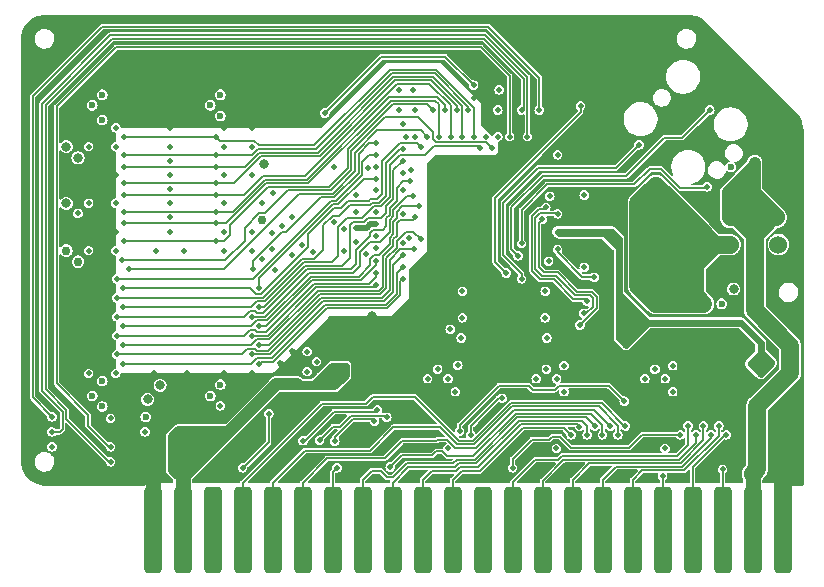
<source format=gbl>
G04 #@! TF.GenerationSoftware,KiCad,Pcbnew,7.0.1-0*
G04 #@! TF.CreationDate,2023-11-03T04:24:25-04:00*
G04 #@! TF.ProjectId,RAM2GS,52414d32-4753-42e6-9b69-6361645f7063,2.1*
G04 #@! TF.SameCoordinates,Original*
G04 #@! TF.FileFunction,Copper,L4,Bot*
G04 #@! TF.FilePolarity,Positive*
%FSLAX46Y46*%
G04 Gerber Fmt 4.6, Leading zero omitted, Abs format (unit mm)*
G04 Created by KiCad (PCBNEW 7.0.1-0) date 2023-11-03 04:24:25*
%MOMM*%
%LPD*%
G01*
G04 APERTURE LIST*
G04 Aperture macros list*
%AMRoundRect*
0 Rectangle with rounded corners*
0 $1 Rounding radius*
0 $2 $3 $4 $5 $6 $7 $8 $9 X,Y pos of 4 corners*
0 Add a 4 corners polygon primitive as box body*
4,1,4,$2,$3,$4,$5,$6,$7,$8,$9,$2,$3,0*
0 Add four circle primitives for the rounded corners*
1,1,$1+$1,$2,$3*
1,1,$1+$1,$4,$5*
1,1,$1+$1,$6,$7*
1,1,$1+$1,$8,$9*
0 Add four rect primitives between the rounded corners*
20,1,$1+$1,$2,$3,$4,$5,0*
20,1,$1+$1,$4,$5,$6,$7,0*
20,1,$1+$1,$6,$7,$8,$9,0*
20,1,$1+$1,$8,$9,$2,$3,0*%
G04 Aperture macros list end*
G04 #@! TA.AperFunction,SMDPad,CuDef*
%ADD10RoundRect,0.381000X-0.381000X-3.289000X0.381000X-3.289000X0.381000X3.289000X-0.381000X3.289000X0*%
G04 #@! TD*
G04 #@! TA.AperFunction,ComponentPad*
%ADD11C,2.000000*%
G04 #@! TD*
G04 #@! TA.AperFunction,ViaPad*
%ADD12C,0.500000*%
G04 #@! TD*
G04 #@! TA.AperFunction,ViaPad*
%ADD13C,1.524000*%
G04 #@! TD*
G04 #@! TA.AperFunction,ViaPad*
%ADD14C,0.762000*%
G04 #@! TD*
G04 #@! TA.AperFunction,ViaPad*
%ADD15C,0.800000*%
G04 #@! TD*
G04 #@! TA.AperFunction,ViaPad*
%ADD16C,0.600000*%
G04 #@! TD*
G04 #@! TA.AperFunction,ViaPad*
%ADD17C,1.000000*%
G04 #@! TD*
G04 #@! TA.AperFunction,ViaPad*
%ADD18C,0.508000*%
G04 #@! TD*
G04 #@! TA.AperFunction,Conductor*
%ADD19C,1.270000*%
G04 #@! TD*
G04 #@! TA.AperFunction,Conductor*
%ADD20C,1.524000*%
G04 #@! TD*
G04 #@! TA.AperFunction,Conductor*
%ADD21C,0.500000*%
G04 #@! TD*
G04 #@! TA.AperFunction,Conductor*
%ADD22C,0.150000*%
G04 #@! TD*
G04 #@! TA.AperFunction,Conductor*
%ADD23C,0.508000*%
G04 #@! TD*
G04 #@! TA.AperFunction,Conductor*
%ADD24C,1.000000*%
G04 #@! TD*
G04 #@! TA.AperFunction,Conductor*
%ADD25C,0.600000*%
G04 #@! TD*
G04 APERTURE END LIST*
D10*
X110998000Y-135282000D03*
X108458000Y-135282000D03*
X105918000Y-135282000D03*
X103378000Y-135282000D03*
X100838000Y-135282000D03*
X98298000Y-135282000D03*
X95758000Y-135282000D03*
X93218000Y-135282000D03*
X90678000Y-135282000D03*
X88138000Y-135282000D03*
X85598000Y-135282000D03*
X83058000Y-135282000D03*
X80518000Y-135282000D03*
X77978000Y-135282000D03*
X75438000Y-135282000D03*
X72898000Y-135282000D03*
X70358000Y-135282000D03*
X67818000Y-135282000D03*
X65278000Y-135282000D03*
X62738000Y-135282000D03*
X60198000Y-135282000D03*
X57658000Y-135282000D03*
D11*
X110998000Y-130175000D03*
D12*
X112014000Y-100965000D03*
X74168000Y-130937000D03*
X102108000Y-130937000D03*
X64008000Y-130937000D03*
D13*
X57658000Y-130556000D03*
D12*
X104648000Y-130937000D03*
X61722000Y-130937000D03*
X106680000Y-95377000D03*
X98171000Y-92202000D03*
X88011000Y-92202000D03*
X82931000Y-92202000D03*
X77851000Y-92202000D03*
X67691000Y-92202000D03*
X62611000Y-92202000D03*
X94488000Y-130937000D03*
X46990000Y-117983000D03*
X46990000Y-112903000D03*
X46990000Y-107823000D03*
X81788000Y-130937000D03*
X91948000Y-130937000D03*
X89408000Y-130937000D03*
X97028000Y-130937000D03*
X69088000Y-130937000D03*
X112014000Y-117729000D03*
X79248000Y-130937000D03*
X76708000Y-130937000D03*
X71628000Y-130937000D03*
X86868000Y-130937000D03*
X84328000Y-130937000D03*
X66548000Y-130937000D03*
X109347000Y-98044000D03*
X66050000Y-101250000D03*
X63750000Y-101250000D03*
X66050000Y-102850000D03*
X66050000Y-122050000D03*
X52250000Y-110050000D03*
X54550000Y-110050000D03*
X63750000Y-102850000D03*
X63750000Y-122050000D03*
X66050000Y-111650000D03*
X63750000Y-107650000D03*
X59150000Y-108850000D03*
X60550000Y-122050000D03*
X59150000Y-106450000D03*
X57750000Y-122050000D03*
X59150000Y-104050000D03*
X63750000Y-111650000D03*
D14*
X50350000Y-110150000D03*
X51350000Y-105200000D03*
D12*
X51350000Y-109300000D03*
X57950000Y-111650000D03*
X60350000Y-111650000D03*
X59150000Y-110050000D03*
X59150000Y-107650000D03*
X59150000Y-102850000D03*
X59150000Y-101250000D03*
X59150000Y-105250000D03*
X60060000Y-99799000D03*
D15*
X50350000Y-106150000D03*
X51350000Y-100400000D03*
X50350000Y-101350000D03*
D12*
X54550000Y-105250000D03*
X99568000Y-130937000D03*
X106807000Y-130937000D03*
X74100000Y-127250000D03*
X89150000Y-129550000D03*
X89800000Y-128400000D03*
X89150000Y-127250000D03*
X80600000Y-128400000D03*
X79950000Y-127250000D03*
X81950000Y-129150000D03*
X68050000Y-127750000D03*
X91000000Y-127150000D03*
X100550000Y-127750000D03*
X112014000Y-127889000D03*
X112014000Y-112649000D03*
D13*
X106600000Y-113450000D03*
X110450000Y-113450000D03*
D12*
X82000000Y-128150000D03*
X81500000Y-127250000D03*
X73850000Y-109850000D03*
X50038000Y-115443000D03*
X50038000Y-120523000D03*
X46990000Y-123063000D03*
X104800000Y-114950000D03*
X107162600Y-129870200D03*
X112014000Y-107569000D03*
X46990000Y-102743000D03*
X105100000Y-109050000D03*
X103800000Y-98550000D03*
X96950000Y-100450000D03*
X77200000Y-126750000D03*
X86800000Y-125000000D03*
X73900000Y-120400000D03*
X52451000Y-92202000D03*
X73850000Y-111650000D03*
X89100000Y-118150000D03*
X49911000Y-131064000D03*
X46990000Y-128143000D03*
X94600000Y-120950000D03*
X94750000Y-103800000D03*
X94400000Y-102250000D03*
X88500000Y-98750000D03*
X89900000Y-98750000D03*
X46990000Y-97663000D03*
X50038000Y-99822000D03*
X107150000Y-118500000D03*
X82650000Y-124000000D03*
X102400000Y-123600000D03*
D16*
X99300000Y-124000000D03*
X90100000Y-124000000D03*
D12*
X84000000Y-123600000D03*
X93200000Y-123600000D03*
X101050000Y-124000000D03*
X71750000Y-124000000D03*
X102400000Y-121400000D03*
X91850000Y-124000000D03*
D16*
X80900000Y-124000000D03*
X100200000Y-124850000D03*
X73500000Y-124000000D03*
D12*
X93091000Y-92202000D03*
X72771000Y-92202000D03*
X57531000Y-92202000D03*
X85950000Y-118200000D03*
D16*
X108250000Y-119900000D03*
D12*
X107550000Y-127300000D03*
X67850000Y-106750000D03*
X68450000Y-121200000D03*
X85900000Y-102000000D03*
X91950000Y-107550000D03*
X91950000Y-112550000D03*
X76600000Y-111400000D03*
X91950000Y-116200000D03*
X69500000Y-120150000D03*
X94200000Y-111300000D03*
D14*
X58350000Y-127550000D03*
D16*
X55750000Y-123950000D03*
D12*
X84900000Y-117350000D03*
X95900000Y-107900000D03*
D16*
X57086500Y-128905000D03*
D12*
X94200000Y-107650000D03*
X84850000Y-98750000D03*
X92250000Y-117350000D03*
D16*
X54900000Y-100250000D03*
D17*
X111550000Y-105550000D03*
D12*
X96200000Y-99600000D03*
D15*
X74650000Y-118750000D03*
D16*
X110050000Y-119900000D03*
D12*
X69500000Y-108850000D03*
X64900000Y-124800000D03*
X76600000Y-106550000D03*
X78850000Y-106550000D03*
D16*
X64900000Y-122700000D03*
D12*
X78850000Y-100900000D03*
X66950000Y-107600000D03*
D16*
X74500000Y-129800000D03*
D12*
X99000000Y-128400000D03*
X94200000Y-112300000D03*
X54800500Y-94996000D03*
X75750000Y-111900000D03*
X85000000Y-119050000D03*
X91650000Y-115100000D03*
X84900000Y-115100000D03*
D17*
X110350000Y-104200000D03*
D12*
X85900000Y-99750000D03*
X95050000Y-112350000D03*
D16*
X54900000Y-98450000D03*
D15*
X61050000Y-124250000D03*
D12*
X57531000Y-97282000D03*
D16*
X110100000Y-126400000D03*
D12*
X98350000Y-127250000D03*
D17*
X110100000Y-116150000D03*
D15*
X110350000Y-106800000D03*
D12*
X60000000Y-125400000D03*
X74850000Y-106950000D03*
X95900000Y-111400000D03*
X78850000Y-105050000D03*
X66950000Y-112400000D03*
X74850000Y-110900000D03*
X92250000Y-119050000D03*
D16*
X64900000Y-98450000D03*
X52070000Y-129540000D03*
X55750000Y-99350000D03*
D12*
X95631000Y-94742000D03*
D16*
X102250000Y-102750000D03*
X65750000Y-123950000D03*
D12*
X85800000Y-98050000D03*
X79150000Y-102000000D03*
D15*
X76250000Y-117200000D03*
D16*
X50863500Y-130365500D03*
X101536500Y-101536500D03*
D12*
X78550000Y-98050000D03*
D16*
X65750000Y-99350000D03*
D12*
X78850000Y-111050000D03*
X78550000Y-99750000D03*
X68650000Y-109550000D03*
D16*
X54900000Y-123050000D03*
D12*
X73050000Y-109250000D03*
D15*
X60000000Y-123050000D03*
D16*
X54900000Y-124850000D03*
D12*
X70231000Y-99822000D03*
X67800000Y-111550000D03*
X91950000Y-106550000D03*
D16*
X64900000Y-100600000D03*
D12*
X69050000Y-124400000D03*
X75900000Y-104650000D03*
X102350000Y-127250000D03*
X88138000Y-130048000D03*
X95750000Y-127250000D03*
X77775000Y-129975000D03*
X65278000Y-130048000D03*
X67500000Y-125450000D03*
X97700000Y-126500000D03*
X97050000Y-127250000D03*
X96400000Y-126500000D03*
X93100000Y-127250000D03*
X95100000Y-126500000D03*
X94450000Y-127250000D03*
X93800000Y-126550000D03*
X103000000Y-126500000D03*
X103650000Y-127250000D03*
X104300000Y-126500000D03*
X104950000Y-127250000D03*
X105600000Y-126500000D03*
X106250000Y-127250000D03*
X105918000Y-130175000D03*
X100838000Y-130746500D03*
X83650000Y-126950000D03*
X97600000Y-124400000D03*
X76450000Y-126100000D03*
X73100000Y-127800000D03*
X73279000Y-130048000D03*
X76700000Y-125150000D03*
X70400000Y-127750000D03*
X71800000Y-127700000D03*
X77500000Y-125750000D03*
X87249000Y-124142500D03*
X84600000Y-127250000D03*
X66050000Y-110050000D03*
D18*
X54550000Y-102850000D03*
X54550000Y-111650000D03*
D16*
X63400000Y-123000000D03*
D15*
X51350000Y-103800000D03*
X50350000Y-107650000D03*
X50350000Y-102850000D03*
D18*
X54550000Y-101250000D03*
D14*
X66950000Y-109100000D03*
D12*
X51350000Y-108500000D03*
D14*
X50350000Y-111650000D03*
X51350000Y-112600000D03*
D12*
X63750000Y-110050000D03*
X63750000Y-105250000D03*
X66050000Y-105250000D03*
X54550000Y-122050000D03*
X52250000Y-122050000D03*
X52250000Y-111650000D03*
X52250000Y-107650000D03*
X52250000Y-102850000D03*
X54550000Y-107650000D03*
X91875000Y-122500000D03*
X101075000Y-122500000D03*
X82675000Y-122500000D03*
D17*
X104300000Y-116150000D03*
X102300000Y-116150000D03*
X100300000Y-116150000D03*
X100300000Y-111650000D03*
X100300000Y-108650000D03*
X100300000Y-110150000D03*
X100300000Y-113150000D03*
X100300000Y-114650000D03*
D13*
X102300000Y-108150000D03*
X104150000Y-111150000D03*
X110650000Y-111150000D03*
X102300000Y-114150000D03*
D12*
X73050000Y-104600000D03*
X83500000Y-121350000D03*
X83300000Y-123600000D03*
X91000000Y-121700000D03*
X100200000Y-121700000D03*
X81800000Y-121700000D03*
X80950000Y-122500000D03*
X101700000Y-121400000D03*
X99350000Y-122500000D03*
X92500000Y-121400000D03*
X90150000Y-122500000D03*
X101700000Y-123600000D03*
X92500000Y-123600000D03*
X82650000Y-128400000D03*
D16*
X53400000Y-122700000D03*
D12*
X78850000Y-108550000D03*
X91200000Y-112550000D03*
X70750000Y-121900000D03*
X76600000Y-108400000D03*
X71250000Y-111750000D03*
X83800000Y-119050000D03*
X76600000Y-110400000D03*
X68050000Y-113300000D03*
X101050000Y-128400000D03*
X54102000Y-125857000D03*
D16*
X106625000Y-104575000D03*
D15*
X58300000Y-123050000D03*
D16*
X53400000Y-98450000D03*
D12*
X79900000Y-102000000D03*
D16*
X53400000Y-100600000D03*
D17*
X100300000Y-106150000D03*
D12*
X91850000Y-128400000D03*
D15*
X106850000Y-114900000D03*
D12*
X83900000Y-117350000D03*
X49149000Y-128270000D03*
X79750000Y-98050000D03*
X86900000Y-102000000D03*
D15*
X57250000Y-124250000D03*
X67100000Y-104300000D03*
D12*
X79900000Y-99750000D03*
D13*
X106550000Y-111150000D03*
D12*
X94200000Y-106950000D03*
X70750000Y-120200000D03*
X71550000Y-121050000D03*
X69500000Y-112000000D03*
X67800000Y-110150000D03*
D16*
X105850000Y-116150000D03*
X52550000Y-123950000D03*
D12*
X87000000Y-98050000D03*
D16*
X62550000Y-99350000D03*
D12*
X83900000Y-115100000D03*
X70350000Y-111150000D03*
X91300000Y-107050000D03*
D16*
X63400000Y-100250000D03*
D12*
X91950000Y-103550000D03*
D16*
X53400000Y-124850000D03*
D12*
X90900000Y-115100000D03*
D16*
X52550000Y-99350000D03*
D12*
X57023000Y-127000000D03*
X86900000Y-99750000D03*
X63400000Y-124800000D03*
D16*
X57086500Y-125730000D03*
D12*
X82850000Y-118300000D03*
X79550000Y-104800000D03*
X90900000Y-117350000D03*
X94200000Y-113050000D03*
X91050000Y-119050000D03*
D16*
X63400000Y-98450000D03*
D12*
X76600000Y-104550000D03*
X74850000Y-108400000D03*
D16*
X62550000Y-123950000D03*
D12*
X79350000Y-110550000D03*
X90650000Y-109000000D03*
X93850000Y-117950000D03*
X91950000Y-108550000D03*
X94150000Y-116950000D03*
X90950000Y-108000000D03*
X94450000Y-115950000D03*
X91950000Y-111550000D03*
X95050000Y-113900000D03*
D18*
X63050000Y-102050000D03*
X55250000Y-102050000D03*
D12*
X84900000Y-102000000D03*
X55250000Y-104550000D03*
X63050000Y-104550000D03*
X83900000Y-102000000D03*
D18*
X55250000Y-103550000D03*
X63050000Y-103550000D03*
D12*
X84400000Y-99750000D03*
X63050000Y-105950000D03*
D18*
X55250000Y-105950000D03*
D12*
X83400000Y-99750000D03*
X63050000Y-110850000D03*
D18*
X55250000Y-110850000D03*
D12*
X81400000Y-99750000D03*
D18*
X55250000Y-108350000D03*
D12*
X63050000Y-108350000D03*
X82400000Y-99750000D03*
X55250000Y-109350000D03*
X63050000Y-109350000D03*
X81900000Y-102000000D03*
X63050000Y-106950000D03*
X55250000Y-106950000D03*
X82900000Y-102000000D03*
X66150000Y-113250000D03*
X76600000Y-102550000D03*
X66650000Y-114850000D03*
X76600000Y-105550000D03*
X66700000Y-116450000D03*
X78850000Y-104050000D03*
X66100000Y-117250000D03*
X79700000Y-107050000D03*
X66700000Y-118050000D03*
X76600000Y-112550000D03*
X66100000Y-118850000D03*
X76600000Y-114550000D03*
X66700000Y-119650000D03*
X80350000Y-110700000D03*
X66100000Y-120450000D03*
X78850000Y-112050000D03*
X66700000Y-121250000D03*
X78850000Y-114050000D03*
X55200000Y-121250000D03*
X78850000Y-113050000D03*
X54650000Y-120450000D03*
X79800000Y-111550000D03*
X55200000Y-119650000D03*
X79900000Y-108850000D03*
X54650000Y-118850000D03*
X76600000Y-113550000D03*
X55200000Y-118050000D03*
X80200000Y-107900000D03*
X54650000Y-117250000D03*
X79500000Y-105800000D03*
X55200000Y-116450000D03*
X85400000Y-103000000D03*
X54650000Y-115650000D03*
X78850000Y-103050000D03*
X55200000Y-114850000D03*
X80400000Y-102900000D03*
X54650000Y-114050000D03*
X76600000Y-103550000D03*
X55650000Y-113250000D03*
X80900000Y-102000000D03*
D18*
X55100000Y-112450000D03*
D12*
X86400000Y-103000000D03*
X104600000Y-106250000D03*
X88900000Y-111050000D03*
X88900000Y-114050000D03*
X98850000Y-102700000D03*
X104850000Y-99750000D03*
X88600000Y-112100000D03*
X87600000Y-113550000D03*
X93900000Y-99400000D03*
D13*
X108458000Y-130556000D03*
X60198000Y-130556000D03*
D12*
X73475000Y-122500000D03*
D13*
X106600000Y-108850000D03*
X108650000Y-107150000D03*
D17*
X108650000Y-104200000D03*
D12*
X72600000Y-121650000D03*
X74100000Y-121400000D03*
D15*
X59750000Y-127550000D03*
D17*
X107500000Y-105550000D03*
D13*
X110450000Y-108850000D03*
D12*
X49149000Y-127000000D03*
X89400000Y-102000000D03*
X88900000Y-99750000D03*
X54102000Y-129540000D03*
X54102000Y-128270000D03*
X87900000Y-102000000D03*
X49149000Y-125730000D03*
X90400000Y-99750000D03*
X76600000Y-109400000D03*
D16*
X110050000Y-121100000D03*
D12*
X74850000Y-109700000D03*
D16*
X97750000Y-119650000D03*
D12*
X94200000Y-110050000D03*
X108300000Y-121200000D03*
X91950000Y-110050000D03*
X95900000Y-110200000D03*
D16*
X109150000Y-122100000D03*
D12*
X84850000Y-97650000D03*
X72250000Y-100000000D03*
D19*
X57658000Y-130556000D02*
X57658000Y-135382000D01*
D20*
X110998000Y-135382000D02*
X110998000Y-130175000D01*
D21*
X68450000Y-121200000D02*
X68600000Y-121350000D01*
X69500000Y-120150000D02*
X69650000Y-120300000D01*
D22*
X91250000Y-127650000D02*
X91500000Y-127400000D01*
X92150000Y-127400000D02*
X93083500Y-128333500D01*
X89764000Y-127650000D02*
X91250000Y-127650000D01*
X88138000Y-130048000D02*
X88138000Y-129276000D01*
X88138000Y-129276000D02*
X89764000Y-127650000D01*
X91500000Y-127400000D02*
X92150000Y-127400000D01*
X93083500Y-128333500D02*
X98016500Y-128333500D01*
X98016500Y-128333500D02*
X99100000Y-127250000D01*
X99100000Y-127250000D02*
X102350000Y-127250000D01*
X94749990Y-125449990D02*
X95750000Y-126450000D01*
X84800000Y-129050000D02*
X88400010Y-125449990D01*
X78750000Y-129000000D02*
X81350000Y-129000000D01*
X77775000Y-129975000D02*
X78750000Y-129000000D01*
X88400010Y-125449990D02*
X94749990Y-125449990D01*
X82199981Y-128650000D02*
X82599981Y-129050000D01*
X81350000Y-129000000D02*
X81700000Y-128650000D01*
X81700000Y-128650000D02*
X82199981Y-128650000D01*
X95750000Y-126450000D02*
X95750000Y-127250000D01*
X82599981Y-129050000D02*
X84800000Y-129050000D01*
X65302000Y-130048000D02*
X65278000Y-130048000D01*
X67500000Y-127850000D02*
X65302000Y-130048000D01*
X67500000Y-125450000D02*
X67500000Y-127850000D01*
X71996000Y-124600000D02*
X65278000Y-131318000D01*
X95699960Y-124549960D02*
X87990928Y-124549960D01*
X76300000Y-124050000D02*
X75750000Y-124600000D01*
X84790898Y-127749990D02*
X83574268Y-127749990D01*
X83574268Y-127749990D02*
X79874278Y-124050000D01*
X79874278Y-124050000D02*
X76300000Y-124050000D01*
X65278000Y-131318000D02*
X65278000Y-135382000D01*
X87990928Y-124549960D02*
X84790898Y-127749990D01*
X97700000Y-126550000D02*
X95699960Y-124549960D01*
X75750000Y-124600000D02*
X71996000Y-124600000D01*
X88115196Y-124849970D02*
X84915166Y-128050000D01*
X83450000Y-128050000D02*
X82000000Y-126600000D01*
X84915166Y-128050000D02*
X83450000Y-128050000D01*
X82000000Y-126600000D02*
X78050000Y-126600000D01*
X97050000Y-127250000D02*
X97050000Y-126462500D01*
X95437470Y-124849970D02*
X88115196Y-124849970D01*
X67818000Y-131318000D02*
X67818000Y-135382000D01*
X76050000Y-128600000D02*
X70536000Y-128600000D01*
X70536000Y-128600000D02*
X67818000Y-131318000D01*
X97050000Y-126462500D02*
X95437470Y-124849970D01*
X78050000Y-126600000D02*
X76050000Y-128600000D01*
X81800000Y-127650000D02*
X82600000Y-127650000D01*
X95049980Y-125149980D02*
X96400000Y-126500000D01*
X72426000Y-129250000D02*
X77300000Y-129250000D01*
X83300000Y-128350000D02*
X85052305Y-128350000D01*
X88252325Y-125149980D02*
X95049980Y-125149980D01*
X82600000Y-127650000D02*
X83300000Y-128350000D01*
X70358000Y-135382000D02*
X70358000Y-131318000D01*
X85052305Y-128350000D02*
X88252325Y-125149980D01*
X77300000Y-129250000D02*
X78800000Y-127750000D01*
X81700000Y-127750000D02*
X81800000Y-127650000D01*
X78800000Y-127750000D02*
X81700000Y-127750000D01*
X70358000Y-131318000D02*
X72426000Y-129250000D01*
X83820000Y-130302000D02*
X83058000Y-131064000D01*
X92500000Y-126650000D02*
X89050000Y-126650000D01*
X93100000Y-127250000D02*
X92500000Y-126650000D01*
X89050000Y-126650000D02*
X85398000Y-130302000D01*
X85398000Y-130302000D02*
X83820000Y-130302000D01*
X83058000Y-131064000D02*
X83058000Y-135382000D01*
X77541750Y-130850000D02*
X78020000Y-130850000D01*
X78020000Y-130850000D02*
X79203000Y-129667000D01*
X75438000Y-131064000D02*
X76200000Y-130302000D01*
X83121500Y-129667000D02*
X83438500Y-129350000D01*
X84950000Y-129350000D02*
X88550000Y-125750000D01*
X83438500Y-129350000D02*
X84950000Y-129350000D01*
X76993750Y-130302000D02*
X77541750Y-130850000D01*
X76200000Y-130302000D02*
X76993750Y-130302000D01*
X75438000Y-135382000D02*
X75438000Y-131064000D01*
X94350000Y-125750000D02*
X95100000Y-126500000D01*
X79203000Y-129667000D02*
X83121500Y-129667000D01*
X88550000Y-125750000D02*
X94350000Y-125750000D01*
X88700000Y-126050000D02*
X85083000Y-129667000D01*
X94450000Y-126500000D02*
X94000000Y-126050000D01*
X83248500Y-129984500D02*
X79315500Y-129984500D01*
X85083000Y-129667000D02*
X83566000Y-129667000D01*
X94450000Y-127250000D02*
X94450000Y-126500000D01*
X94000000Y-126050000D02*
X88700000Y-126050000D01*
X77978000Y-131322000D02*
X77978000Y-135382000D01*
X79315500Y-129984500D02*
X77978000Y-131322000D01*
X83566000Y-129667000D02*
X83248500Y-129984500D01*
X80518000Y-131064000D02*
X80518000Y-135382000D01*
X93600000Y-126350000D02*
X88850000Y-126350000D01*
X83375500Y-130302000D02*
X81280000Y-130302000D01*
X85215500Y-129984500D02*
X83693000Y-129984500D01*
X93800000Y-126550000D02*
X93600000Y-126350000D01*
X81280000Y-130302000D02*
X80518000Y-131064000D01*
X88850000Y-126350000D02*
X85215500Y-129984500D01*
X83693000Y-129984500D02*
X83375500Y-130302000D01*
X92300000Y-129050000D02*
X92000000Y-129350000D01*
X102090000Y-129050000D02*
X92300000Y-129050000D01*
X103000000Y-126500000D02*
X103000000Y-128140000D01*
X103000000Y-128140000D02*
X102090000Y-129050000D01*
X90050000Y-129350000D02*
X88138000Y-131262000D01*
X88138000Y-131262000D02*
X88138000Y-135382000D01*
X92000000Y-129350000D02*
X90050000Y-129350000D01*
X92450000Y-129350000D02*
X90678000Y-131122000D01*
X102234500Y-129350000D02*
X92450000Y-129350000D01*
X103650000Y-127934500D02*
X102234500Y-129350000D01*
X90678000Y-131122000D02*
X90678000Y-135382000D01*
X103650000Y-127250000D02*
X103650000Y-127934500D01*
X102379000Y-129650000D02*
X94650000Y-129650000D01*
X104300000Y-127729000D02*
X102379000Y-129650000D01*
X104300000Y-126500000D02*
X104300000Y-127729000D01*
X93218000Y-131082000D02*
X93218000Y-135382000D01*
X94650000Y-129650000D02*
X93218000Y-131082000D01*
X96875000Y-129950000D02*
X95758000Y-131067000D01*
X104950000Y-127523500D02*
X102523500Y-129950000D01*
X95758000Y-131067000D02*
X95758000Y-135382000D01*
X104950000Y-127250000D02*
X104950000Y-127523500D01*
X102523500Y-129950000D02*
X96875000Y-129950000D01*
X99112000Y-130250000D02*
X98298000Y-131064000D01*
X98298000Y-131064000D02*
X98298000Y-135382000D01*
X105600000Y-127318000D02*
X102668000Y-130250000D01*
X102668000Y-130250000D02*
X99112000Y-130250000D01*
X105600000Y-126500000D02*
X105600000Y-127318000D01*
X103378000Y-129984500D02*
X103378000Y-135382000D01*
X106250000Y-127250000D02*
X106112500Y-127250000D01*
X106112500Y-127250000D02*
X103378000Y-129984500D01*
X105918000Y-130175000D02*
X105918000Y-135382000D01*
X83650000Y-126950000D02*
X83650000Y-126425000D01*
X83650000Y-126425000D02*
X86975000Y-123100000D01*
X91700000Y-123450000D02*
X92050000Y-123100000D01*
X100838000Y-130746500D02*
X100838000Y-135382000D01*
X86975000Y-123100000D02*
X89500000Y-123100000D01*
X89850000Y-123450000D02*
X91700000Y-123450000D01*
X89500000Y-123100000D02*
X89850000Y-123450000D01*
X96300000Y-123100000D02*
X97600000Y-124400000D01*
X92050000Y-123100000D02*
X96300000Y-123100000D01*
X72898000Y-130429000D02*
X72898000Y-135382000D01*
X76300000Y-125950000D02*
X74600000Y-125950000D01*
X73100000Y-127450000D02*
X73100000Y-127800000D01*
X74600000Y-125950000D02*
X73100000Y-127450000D01*
X73279000Y-130048000D02*
X72898000Y-130429000D01*
X76450000Y-126100000D02*
X76300000Y-125950000D01*
X70550000Y-127750000D02*
X73000000Y-125300000D01*
X73000000Y-125300000D02*
X76550000Y-125300000D01*
X70400000Y-127750000D02*
X70550000Y-127750000D01*
X76550000Y-125300000D02*
X76700000Y-125150000D01*
X77375000Y-125625000D02*
X74475000Y-125625000D01*
X72950000Y-126550000D02*
X71800000Y-127700000D01*
X73550000Y-126550000D02*
X72950000Y-126550000D01*
X74475000Y-125625000D02*
X73550000Y-126550000D01*
X77500000Y-125750000D02*
X77375000Y-125625000D01*
X84600000Y-126500000D02*
X84600000Y-127250000D01*
X87249000Y-124142500D02*
X86957500Y-124142500D01*
X86957500Y-124142500D02*
X84600000Y-126500000D01*
D20*
X102300000Y-114150000D02*
X102300000Y-112150000D01*
X102300000Y-108150000D02*
X104150000Y-110000000D01*
X102300000Y-116150000D02*
X102300000Y-114150000D01*
X100300000Y-116150000D02*
X102300000Y-114150000D01*
X102300000Y-108150000D02*
X105300000Y-111150000D01*
X102300000Y-108150000D02*
X102300000Y-109300000D01*
X104300000Y-116150000D02*
X100300000Y-116150000D01*
X101300000Y-111150000D02*
X100300000Y-112150000D01*
X100300000Y-106150000D02*
X98800000Y-107650000D01*
X100300000Y-108150000D02*
X102300000Y-108150000D01*
X104300000Y-116150000D02*
X103600000Y-115450000D01*
X98800000Y-114650000D02*
X100300000Y-116150000D01*
X102300000Y-108150000D02*
X102300000Y-110150000D01*
X102300000Y-108150000D02*
X102300000Y-114150000D01*
X106550000Y-111150000D02*
X104150000Y-111150000D01*
X103600000Y-115450000D02*
X103600000Y-111700000D01*
X104150000Y-110000000D02*
X104150000Y-111150000D01*
X102300000Y-114150000D02*
X100300000Y-114150000D01*
X102300000Y-114150000D02*
X102300000Y-113000000D01*
X103600000Y-111700000D02*
X104150000Y-111150000D01*
X100300000Y-106150000D02*
X100300000Y-116150000D01*
X100300000Y-110150000D02*
X102300000Y-108150000D01*
X102300000Y-114150000D02*
X105300000Y-111150000D01*
X104150000Y-111150000D02*
X101300000Y-111150000D01*
X102300000Y-109300000D02*
X104150000Y-111150000D01*
X104300000Y-116150000D02*
X102300000Y-114150000D01*
X105300000Y-111150000D02*
X106550000Y-111150000D01*
X102300000Y-110150000D02*
X100300000Y-112150000D01*
X102300000Y-108150000D02*
X100300000Y-106150000D01*
X98800000Y-107650000D02*
X98800000Y-114650000D01*
X102300000Y-114150000D02*
X100300000Y-112150000D01*
X102300000Y-113000000D02*
X104150000Y-111150000D01*
X101300000Y-111150000D02*
X100300000Y-110150000D01*
X102300000Y-112150000D02*
X100300000Y-110150000D01*
D22*
X93600000Y-115150000D02*
X94850000Y-115150000D01*
X90800000Y-113500000D02*
X91950000Y-113500000D01*
X95250000Y-115550000D02*
X95250000Y-116550000D01*
X95250000Y-116550000D02*
X93850000Y-117950000D01*
X94850000Y-115150000D02*
X95250000Y-115550000D01*
X90650000Y-109000000D02*
X90350000Y-109300000D01*
X90350000Y-109300000D02*
X90350000Y-113050000D01*
X91950000Y-113500000D02*
X93600000Y-115150000D01*
X90350000Y-113050000D02*
X90800000Y-113500000D01*
X94950000Y-116400000D02*
X94950000Y-115700000D01*
X94950000Y-115700000D02*
X94700000Y-115450000D01*
X94700000Y-115450000D02*
X93450000Y-115450000D01*
X93450000Y-115450000D02*
X91800000Y-113800000D01*
X94150000Y-116950000D02*
X94400000Y-116950000D01*
X90450000Y-108500000D02*
X91900000Y-108500000D01*
X90050000Y-108900000D02*
X90450000Y-108500000D01*
X91800000Y-113800000D02*
X90650000Y-113800000D01*
X90050000Y-113200000D02*
X90050000Y-108900000D01*
X94400000Y-116950000D02*
X94950000Y-116400000D01*
X90650000Y-113800000D02*
X90050000Y-113200000D01*
X91900000Y-108500000D02*
X91950000Y-108550000D01*
X93300000Y-115750000D02*
X91650000Y-114100000D01*
X90500000Y-114100000D02*
X89750000Y-113350000D01*
X89750000Y-113350000D02*
X89750000Y-108762500D01*
X90800000Y-108150000D02*
X90950000Y-108000000D01*
X94250000Y-115750000D02*
X93300000Y-115750000D01*
X91650000Y-114100000D02*
X90500000Y-114100000D01*
X89750000Y-108762500D02*
X90362500Y-108150000D01*
X90362500Y-108150000D02*
X90800000Y-108150000D01*
X94450000Y-115950000D02*
X94250000Y-115750000D01*
X94050000Y-113900000D02*
X91950000Y-111800000D01*
X91950000Y-111800000D02*
X91950000Y-111550000D01*
X95050000Y-113900000D02*
X94050000Y-113900000D01*
X55250000Y-102050000D02*
X63050000Y-102050000D01*
X84900000Y-102000000D02*
X84900000Y-99550000D01*
X84900000Y-99550000D02*
X81700000Y-96350000D01*
X63350000Y-102350000D02*
X63050000Y-102050000D01*
X81700000Y-96350000D02*
X77750000Y-96350000D01*
X66650000Y-102750000D02*
X66250000Y-102350000D01*
X66250000Y-102350000D02*
X63350000Y-102350000D01*
X77750000Y-96350000D02*
X71350000Y-102750000D01*
X71350000Y-102750000D02*
X66650000Y-102750000D01*
X55250000Y-104550000D02*
X63050000Y-104550000D01*
X83900000Y-99450000D02*
X81400000Y-96950000D01*
X83900000Y-102000000D02*
X83900000Y-99450000D01*
X78050000Y-96950000D02*
X71650000Y-103350000D01*
X71650000Y-103350000D02*
X66700000Y-103350000D01*
X65500000Y-104550000D02*
X63050000Y-104550000D01*
X81400000Y-96950000D02*
X78050000Y-96950000D01*
X66700000Y-103350000D02*
X65500000Y-104550000D01*
X59399998Y-103550000D02*
X55250000Y-103550000D01*
X63050000Y-103550000D02*
X59399998Y-103550000D01*
X66550000Y-103050000D02*
X71500000Y-103050000D01*
X81550000Y-96650000D02*
X84400000Y-99500000D01*
X63050000Y-103550000D02*
X66050000Y-103550000D01*
X66050000Y-103550000D02*
X66550000Y-103050000D01*
X84400000Y-99500000D02*
X84400000Y-99750000D01*
X71500000Y-103050000D02*
X77900000Y-96650000D01*
X77900000Y-96650000D02*
X81550000Y-96650000D01*
X56909338Y-105950000D02*
X55250000Y-105950000D01*
X63050000Y-105950000D02*
X56909338Y-105950000D01*
X66850000Y-103650000D02*
X64550000Y-105950000D01*
X83400000Y-99400000D02*
X81250000Y-97250000D01*
X83400000Y-99750000D02*
X83400000Y-99400000D01*
X64550000Y-105950000D02*
X63050000Y-105950000D01*
X71800000Y-103650000D02*
X66850000Y-103650000D01*
X81250000Y-97250000D02*
X78200000Y-97250000D01*
X78200000Y-97250000D02*
X71800000Y-103650000D01*
X55250000Y-110850000D02*
X63050000Y-110850000D01*
X63700000Y-110850000D02*
X64250000Y-110300000D01*
X72600000Y-106250000D02*
X74200000Y-104650000D01*
X78000000Y-99250000D02*
X80900000Y-99250000D01*
X74200000Y-104650000D02*
X74200000Y-103050000D01*
X80900000Y-99250000D02*
X81400000Y-99750000D01*
X67450000Y-106250000D02*
X72600000Y-106250000D01*
X64250000Y-110300000D02*
X64250000Y-109450000D01*
X74200000Y-103050000D02*
X78000000Y-99250000D01*
X64250000Y-109450000D02*
X67450000Y-106250000D01*
X63100000Y-110850000D02*
X63700000Y-110850000D01*
X55250000Y-108350000D02*
X63050000Y-108350000D01*
X77700000Y-98650000D02*
X70700000Y-105650000D01*
X82400000Y-99300000D02*
X81750000Y-98650000D01*
X81750000Y-98650000D02*
X77700000Y-98650000D01*
X82400000Y-99750000D02*
X82400000Y-99300000D01*
X64450000Y-108350000D02*
X63100000Y-108350000D01*
X67150000Y-105650000D02*
X64450000Y-108350000D01*
X70700000Y-105650000D02*
X67150000Y-105650000D01*
X63050000Y-109350000D02*
X55250000Y-109350000D01*
X63050000Y-109350000D02*
X63900000Y-109350000D01*
X77850000Y-98950000D02*
X81600000Y-98950000D01*
X70850000Y-105950000D02*
X77850000Y-98950000D01*
X81900000Y-99250000D02*
X81900000Y-102000000D01*
X81600000Y-98950000D02*
X81900000Y-99250000D01*
X63900000Y-109350000D02*
X67300000Y-105950000D01*
X67300000Y-105950000D02*
X70850000Y-105950000D01*
X63050000Y-106950000D02*
X61499998Y-106950000D01*
X61499998Y-106950000D02*
X55250000Y-106950000D01*
X81100000Y-97550000D02*
X78350000Y-97550000D01*
X67000000Y-105350000D02*
X65400000Y-106950000D01*
X82900000Y-102000000D02*
X82900000Y-99350000D01*
X82900000Y-99350000D02*
X81100000Y-97550000D01*
X65400000Y-106950000D02*
X63050000Y-106950000D01*
X70550000Y-105350000D02*
X67000000Y-105350000D01*
X78350000Y-97550000D02*
X70550000Y-105350000D01*
X75100000Y-105100000D02*
X73050000Y-107150000D01*
X68600000Y-110050000D02*
X66150000Y-112500000D01*
X75100000Y-103475000D02*
X75100000Y-105100000D01*
X76600000Y-102550000D02*
X76025000Y-102550000D01*
X76025000Y-102550000D02*
X75100000Y-103475000D01*
X71900000Y-107150000D02*
X69000000Y-110050000D01*
X73050000Y-107150000D02*
X71900000Y-107150000D01*
X69000000Y-110050000D02*
X68600000Y-110050000D01*
X66150000Y-112500000D02*
X66150000Y-113250000D01*
X66650000Y-114000000D02*
X66650000Y-114850000D01*
X75550000Y-105550000D02*
X73350000Y-107750000D01*
X76600000Y-105550000D02*
X75550000Y-105550000D01*
X72900000Y-107750000D02*
X66650000Y-114000000D01*
X73350000Y-107750000D02*
X72900000Y-107750000D01*
X73700000Y-112950000D02*
X74350000Y-112300000D01*
X78050000Y-104850000D02*
X78850000Y-104050000D01*
X77450000Y-108450000D02*
X77450000Y-107900000D01*
X66700000Y-116450000D02*
X67100000Y-116450000D01*
X70600000Y-112950000D02*
X73700000Y-112950000D01*
X75900000Y-108900000D02*
X77000000Y-108900000D01*
X74650000Y-109200000D02*
X75600000Y-109200000D01*
X78050000Y-107300000D02*
X78050000Y-104850000D01*
X75600000Y-109200000D02*
X75900000Y-108900000D01*
X74350000Y-109500000D02*
X74650000Y-109200000D01*
X77450000Y-107900000D02*
X78050000Y-107300000D01*
X77000000Y-108900000D02*
X77450000Y-108450000D01*
X67100000Y-116450000D02*
X70600000Y-112950000D01*
X74350000Y-112300000D02*
X74350000Y-109500000D01*
X78050000Y-108750000D02*
X78050000Y-108200000D01*
X67200000Y-117250000D02*
X70900000Y-113550000D01*
X78050000Y-108200000D02*
X79200000Y-107050000D01*
X75200000Y-112950000D02*
X75200000Y-111750000D01*
X76050000Y-110900000D02*
X76950000Y-110900000D01*
X77750000Y-110100000D02*
X77750000Y-109050000D01*
X77750000Y-109050000D02*
X78050000Y-108750000D01*
X70900000Y-113550000D02*
X74600000Y-113550000D01*
X79200000Y-107050000D02*
X79700000Y-107050000D01*
X75200000Y-111750000D02*
X76050000Y-110900000D01*
X76950000Y-110900000D02*
X77750000Y-110100000D01*
X66100000Y-117250000D02*
X67200000Y-117250000D01*
X74600000Y-113550000D02*
X75200000Y-112950000D01*
X76600000Y-112550000D02*
X76600000Y-112850000D01*
X76600000Y-112850000D02*
X75300000Y-114150000D01*
X71200000Y-114150000D02*
X67300000Y-118050000D01*
X75300000Y-114150000D02*
X71200000Y-114150000D01*
X67300000Y-118050000D02*
X66700000Y-118050000D01*
X66100000Y-118850000D02*
X67400000Y-118850000D01*
X76400000Y-114750000D02*
X76600000Y-114550000D01*
X67400000Y-118850000D02*
X71500000Y-114750000D01*
X71500000Y-114750000D02*
X76400000Y-114750000D01*
X76950000Y-115350000D02*
X71800000Y-115350000D01*
X79700000Y-110050000D02*
X79150000Y-110050000D01*
X77450000Y-114850000D02*
X76950000Y-115350000D01*
X77450000Y-112300000D02*
X77450000Y-114850000D01*
X79150000Y-110050000D02*
X78350000Y-110850000D01*
X80350000Y-110700000D02*
X79700000Y-110050000D01*
X71800000Y-115350000D02*
X67500000Y-119650000D01*
X78350000Y-111400000D02*
X77450000Y-112300000D01*
X67500000Y-119650000D02*
X66700000Y-119650000D01*
X78350000Y-110850000D02*
X78350000Y-111400000D01*
X78050000Y-115150000D02*
X78050000Y-112850000D01*
X66100000Y-120450000D02*
X67600000Y-120450000D01*
X67600000Y-120450000D02*
X72100000Y-115950000D01*
X78050000Y-112850000D02*
X78850000Y-112050000D01*
X72100000Y-115950000D02*
X77250000Y-115950000D01*
X77250000Y-115950000D02*
X78050000Y-115150000D01*
X77550000Y-116550000D02*
X78650000Y-115450000D01*
X66900000Y-121050000D02*
X67900000Y-121050000D01*
X66700000Y-121250000D02*
X66900000Y-121050000D01*
X78650000Y-114250000D02*
X78850000Y-114050000D01*
X78650000Y-115450000D02*
X78650000Y-114250000D01*
X72400000Y-116550000D02*
X77550000Y-116550000D01*
X67900000Y-121050000D02*
X72400000Y-116550000D01*
X66500000Y-120750000D02*
X67750000Y-120750000D01*
X72250000Y-116250000D02*
X77400000Y-116250000D01*
X67750000Y-120750000D02*
X72250000Y-116250000D01*
X78350000Y-113550000D02*
X78850000Y-113050000D01*
X77400000Y-116250000D02*
X78350000Y-115300000D01*
X55200000Y-121250000D02*
X66000000Y-121250000D01*
X66000000Y-121250000D02*
X66500000Y-120750000D01*
X78350000Y-115300000D02*
X78350000Y-113550000D01*
X77750000Y-115000000D02*
X77750000Y-112450000D01*
X66300000Y-119950000D02*
X66500000Y-120150000D01*
X71950000Y-115650000D02*
X77100000Y-115650000D01*
X54650000Y-120450000D02*
X65200000Y-120450000D01*
X77750000Y-112450000D02*
X78650000Y-111550000D01*
X65700000Y-119950000D02*
X66300000Y-119950000D01*
X78650000Y-111550000D02*
X79800000Y-111550000D01*
X65200000Y-120450000D02*
X65700000Y-119950000D01*
X67450000Y-120150000D02*
X71950000Y-115650000D01*
X77100000Y-115650000D02*
X77750000Y-115000000D01*
X66500000Y-120150000D02*
X67450000Y-120150000D01*
X78350000Y-109350000D02*
X78350000Y-110400000D01*
X71650000Y-115050000D02*
X76800000Y-115050000D01*
X79700000Y-109050000D02*
X78650000Y-109050000D01*
X67550000Y-119150000D02*
X71650000Y-115050000D01*
X55200000Y-119650000D02*
X66000000Y-119650000D01*
X78650000Y-109050000D02*
X78350000Y-109350000D01*
X78050000Y-111250000D02*
X77150000Y-112150000D01*
X78050000Y-110700000D02*
X78050000Y-111250000D01*
X77150000Y-112150000D02*
X77150000Y-114700000D01*
X66500000Y-119150000D02*
X67550000Y-119150000D01*
X79900000Y-108850000D02*
X79700000Y-109050000D01*
X66000000Y-119650000D02*
X66500000Y-119150000D01*
X76800000Y-115050000D02*
X77150000Y-114700000D01*
X78350000Y-110400000D02*
X78050000Y-110700000D01*
X71350000Y-114450000D02*
X67250000Y-118550000D01*
X66300000Y-118350000D02*
X65900000Y-118350000D01*
X76600000Y-113550000D02*
X76600000Y-113850000D01*
X67250000Y-118550000D02*
X66500000Y-118550000D01*
X66500000Y-118550000D02*
X66300000Y-118350000D01*
X65900000Y-118350000D02*
X65400000Y-118850000D01*
X76600000Y-113850000D02*
X76000000Y-114450000D01*
X65400000Y-118850000D02*
X54650000Y-118850000D01*
X76000000Y-114450000D02*
X71350000Y-114450000D01*
X78050000Y-109200000D02*
X78050000Y-110250000D01*
X67350000Y-117550000D02*
X66500000Y-117550000D01*
X76400000Y-112050000D02*
X76100000Y-112350000D01*
X66500000Y-117550000D02*
X66000000Y-118050000D01*
X76800000Y-112050000D02*
X76400000Y-112050000D01*
X78050000Y-110250000D02*
X77750000Y-110550000D01*
X78800000Y-107900000D02*
X78350000Y-108350000D01*
X78350000Y-108900000D02*
X78050000Y-109200000D01*
X75150000Y-113850000D02*
X71050000Y-113850000D01*
X66000000Y-118050000D02*
X55200000Y-118050000D01*
X77750000Y-110550000D02*
X77750000Y-111100000D01*
X77750000Y-111100000D02*
X76800000Y-112050000D01*
X76100000Y-112900000D02*
X75150000Y-113850000D01*
X71050000Y-113850000D02*
X67350000Y-117550000D01*
X80200000Y-107900000D02*
X78800000Y-107900000D01*
X78350000Y-108350000D02*
X78350000Y-108900000D01*
X76100000Y-112350000D02*
X76100000Y-112900000D01*
X77450000Y-108900000D02*
X77750000Y-108600000D01*
X70750000Y-113250000D02*
X74450000Y-113250000D01*
X67050000Y-116950000D02*
X70750000Y-113250000D01*
X78900000Y-105800000D02*
X79500000Y-105800000D01*
X78350000Y-107450000D02*
X78350000Y-106350000D01*
X66300000Y-116750000D02*
X66500000Y-116950000D01*
X77750000Y-108050000D02*
X78350000Y-107450000D01*
X74900000Y-111600000D02*
X76100000Y-110400000D01*
X77750000Y-108600000D02*
X77750000Y-108050000D01*
X77150000Y-109900000D02*
X77450000Y-109600000D01*
X65400000Y-117250000D02*
X65900000Y-116750000D01*
X76100000Y-110150000D02*
X76350000Y-109900000D01*
X74450000Y-113250000D02*
X74900000Y-112800000D01*
X66500000Y-116950000D02*
X67050000Y-116950000D01*
X76350000Y-109900000D02*
X77150000Y-109900000D01*
X74900000Y-112800000D02*
X74900000Y-111600000D01*
X77450000Y-109600000D02*
X77450000Y-108900000D01*
X76100000Y-110400000D02*
X76100000Y-110150000D01*
X65900000Y-116750000D02*
X66300000Y-116750000D01*
X78350000Y-106350000D02*
X78900000Y-105800000D01*
X54650000Y-117250000D02*
X65400000Y-117250000D01*
X77750000Y-104400000D02*
X78600000Y-103550000D01*
X85200000Y-102800000D02*
X85400000Y-103000000D01*
X66000000Y-116450000D02*
X66500000Y-115950000D01*
X81500000Y-102800000D02*
X85200000Y-102800000D01*
X78600000Y-103550000D02*
X80750000Y-103550000D01*
X70450000Y-112650000D02*
X72825000Y-112650000D01*
X73350000Y-109650000D02*
X74100000Y-108900000D01*
X67150000Y-115950000D02*
X70450000Y-112650000D01*
X80750000Y-103550000D02*
X81500000Y-102800000D01*
X72825000Y-112650000D02*
X73350000Y-112125000D01*
X76400000Y-107900000D02*
X77000000Y-107900000D01*
X73350000Y-112125000D02*
X73350000Y-109650000D01*
X77000000Y-107900000D02*
X77750000Y-107150000D01*
X74100000Y-108900000D02*
X75400000Y-108900000D01*
X55200000Y-116450000D02*
X66000000Y-116450000D01*
X75400000Y-108900000D02*
X76400000Y-107900000D01*
X66500000Y-115950000D02*
X67150000Y-115950000D01*
X77750000Y-107150000D02*
X77750000Y-104400000D01*
X78850000Y-103050000D02*
X78600000Y-103050000D01*
X76850000Y-107600000D02*
X76250000Y-107600000D01*
X72100000Y-111600000D02*
X71350000Y-112350000D01*
X77450000Y-104200000D02*
X77450000Y-107000000D01*
X72100000Y-109500000D02*
X72100000Y-111600000D01*
X67000000Y-115650000D02*
X54650000Y-115650000D01*
X70300000Y-112350000D02*
X67000000Y-115650000D01*
X76050000Y-107800000D02*
X74350000Y-107800000D01*
X74350000Y-107800000D02*
X73450000Y-108700000D01*
X78600000Y-103050000D02*
X77450000Y-104200000D01*
X72900000Y-108700000D02*
X72100000Y-109500000D01*
X71350000Y-112350000D02*
X70300000Y-112350000D01*
X76250000Y-107600000D02*
X76050000Y-107800000D01*
X77450000Y-107000000D02*
X76850000Y-107600000D01*
X73450000Y-108700000D02*
X72900000Y-108700000D01*
X66850000Y-115350000D02*
X70850000Y-111350000D01*
X77100000Y-106900000D02*
X77100000Y-104100000D01*
X77100000Y-104100000D02*
X78650000Y-102550000D01*
X66450000Y-115350000D02*
X66850000Y-115350000D01*
X70850000Y-110250000D02*
X73050000Y-108050000D01*
X78650000Y-102550000D02*
X80050000Y-102550000D01*
X73650000Y-108050000D02*
X74250000Y-107450000D01*
X74250000Y-107450000D02*
X75950000Y-107450000D01*
X80050000Y-102550000D02*
X80400000Y-102900000D01*
X76700000Y-107300000D02*
X77100000Y-106900000D01*
X73050000Y-108050000D02*
X73650000Y-108050000D01*
X75950000Y-107450000D02*
X76100000Y-107300000D01*
X65950000Y-114850000D02*
X66450000Y-115350000D01*
X76100000Y-107300000D02*
X76700000Y-107300000D01*
X55200000Y-114850000D02*
X65950000Y-114850000D01*
X70850000Y-111350000D02*
X70850000Y-110250000D01*
X76000000Y-103550000D02*
X76600000Y-103550000D01*
X72750000Y-107450000D02*
X73200000Y-107450000D01*
X75400000Y-105250000D02*
X75400000Y-104150000D01*
X73200000Y-107450000D02*
X75400000Y-105250000D01*
X66150000Y-114050000D02*
X72750000Y-107450000D01*
X54650000Y-114050000D02*
X66150000Y-114050000D01*
X75400000Y-104150000D02*
X76000000Y-103550000D01*
X74800000Y-104950000D02*
X72900000Y-106850000D01*
X76700000Y-101450000D02*
X74800000Y-103350000D01*
X74800000Y-103350000D02*
X74800000Y-104950000D01*
X80350000Y-101450000D02*
X76700000Y-101450000D01*
X80900000Y-102000000D02*
X80350000Y-101450000D01*
X72900000Y-106850000D02*
X70100000Y-106850000D01*
X63700000Y-113250000D02*
X55650000Y-113250000D01*
X70100000Y-106850000D02*
X63700000Y-113250000D01*
X63800000Y-112450000D02*
X65450000Y-110800000D01*
X80100000Y-100350000D02*
X81400000Y-101650000D01*
X69100000Y-106550000D02*
X72750000Y-106550000D01*
X81400000Y-102200000D02*
X81700000Y-102500000D01*
X65450000Y-109700000D02*
X66700000Y-108450000D01*
X65450000Y-110800000D02*
X65450000Y-109700000D01*
X77350000Y-100350000D02*
X80100000Y-100350000D01*
X74500000Y-103200000D02*
X77350000Y-100350000D01*
X81700000Y-102500000D02*
X85900000Y-102500000D01*
X72750000Y-106550000D02*
X74500000Y-104800000D01*
X85900000Y-102500000D02*
X86400000Y-103000000D01*
X55100000Y-112450000D02*
X63800000Y-112450000D01*
X67200000Y-108450000D02*
X69100000Y-106550000D01*
X74500000Y-104800000D02*
X74500000Y-103200000D01*
X81400000Y-101650000D02*
X81400000Y-102200000D01*
X66700000Y-108450000D02*
X67200000Y-108450000D01*
X91050000Y-106050000D02*
X98450000Y-106050000D01*
X99750000Y-104750000D02*
X100750000Y-104750000D01*
X102350000Y-106350000D02*
X104500000Y-106350000D01*
X98450000Y-106050000D02*
X99750000Y-104750000D01*
X88900000Y-108200000D02*
X91050000Y-106050000D01*
X100750000Y-104750000D02*
X102350000Y-106350000D01*
X104500000Y-106350000D02*
X104600000Y-106250000D01*
X88900000Y-111050000D02*
X88900000Y-108200000D01*
X96900000Y-104650000D02*
X98850000Y-102700000D01*
X90300000Y-104650000D02*
X96900000Y-104650000D01*
X87350000Y-112050000D02*
X87350000Y-107600000D01*
X88900000Y-113600000D02*
X87350000Y-112050000D01*
X87350000Y-107600000D02*
X90300000Y-104650000D01*
X88900000Y-114050000D02*
X88900000Y-113600000D01*
X88600000Y-112100000D02*
X88050000Y-111550000D01*
X88050000Y-108000000D02*
X90700000Y-105350000D01*
X97750000Y-105350000D02*
X101000000Y-102100000D01*
X90700000Y-105350000D02*
X97750000Y-105350000D01*
X88050000Y-111550000D02*
X88050000Y-108000000D01*
X101000000Y-102100000D02*
X102500000Y-102100000D01*
X102500000Y-102100000D02*
X104850000Y-99750000D01*
X86650000Y-107200000D02*
X93900000Y-99950000D01*
X87600000Y-113550000D02*
X86650000Y-112600000D01*
X86650000Y-112600000D02*
X86650000Y-107200000D01*
X93900000Y-99950000D02*
X93900000Y-99400000D01*
D19*
X108458000Y-130556000D02*
X108458000Y-135382000D01*
D20*
X106600000Y-108850000D02*
X108300000Y-107150000D01*
X108300000Y-107150000D02*
X108650000Y-107150000D01*
X107150000Y-108850000D02*
X106600000Y-108850000D01*
X108650000Y-110350000D02*
X107150000Y-108850000D01*
D21*
X68050000Y-122700000D02*
X69950000Y-122700000D01*
X70200000Y-122950000D02*
X70950000Y-122950000D01*
D23*
X73150000Y-123200000D02*
X68250000Y-123200000D01*
D21*
X74100000Y-121400000D02*
X73475000Y-122025000D01*
D24*
X73025000Y-122950000D02*
X73475000Y-122500000D01*
X62750000Y-127250000D02*
X62150000Y-127850000D01*
D20*
X108750000Y-107150000D02*
X110450000Y-108850000D01*
D24*
X60198000Y-130902000D02*
X60198000Y-135282000D01*
D21*
X74100000Y-121400000D02*
X74100000Y-122250000D01*
D24*
X106350000Y-106700000D02*
X106350000Y-108600000D01*
D20*
X111650000Y-122000000D02*
X111650000Y-119700000D01*
X60198000Y-127998000D02*
X59750000Y-127550000D01*
D21*
X73475000Y-122025000D02*
X73475000Y-122500000D01*
D24*
X106600000Y-106450000D02*
X106600000Y-108850000D01*
D23*
X64200000Y-127250000D02*
X63500000Y-127250000D01*
D24*
X61150000Y-127850000D02*
X60300000Y-127000000D01*
X72900000Y-121700000D02*
X71650000Y-122950000D01*
D20*
X107500000Y-107950000D02*
X106600000Y-108850000D01*
D24*
X63850000Y-127250000D02*
X60198000Y-130902000D01*
D20*
X108458000Y-130556000D02*
X108850000Y-130164000D01*
D19*
X60198000Y-130556000D02*
X60198000Y-135382000D01*
D24*
X60300000Y-127000000D02*
X59900000Y-127000000D01*
X60198000Y-129802000D02*
X60198000Y-130556000D01*
D21*
X74100000Y-121400000D02*
X74100000Y-121875000D01*
D23*
X68250000Y-123200000D02*
X64200000Y-127250000D01*
D24*
X108650000Y-104200000D02*
X108650000Y-104400000D01*
D21*
X74100000Y-122250000D02*
X73150000Y-123200000D01*
D24*
X71650000Y-122950000D02*
X73025000Y-122950000D01*
D20*
X110150000Y-108850000D02*
X110450000Y-108850000D01*
D24*
X60198000Y-128802000D02*
X61150000Y-127850000D01*
X107500000Y-105550000D02*
X106350000Y-106700000D01*
X60198000Y-130556000D02*
X60198000Y-129752000D01*
D20*
X108650000Y-107150000D02*
X108750000Y-107150000D01*
D24*
X67800000Y-123300000D02*
X63850000Y-127250000D01*
D20*
X60198000Y-130556000D02*
X60198000Y-127998000D01*
D24*
X63850000Y-127250000D02*
X63500000Y-127250000D01*
D21*
X74100000Y-122250000D02*
X73600000Y-122750000D01*
D24*
X60198000Y-130556000D02*
X60198000Y-128802000D01*
D20*
X108650000Y-116700000D02*
X108650000Y-107150000D01*
D21*
X69950000Y-122700000D02*
X70200000Y-122950000D01*
D24*
X108650000Y-104200000D02*
X108650000Y-107150000D01*
X63500000Y-127250000D02*
X62750000Y-127250000D01*
X107500000Y-105550000D02*
X106600000Y-106450000D01*
D20*
X59750000Y-130108000D02*
X59750000Y-127550000D01*
D21*
X74100000Y-121875000D02*
X73475000Y-122500000D01*
X71750000Y-122500000D02*
X72600000Y-121650000D01*
X73150000Y-123200000D02*
X68050000Y-123200000D01*
D24*
X108650000Y-104400000D02*
X107500000Y-105550000D01*
X59450000Y-130200000D02*
X59450000Y-127450000D01*
D21*
X73600000Y-122750000D02*
X71950000Y-122750000D01*
X74100000Y-121400000D02*
X72850000Y-121400000D01*
D20*
X108850000Y-130164000D02*
X108850000Y-124800000D01*
D24*
X62150000Y-127850000D02*
X60198000Y-129802000D01*
X60300000Y-127000000D02*
X64100000Y-127000000D01*
D20*
X111650000Y-119700000D02*
X108650000Y-116700000D01*
D24*
X59900000Y-127000000D02*
X59450000Y-127450000D01*
D21*
X70950000Y-122950000D02*
X71650000Y-122950000D01*
X71300000Y-122950000D02*
X72600000Y-121650000D01*
X68050000Y-123200000D02*
X67800000Y-122950000D01*
D24*
X71650000Y-122950000D02*
X72100000Y-122500000D01*
D21*
X72850000Y-121400000D02*
X72600000Y-121650000D01*
D24*
X106350000Y-108600000D02*
X106600000Y-108850000D01*
D23*
X73450000Y-122500000D02*
X72600000Y-121650000D01*
D24*
X60198000Y-130556000D02*
X59806000Y-130556000D01*
D21*
X67800000Y-122950000D02*
X70950000Y-122950000D01*
D24*
X62150000Y-127850000D02*
X61150000Y-127850000D01*
D20*
X108650000Y-110350000D02*
X110150000Y-108850000D01*
D21*
X73100000Y-121650000D02*
X73475000Y-122025000D01*
D23*
X59750000Y-127550000D02*
X60300000Y-127000000D01*
D24*
X59450000Y-129808000D02*
X59450000Y-127450000D01*
D21*
X74100000Y-121400000D02*
X73850000Y-121650000D01*
X73850000Y-121650000D02*
X72600000Y-121650000D01*
D24*
X59806000Y-130556000D02*
X59450000Y-130200000D01*
D23*
X63750000Y-127000000D02*
X68050000Y-122700000D01*
D24*
X107500000Y-107950000D02*
X107500000Y-105550000D01*
D20*
X60198000Y-130556000D02*
X59750000Y-130108000D01*
D24*
X59450000Y-127450000D02*
X59650000Y-127250000D01*
D21*
X67800000Y-122950000D02*
X68050000Y-122700000D01*
D20*
X108850000Y-124800000D02*
X111650000Y-122000000D01*
D23*
X73475000Y-122500000D02*
X73450000Y-122500000D01*
D21*
X72600000Y-121650000D02*
X73100000Y-121650000D01*
D20*
X108650000Y-107150000D02*
X107500000Y-106000000D01*
D21*
X70200000Y-122950000D02*
X71300000Y-122950000D01*
D24*
X72100000Y-122500000D02*
X73475000Y-122500000D01*
X60198000Y-130556000D02*
X59450000Y-129808000D01*
D22*
X50038000Y-126746000D02*
X50038000Y-125285500D01*
X49784000Y-127000000D02*
X49149000Y-127000000D01*
X50038000Y-126746000D02*
X49784000Y-127000000D01*
X48300000Y-123547500D02*
X50038000Y-125285500D01*
X54100000Y-93400000D02*
X48300000Y-99200000D01*
X85850000Y-93400000D02*
X54100000Y-93400000D01*
X48300000Y-99200000D02*
X48300000Y-123550000D01*
X89400000Y-102000000D02*
X89400000Y-96950000D01*
X89400000Y-96950000D02*
X85850000Y-93400000D01*
X48600000Y-123400000D02*
X48600000Y-99350000D01*
X50355500Y-125158500D02*
X48600000Y-123403000D01*
X89100000Y-99550000D02*
X88900000Y-99750000D01*
X48600000Y-99350000D02*
X54250000Y-93700000D01*
X53975000Y-129540000D02*
X50355500Y-125920500D01*
X50355500Y-125920500D02*
X50355500Y-125158500D01*
X54102000Y-129540000D02*
X53975000Y-129540000D01*
X85700000Y-93700000D02*
X89100000Y-97100000D01*
X54250000Y-93700000D02*
X85700000Y-93700000D01*
X89100000Y-97100000D02*
X89100000Y-99550000D01*
X52197000Y-125552000D02*
X49550000Y-122905000D01*
X54102000Y-128270000D02*
X53975000Y-128270000D01*
X54550000Y-94450000D02*
X49550000Y-99450000D01*
X49550000Y-99450000D02*
X49550000Y-122900000D01*
X85500000Y-94450000D02*
X54550000Y-94450000D01*
X87900000Y-96850000D02*
X85500000Y-94450000D01*
X53975000Y-128270000D02*
X52197000Y-126492000D01*
X87900000Y-102000000D02*
X87900000Y-96850000D01*
X52197000Y-126492000D02*
X52197000Y-125552000D01*
X49149000Y-125730000D02*
X47500000Y-124081000D01*
X47500000Y-98600000D02*
X53400000Y-92700000D01*
X47500000Y-124081000D02*
X47500000Y-98600000D01*
X90400000Y-97000000D02*
X90400000Y-99750000D01*
X86100000Y-92700000D02*
X90400000Y-97000000D01*
X53400000Y-92700000D02*
X86100000Y-92700000D01*
D25*
X97150000Y-116100000D02*
X97150000Y-111450000D01*
X95900000Y-110200000D02*
X94350000Y-110200000D01*
X109150000Y-119700000D02*
X109150000Y-119450000D01*
X108300000Y-121200000D02*
X108300000Y-121250000D01*
X109150000Y-120200000D02*
X110050000Y-121100000D01*
X109150000Y-119450000D02*
X107450000Y-117750000D01*
X94200000Y-110050000D02*
X96550000Y-110050000D01*
X98200000Y-119200000D02*
X97750000Y-119650000D01*
X95750000Y-110050000D02*
X95900000Y-110200000D01*
X97700000Y-119600000D02*
X97750000Y-119650000D01*
X98200000Y-117150000D02*
X98200000Y-119200000D01*
X107450000Y-117750000D02*
X98800000Y-117750000D01*
X97150000Y-116100000D02*
X97700000Y-116650000D01*
X97150000Y-116100000D02*
X97150000Y-119050000D01*
X109150000Y-119700000D02*
X109150000Y-120200000D01*
D21*
X76100000Y-109400000D02*
X75800000Y-109700000D01*
D25*
X108300000Y-121200000D02*
X108400000Y-121100000D01*
X108400000Y-121100000D02*
X110050000Y-121100000D01*
X108300000Y-121250000D02*
X109150000Y-122100000D01*
X97150000Y-115300000D02*
X97150000Y-111450000D01*
X98800000Y-117750000D02*
X97150000Y-116100000D01*
X97750000Y-118900000D02*
X97750000Y-119650000D01*
X91950000Y-110050000D02*
X94200000Y-110050000D01*
X92100000Y-110200000D02*
X91950000Y-110050000D01*
X97700000Y-116650000D02*
X98200000Y-117150000D01*
X96550000Y-110050000D02*
X97150000Y-110650000D01*
X109150000Y-120350000D02*
X108300000Y-121200000D01*
X99600000Y-117750000D02*
X97150000Y-115300000D01*
X97150000Y-111450000D02*
X95900000Y-110200000D01*
X97700000Y-116650000D02*
X97700000Y-119600000D01*
X110050000Y-121200000D02*
X109150000Y-122100000D01*
X109150000Y-119700000D02*
X109150000Y-120350000D01*
X97150000Y-110650000D02*
X97150000Y-111450000D01*
D21*
X76600000Y-109400000D02*
X76100000Y-109400000D01*
D25*
X109150000Y-122100000D02*
X109150000Y-119700000D01*
D21*
X75800000Y-109700000D02*
X74850000Y-109700000D01*
D25*
X97750000Y-119650000D02*
X99650000Y-117750000D01*
X95900000Y-110200000D02*
X92100000Y-110200000D01*
X98900000Y-117750000D02*
X97750000Y-118900000D01*
X110050000Y-121100000D02*
X110050000Y-121200000D01*
X94350000Y-110200000D02*
X94200000Y-110050000D01*
X99650000Y-117750000D02*
X99600000Y-117750000D01*
X97150000Y-119050000D02*
X97750000Y-119650000D01*
X99650000Y-117750000D02*
X98900000Y-117750000D01*
X94200000Y-110050000D02*
X95750000Y-110050000D01*
D22*
X72250000Y-100000000D02*
X77000000Y-95250000D01*
X82450000Y-95250000D02*
X84850000Y-97650000D01*
X77000000Y-95250000D02*
X82450000Y-95250000D01*
G04 #@! TA.AperFunction,Conductor*
G36*
X103131185Y-91695437D02*
G01*
X103749282Y-91819056D01*
X103767862Y-91825431D01*
X104256260Y-92069630D01*
X104275492Y-92083492D01*
X112386508Y-100194508D01*
X112400370Y-100213740D01*
X112644568Y-100702137D01*
X112650943Y-100720718D01*
X112774563Y-101338815D01*
X112776000Y-101353328D01*
X112776000Y-131498000D01*
X112766086Y-131535000D01*
X112739000Y-131562086D01*
X112702000Y-131572000D01*
X111727508Y-131572000D01*
X111682795Y-131556964D01*
X111641695Y-131525797D01*
X111505901Y-131472247D01*
X111420570Y-131462000D01*
X111199000Y-131462000D01*
X111162000Y-131452086D01*
X111134914Y-131425000D01*
X111125000Y-131388000D01*
X111125000Y-131318000D01*
X109317500Y-131318000D01*
X109280500Y-131308086D01*
X109253414Y-131281000D01*
X109243500Y-131244000D01*
X109243500Y-131091622D01*
X109249133Y-131063304D01*
X109265174Y-131039296D01*
X109305089Y-130999381D01*
X109440341Y-130864127D01*
X109449157Y-130856597D01*
X109463945Y-130845855D01*
X109510854Y-130793755D01*
X109513465Y-130791003D01*
X109529048Y-130775422D01*
X109542917Y-130758293D01*
X109545369Y-130755422D01*
X109592294Y-130703308D01*
X109601425Y-130687492D01*
X109608003Y-130677920D01*
X109611802Y-130673229D01*
X109619502Y-130663721D01*
X109651321Y-130601270D01*
X109653163Y-130597879D01*
X109663510Y-130579958D01*
X109688202Y-130537191D01*
X109693848Y-130519810D01*
X109698292Y-130509085D01*
X109701961Y-130501884D01*
X109706584Y-130492812D01*
X109720450Y-130441064D01*
X109724725Y-130425110D01*
X109725811Y-130421440D01*
X109747476Y-130354764D01*
X109749386Y-130336588D01*
X109751498Y-130325189D01*
X109756230Y-130307533D01*
X109759899Y-130237517D01*
X109760203Y-130233675D01*
X109762500Y-130211824D01*
X109762500Y-130189842D01*
X109762601Y-130185969D01*
X109763265Y-130173304D01*
X109766269Y-130115980D01*
X109763410Y-130097935D01*
X109762500Y-130086359D01*
X109762500Y-125208622D01*
X109768133Y-125180303D01*
X109784174Y-125156296D01*
X110397892Y-124542578D01*
X112240341Y-122700127D01*
X112249157Y-122692597D01*
X112263945Y-122681855D01*
X112310854Y-122629755D01*
X112313465Y-122627003D01*
X112329048Y-122611422D01*
X112342917Y-122594293D01*
X112345369Y-122591422D01*
X112392294Y-122539308D01*
X112401425Y-122523492D01*
X112408003Y-122513920D01*
X112419502Y-122499721D01*
X112451321Y-122437270D01*
X112453163Y-122433879D01*
X112460282Y-122421549D01*
X112488202Y-122373191D01*
X112493847Y-122355813D01*
X112498290Y-122345088D01*
X112506584Y-122328812D01*
X112524723Y-122261111D01*
X112525807Y-122257450D01*
X112547476Y-122190764D01*
X112549385Y-122172590D01*
X112551500Y-122161176D01*
X112556229Y-122143533D01*
X112559897Y-122073532D01*
X112560197Y-122069722D01*
X112562500Y-122047819D01*
X112562500Y-122025835D01*
X112562601Y-122021962D01*
X112563372Y-122007247D01*
X112566269Y-121951980D01*
X112563410Y-121933935D01*
X112562500Y-121922359D01*
X112562500Y-119777641D01*
X112563411Y-119766064D01*
X112564901Y-119756654D01*
X112566269Y-119748020D01*
X112562601Y-119678031D01*
X112562500Y-119674158D01*
X112562500Y-119652186D01*
X112562500Y-119652181D01*
X112560199Y-119630293D01*
X112559897Y-119626450D01*
X112559293Y-119614929D01*
X112556230Y-119556467D01*
X112551499Y-119538812D01*
X112549385Y-119527403D01*
X112547476Y-119509236D01*
X112525810Y-119442555D01*
X112524731Y-119438915D01*
X112506584Y-119371188D01*
X112498286Y-119354903D01*
X112493849Y-119344192D01*
X112488202Y-119326809D01*
X112484581Y-119320538D01*
X112477024Y-119307448D01*
X112453157Y-119266110D01*
X112451326Y-119262738D01*
X112419502Y-119200279D01*
X112408000Y-119186075D01*
X112401425Y-119176507D01*
X112392294Y-119160691D01*
X112345396Y-119108605D01*
X112342881Y-119105660D01*
X112329047Y-119088576D01*
X112313492Y-119073021D01*
X112310826Y-119070212D01*
X112263946Y-119018145D01*
X112249167Y-119007408D01*
X112240336Y-118999866D01*
X109584174Y-116343704D01*
X109568133Y-116319697D01*
X109562500Y-116291378D01*
X109562500Y-115143991D01*
X110675844Y-115143991D01*
X110685577Y-115323498D01*
X110733673Y-115496724D01*
X110815083Y-115650279D01*
X110817881Y-115655556D01*
X110934265Y-115792574D01*
X111077382Y-115901369D01*
X111240541Y-115976854D01*
X111416113Y-116015500D01*
X111550816Y-116015500D01*
X111550818Y-116015500D01*
X111577086Y-116012642D01*
X111684721Y-116000937D01*
X111855085Y-115943535D01*
X112009126Y-115850851D01*
X112139642Y-115727220D01*
X112240529Y-115578423D01*
X112307070Y-115411416D01*
X112336155Y-115234010D01*
X112334642Y-115206114D01*
X112327953Y-115082745D01*
X112326422Y-115054499D01*
X112278327Y-114881277D01*
X112212062Y-114756289D01*
X112194119Y-114722444D01*
X112151239Y-114671962D01*
X112077735Y-114585426D01*
X111934618Y-114476631D01*
X111771459Y-114401146D01*
X111771457Y-114401145D01*
X111595887Y-114362500D01*
X111461184Y-114362500D01*
X111461182Y-114362500D01*
X111327277Y-114377063D01*
X111156915Y-114434464D01*
X111002876Y-114527147D01*
X110872356Y-114650781D01*
X110771470Y-114799578D01*
X110704930Y-114966582D01*
X110675844Y-115143991D01*
X109562500Y-115143991D01*
X109562500Y-111149999D01*
X109732473Y-111149999D01*
X109752524Y-111340766D01*
X109811796Y-111523189D01*
X109881413Y-111643767D01*
X109907706Y-111689308D01*
X110036055Y-111831855D01*
X110036058Y-111831857D01*
X110191237Y-111944602D01*
X110366465Y-112022618D01*
X110366468Y-112022618D01*
X110366469Y-112022619D01*
X110554092Y-112062500D01*
X110745907Y-112062500D01*
X110745908Y-112062500D01*
X110933531Y-112022619D01*
X110933532Y-112022618D01*
X110933534Y-112022618D01*
X111108762Y-111944602D01*
X111172187Y-111898521D01*
X111263945Y-111831855D01*
X111392294Y-111689308D01*
X111488202Y-111523191D01*
X111503763Y-111475301D01*
X111523494Y-111414572D01*
X111547476Y-111340764D01*
X111567526Y-111150000D01*
X111547476Y-110959236D01*
X111533815Y-110917192D01*
X111488203Y-110776810D01*
X111447491Y-110706296D01*
X111392294Y-110610692D01*
X111263945Y-110468145D01*
X111236441Y-110448162D01*
X111108762Y-110355397D01*
X110933534Y-110277381D01*
X110767116Y-110242008D01*
X110745908Y-110237500D01*
X110554092Y-110237500D01*
X110532884Y-110242008D01*
X110366465Y-110277381D01*
X110191237Y-110355397D01*
X110036058Y-110468142D01*
X110036055Y-110468144D01*
X110036055Y-110468145D01*
X109974913Y-110536051D01*
X109907705Y-110610693D01*
X109811796Y-110776810D01*
X109752524Y-110959233D01*
X109732473Y-111149999D01*
X109562500Y-111149999D01*
X109562500Y-110758622D01*
X109568133Y-110730303D01*
X109584174Y-110706296D01*
X110043779Y-110246691D01*
X110507630Y-109782839D01*
X110544568Y-109762784D01*
X110545904Y-109762500D01*
X110545908Y-109762500D01*
X110589164Y-109753305D01*
X110596783Y-109752098D01*
X110640764Y-109747476D01*
X110658143Y-109741828D01*
X110669422Y-109739120D01*
X110687473Y-109736262D01*
X110704526Y-109729715D01*
X110715662Y-109726417D01*
X110733527Y-109722620D01*
X110733527Y-109722619D01*
X110733531Y-109722619D01*
X110773924Y-109704633D01*
X110781138Y-109701864D01*
X110823191Y-109688202D01*
X110839012Y-109679066D01*
X110849493Y-109674066D01*
X110866548Y-109667521D01*
X110881874Y-109657567D01*
X110892067Y-109652033D01*
X110908763Y-109644601D01*
X110944547Y-109618601D01*
X110951015Y-109614401D01*
X110989308Y-109592294D01*
X111002883Y-109580070D01*
X111012096Y-109573002D01*
X111027418Y-109563052D01*
X111040343Y-109550125D01*
X111049153Y-109542601D01*
X111063945Y-109531855D01*
X111093535Y-109498990D01*
X111098990Y-109493535D01*
X111131855Y-109463945D01*
X111142601Y-109449153D01*
X111150125Y-109440343D01*
X111163052Y-109427418D01*
X111173002Y-109412095D01*
X111180071Y-109402883D01*
X111180074Y-109402880D01*
X111192294Y-109389308D01*
X111214401Y-109351015D01*
X111218601Y-109344547D01*
X111244601Y-109308763D01*
X111252033Y-109292067D01*
X111257569Y-109281872D01*
X111267521Y-109266548D01*
X111274066Y-109249493D01*
X111279067Y-109239012D01*
X111288201Y-109223192D01*
X111288202Y-109223191D01*
X111301864Y-109181138D01*
X111304633Y-109173924D01*
X111322619Y-109133531D01*
X111326417Y-109115661D01*
X111329717Y-109104521D01*
X111336261Y-109087475D01*
X111336262Y-109087473D01*
X111339120Y-109069422D01*
X111341830Y-109058138D01*
X111347476Y-109040764D01*
X111352098Y-108996783D01*
X111353304Y-108989167D01*
X111362500Y-108945908D01*
X111362500Y-108927640D01*
X111363411Y-108916063D01*
X111366269Y-108898020D01*
X111365312Y-108879772D01*
X111365616Y-108868165D01*
X111367526Y-108850000D01*
X111362905Y-108806034D01*
X111362500Y-108798299D01*
X111362500Y-108754093D01*
X111359927Y-108741991D01*
X111358699Y-108736215D01*
X111357184Y-108724701D01*
X111356653Y-108714568D01*
X111356229Y-108706467D01*
X111351500Y-108688821D01*
X111349385Y-108677406D01*
X111348086Y-108665046D01*
X111347476Y-108659236D01*
X111333812Y-108617185D01*
X111331809Y-108609707D01*
X111329779Y-108600158D01*
X111322619Y-108566469D01*
X111322618Y-108566468D01*
X111315189Y-108549781D01*
X111311312Y-108538834D01*
X111310595Y-108536158D01*
X111306584Y-108521188D01*
X111298285Y-108504901D01*
X111293849Y-108494189D01*
X111288202Y-108476809D01*
X111266099Y-108438526D01*
X111262583Y-108431624D01*
X111244602Y-108391237D01*
X111233861Y-108376454D01*
X111227795Y-108366557D01*
X111219502Y-108350279D01*
X111208001Y-108336076D01*
X111201426Y-108326509D01*
X111199282Y-108322796D01*
X111192294Y-108310692D01*
X111162714Y-108277840D01*
X111157850Y-108271835D01*
X111131855Y-108236055D01*
X111131854Y-108236054D01*
X111131852Y-108236051D01*
X111099002Y-108206473D01*
X111093526Y-108200997D01*
X111063947Y-108168147D01*
X111063946Y-108168146D01*
X111063945Y-108168145D01*
X111049160Y-108157403D01*
X111040337Y-108149867D01*
X109450132Y-106559662D01*
X109442590Y-106550831D01*
X109437996Y-106544508D01*
X109431855Y-106536055D01*
X109379787Y-106489173D01*
X109376976Y-106486506D01*
X109361422Y-106470952D01*
X109344328Y-106457109D01*
X109341385Y-106454595D01*
X109324986Y-106439830D01*
X109306898Y-106414935D01*
X109300500Y-106384836D01*
X109300500Y-104457021D01*
X109301411Y-104445445D01*
X109301578Y-104444390D01*
X109305347Y-104420595D01*
X109300828Y-104372788D01*
X109300500Y-104365825D01*
X109300500Y-104243824D01*
X109301040Y-104234905D01*
X109305278Y-104199999D01*
X109301040Y-104165095D01*
X109300836Y-104161740D01*
X109300500Y-104159081D01*
X109300500Y-104159075D01*
X109295580Y-104120131D01*
X109286237Y-104043182D01*
X109286234Y-104043175D01*
X109285658Y-104038428D01*
X109285071Y-104036947D01*
X109285071Y-104036942D01*
X109256712Y-103965318D01*
X109256457Y-103964661D01*
X109230220Y-103895477D01*
X109230217Y-103895473D01*
X109229064Y-103892432D01*
X109224801Y-103884450D01*
X109181426Y-103824747D01*
X109180394Y-103823290D01*
X109160413Y-103794344D01*
X109140483Y-103765470D01*
X109140480Y-103765468D01*
X109140429Y-103765393D01*
X109129769Y-103753648D01*
X109127964Y-103751163D01*
X109074104Y-103706607D01*
X109072203Y-103704979D01*
X109022239Y-103660716D01*
X109019202Y-103659122D01*
X109006429Y-103650621D01*
X109001327Y-103646401D01*
X109001326Y-103646400D01*
X108966552Y-103630036D01*
X108941255Y-103618132D01*
X108938376Y-103616699D01*
X108882366Y-103587304D01*
X108875595Y-103585635D01*
X108861803Y-103580745D01*
X108852614Y-103576421D01*
X108790825Y-103564633D01*
X108786985Y-103563794D01*
X108728986Y-103549500D01*
X108728985Y-103549500D01*
X108718483Y-103549500D01*
X108704616Y-103548189D01*
X108691170Y-103545623D01*
X108631884Y-103549354D01*
X108627237Y-103549500D01*
X108571011Y-103549500D01*
X108557385Y-103552858D01*
X108544328Y-103554862D01*
X108527139Y-103555943D01*
X108473981Y-103573214D01*
X108468828Y-103574684D01*
X108417633Y-103587304D01*
X108402079Y-103595467D01*
X108390563Y-103600319D01*
X108370828Y-103606732D01*
X108326588Y-103634806D01*
X108321331Y-103637848D01*
X108277756Y-103660719D01*
X108261970Y-103674703D01*
X108252556Y-103681789D01*
X108232058Y-103694797D01*
X108198598Y-103730428D01*
X108193729Y-103735158D01*
X108159517Y-103765469D01*
X108145531Y-103785730D01*
X108138578Y-103794344D01*
X108119550Y-103814607D01*
X108097689Y-103854370D01*
X108093746Y-103860753D01*
X108069780Y-103895476D01*
X108059801Y-103921784D01*
X108055460Y-103931185D01*
X108040373Y-103958630D01*
X108029960Y-103999184D01*
X108027477Y-104007017D01*
X108013762Y-104043181D01*
X108009947Y-104074601D01*
X108008162Y-104084081D01*
X108000136Y-104115342D01*
X107980787Y-104149266D01*
X107096580Y-105033472D01*
X107083913Y-105043621D01*
X107082060Y-105044796D01*
X107048599Y-105080428D01*
X107043729Y-105085159D01*
X107009517Y-105115469D01*
X107002045Y-105126294D01*
X106993472Y-105136580D01*
X106196580Y-105933472D01*
X106183913Y-105943621D01*
X106182061Y-105944796D01*
X106133610Y-105996390D01*
X106131993Y-105998059D01*
X105946580Y-106183472D01*
X105933913Y-106193621D01*
X105932061Y-106194796D01*
X105883610Y-106246390D01*
X105881995Y-106248057D01*
X105861085Y-106268967D01*
X105856937Y-106274315D01*
X105852417Y-106279607D01*
X105819551Y-106314606D01*
X105807430Y-106336655D01*
X105801060Y-106346353D01*
X105785638Y-106366236D01*
X105785636Y-106366239D01*
X105766572Y-106410292D01*
X105763506Y-106416551D01*
X105740372Y-106458633D01*
X105734113Y-106483007D01*
X105730354Y-106493988D01*
X105720364Y-106517074D01*
X105712854Y-106564491D01*
X105711440Y-106571316D01*
X105699500Y-106617821D01*
X105699500Y-106642979D01*
X105698589Y-106654555D01*
X105694653Y-106679403D01*
X105699172Y-106727209D01*
X105699500Y-106734172D01*
X105699500Y-108520016D01*
X105697718Y-108536158D01*
X105697239Y-108538297D01*
X105699463Y-108609026D01*
X105699500Y-108611351D01*
X105699500Y-108640925D01*
X105700349Y-108647652D01*
X105700894Y-108654591D01*
X105701223Y-108665046D01*
X105700854Y-108675113D01*
X105700612Y-108677414D01*
X105698498Y-108688822D01*
X105693770Y-108706469D01*
X105692813Y-108724713D01*
X105691299Y-108736216D01*
X105687500Y-108754093D01*
X105687500Y-108798299D01*
X105687095Y-108806034D01*
X105682473Y-108850000D01*
X105684383Y-108868165D01*
X105684687Y-108879772D01*
X105683730Y-108898019D01*
X105686589Y-108916064D01*
X105687500Y-108927641D01*
X105687500Y-108945909D01*
X105696691Y-108989154D01*
X105697902Y-108996801D01*
X105702523Y-109040763D01*
X105708169Y-109058138D01*
X105710880Y-109069427D01*
X105713738Y-109087475D01*
X105720286Y-109104533D01*
X105723582Y-109115661D01*
X105727381Y-109133531D01*
X105745359Y-109173911D01*
X105748135Y-109181142D01*
X105761797Y-109223191D01*
X105770929Y-109239008D01*
X105775926Y-109249484D01*
X105782475Y-109266544D01*
X105792430Y-109281872D01*
X105797971Y-109292079D01*
X105805397Y-109308760D01*
X105805398Y-109308762D01*
X105805399Y-109308763D01*
X105831388Y-109344534D01*
X105835602Y-109351023D01*
X105857706Y-109389309D01*
X105869926Y-109402880D01*
X105876991Y-109412086D01*
X105886948Y-109427418D01*
X105886951Y-109427421D01*
X105899867Y-109440338D01*
X105907407Y-109449166D01*
X105918144Y-109463945D01*
X105950997Y-109493526D01*
X105956473Y-109499002D01*
X105986053Y-109531854D01*
X106000831Y-109542590D01*
X106009661Y-109550131D01*
X106022582Y-109563052D01*
X106037904Y-109573002D01*
X106047116Y-109580071D01*
X106060691Y-109592294D01*
X106098974Y-109614396D01*
X106105466Y-109618612D01*
X106141237Y-109644601D01*
X106157922Y-109652029D01*
X106168130Y-109657572D01*
X106183449Y-109667521D01*
X106183452Y-109667522D01*
X106200508Y-109674069D01*
X106210982Y-109679064D01*
X106226809Y-109688202D01*
X106268861Y-109701865D01*
X106276081Y-109704637D01*
X106316468Y-109722619D01*
X106334337Y-109726417D01*
X106345472Y-109729715D01*
X106349377Y-109731214D01*
X106362523Y-109736261D01*
X106362525Y-109736261D01*
X106362527Y-109736262D01*
X106380575Y-109739119D01*
X106391856Y-109741828D01*
X106409236Y-109747476D01*
X106453215Y-109752098D01*
X106460829Y-109753304D01*
X106504092Y-109762500D01*
X106522359Y-109762500D01*
X106533935Y-109763410D01*
X106551980Y-109766269D01*
X106621962Y-109762600D01*
X106625835Y-109762500D01*
X106695908Y-109762500D01*
X106741378Y-109762500D01*
X106769697Y-109768133D01*
X106793704Y-109784174D01*
X107715826Y-110706296D01*
X107731867Y-110730303D01*
X107737500Y-110758622D01*
X107737500Y-116622359D01*
X107736589Y-116633935D01*
X107733731Y-116651980D01*
X107735488Y-116685506D01*
X107737399Y-116721962D01*
X107737500Y-116725835D01*
X107737500Y-116747822D01*
X107739797Y-116769692D01*
X107740100Y-116773546D01*
X107743770Y-116843533D01*
X107748497Y-116861175D01*
X107750612Y-116872587D01*
X107752522Y-116890762D01*
X107774177Y-116957408D01*
X107775277Y-116961122D01*
X107793414Y-117028810D01*
X107801707Y-117045086D01*
X107806149Y-117055808D01*
X107808620Y-117063411D01*
X107811798Y-117073191D01*
X107813018Y-117075304D01*
X107846836Y-117133879D01*
X107848676Y-117137268D01*
X107864954Y-117169215D01*
X107874698Y-117188339D01*
X107880498Y-117199721D01*
X107891998Y-117213923D01*
X107898570Y-117223485D01*
X107899270Y-117224696D01*
X107907707Y-117239310D01*
X107954594Y-117291384D01*
X107957109Y-117294328D01*
X107970952Y-117311422D01*
X107986506Y-117326976D01*
X107989173Y-117329787D01*
X108036054Y-117381854D01*
X108050831Y-117392590D01*
X108059662Y-117400132D01*
X110715826Y-120056296D01*
X110731867Y-120080303D01*
X110737500Y-120108622D01*
X110737500Y-121591378D01*
X110731867Y-121619697D01*
X110715826Y-121643704D01*
X108259660Y-124099868D01*
X108250832Y-124107408D01*
X108236053Y-124118146D01*
X108189164Y-124170221D01*
X108186501Y-124173028D01*
X108170948Y-124188581D01*
X108157101Y-124205680D01*
X108154590Y-124208620D01*
X108107705Y-124260692D01*
X108098569Y-124276515D01*
X108091998Y-124286076D01*
X108080498Y-124300278D01*
X108048679Y-124362725D01*
X108046833Y-124366124D01*
X108020637Y-124411500D01*
X108011797Y-124426811D01*
X108006152Y-124444183D01*
X108001712Y-124454903D01*
X107993416Y-124471186D01*
X107984797Y-124503351D01*
X107975276Y-124538883D01*
X107974182Y-124542578D01*
X107952522Y-124609237D01*
X107950612Y-124627412D01*
X107948498Y-124638822D01*
X107943770Y-124656469D01*
X107940100Y-124726452D01*
X107939797Y-124730305D01*
X107937500Y-124752177D01*
X107937500Y-124774165D01*
X107937399Y-124778038D01*
X107933731Y-124848020D01*
X107936589Y-124866064D01*
X107937500Y-124877641D01*
X107937500Y-129755378D01*
X107931867Y-129783697D01*
X107915825Y-129807705D01*
X107867659Y-129855869D01*
X107858832Y-129863408D01*
X107844053Y-129874146D01*
X107797164Y-129926221D01*
X107794501Y-129929028D01*
X107778948Y-129944581D01*
X107765101Y-129961680D01*
X107762590Y-129964620D01*
X107715705Y-130016692D01*
X107706569Y-130032515D01*
X107699998Y-130042076D01*
X107688497Y-130056279D01*
X107670607Y-130091391D01*
X107658079Y-130115980D01*
X107656686Y-130118713D01*
X107654838Y-130122116D01*
X107619798Y-130182807D01*
X107614152Y-130200183D01*
X107609712Y-130210903D01*
X107601416Y-130227186D01*
X107597735Y-130240925D01*
X107583276Y-130294883D01*
X107582182Y-130298578D01*
X107560522Y-130365237D01*
X107558612Y-130383412D01*
X107556498Y-130394822D01*
X107551770Y-130412468D01*
X107548102Y-130482442D01*
X107547799Y-130486302D01*
X107540473Y-130556000D01*
X107542383Y-130574165D01*
X107542687Y-130585772D01*
X107541730Y-130604021D01*
X107552692Y-130673229D01*
X107553198Y-130677069D01*
X107560524Y-130746766D01*
X107566169Y-130764139D01*
X107568880Y-130775428D01*
X107571738Y-130793474D01*
X107596851Y-130858895D01*
X107598144Y-130862547D01*
X107619797Y-130929192D01*
X107628929Y-130945008D01*
X107633926Y-130955484D01*
X107638623Y-130967717D01*
X107640478Y-130972548D01*
X107648462Y-130984842D01*
X107660562Y-131003475D01*
X107672500Y-131043778D01*
X107672500Y-131244000D01*
X107662586Y-131281000D01*
X107635500Y-131308086D01*
X107598500Y-131318000D01*
X106217500Y-131318000D01*
X106180500Y-131308086D01*
X106153414Y-131281000D01*
X106143500Y-131244000D01*
X106143500Y-130546544D01*
X106149133Y-130518226D01*
X106165174Y-130494218D01*
X106185393Y-130473999D01*
X106246050Y-130413342D01*
X106303646Y-130300304D01*
X106323492Y-130175000D01*
X106303646Y-130049696D01*
X106246050Y-129936658D01*
X106156342Y-129846950D01*
X106156339Y-129846948D01*
X106043305Y-129789354D01*
X105918000Y-129769508D01*
X105792694Y-129789354D01*
X105679660Y-129846948D01*
X105589948Y-129936660D01*
X105532354Y-130049694D01*
X105512508Y-130175000D01*
X105532354Y-130300305D01*
X105581573Y-130396901D01*
X105589950Y-130413342D01*
X105632221Y-130455613D01*
X105670826Y-130494218D01*
X105686867Y-130518226D01*
X105692500Y-130546544D01*
X105692500Y-131244000D01*
X105682586Y-131281000D01*
X105655500Y-131308086D01*
X105618500Y-131318000D01*
X103677500Y-131318000D01*
X103640500Y-131308086D01*
X103613414Y-131281000D01*
X103603500Y-131244000D01*
X103603500Y-130108558D01*
X103609133Y-130080239D01*
X103625174Y-130056232D01*
X104023778Y-129657628D01*
X106034388Y-127647015D01*
X106075137Y-127626254D01*
X106120306Y-127633409D01*
X106124696Y-127635646D01*
X106250000Y-127655492D01*
X106375304Y-127635646D01*
X106488342Y-127578050D01*
X106578050Y-127488342D01*
X106635646Y-127375304D01*
X106655492Y-127250000D01*
X106635646Y-127124696D01*
X106578050Y-127011658D01*
X106488342Y-126921950D01*
X106488339Y-126921948D01*
X106375305Y-126864354D01*
X106250000Y-126844508D01*
X106124694Y-126864354D01*
X106011660Y-126921948D01*
X106011658Y-126921949D01*
X106011658Y-126921950D01*
X105951823Y-126981784D01*
X105913937Y-127002035D01*
X105871181Y-126997824D01*
X105837971Y-126970569D01*
X105825500Y-126929457D01*
X105825500Y-126871544D01*
X105831133Y-126843226D01*
X105847174Y-126819218D01*
X105864696Y-126801696D01*
X105928050Y-126738342D01*
X105985646Y-126625304D01*
X106005492Y-126500000D01*
X105985646Y-126374696D01*
X105928050Y-126261658D01*
X105838342Y-126171950D01*
X105838339Y-126171948D01*
X105725305Y-126114354D01*
X105600000Y-126094508D01*
X105474694Y-126114354D01*
X105361660Y-126171948D01*
X105271948Y-126261660D01*
X105214354Y-126374694D01*
X105194508Y-126500000D01*
X105214354Y-126625305D01*
X105238120Y-126671948D01*
X105271950Y-126738342D01*
X105313039Y-126779431D01*
X105352826Y-126819218D01*
X105368867Y-126843226D01*
X105374500Y-126871544D01*
X105374500Y-126929457D01*
X105362029Y-126970569D01*
X105328819Y-126997824D01*
X105286063Y-127002035D01*
X105248176Y-126981784D01*
X105188342Y-126921950D01*
X105188339Y-126921948D01*
X105075305Y-126864354D01*
X104950000Y-126844508D01*
X104824694Y-126864354D01*
X104711660Y-126921948D01*
X104711658Y-126921949D01*
X104711658Y-126921950D01*
X104651823Y-126981784D01*
X104613937Y-127002035D01*
X104571181Y-126997824D01*
X104537971Y-126970569D01*
X104525500Y-126929457D01*
X104525500Y-126871544D01*
X104531133Y-126843226D01*
X104547174Y-126819218D01*
X104564696Y-126801696D01*
X104628050Y-126738342D01*
X104685646Y-126625304D01*
X104705492Y-126500000D01*
X104685646Y-126374696D01*
X104628050Y-126261658D01*
X104538342Y-126171950D01*
X104538339Y-126171948D01*
X104425305Y-126114354D01*
X104300000Y-126094508D01*
X104174694Y-126114354D01*
X104061660Y-126171948D01*
X103971948Y-126261660D01*
X103914354Y-126374694D01*
X103894508Y-126500000D01*
X103914354Y-126625305D01*
X103938120Y-126671948D01*
X103971950Y-126738342D01*
X104013039Y-126779431D01*
X104052826Y-126819218D01*
X104068867Y-126843226D01*
X104074500Y-126871544D01*
X104074500Y-126929457D01*
X104062029Y-126970569D01*
X104028819Y-126997824D01*
X103986063Y-127002035D01*
X103948176Y-126981784D01*
X103888342Y-126921950D01*
X103888339Y-126921948D01*
X103775305Y-126864354D01*
X103650000Y-126844508D01*
X103524694Y-126864354D01*
X103411660Y-126921948D01*
X103411658Y-126921949D01*
X103411658Y-126921950D01*
X103351823Y-126981784D01*
X103313937Y-127002035D01*
X103271181Y-126997824D01*
X103237971Y-126970569D01*
X103225500Y-126929457D01*
X103225500Y-126871544D01*
X103231133Y-126843226D01*
X103247174Y-126819218D01*
X103264696Y-126801696D01*
X103328050Y-126738342D01*
X103385646Y-126625304D01*
X103405492Y-126500000D01*
X103385646Y-126374696D01*
X103328050Y-126261658D01*
X103238342Y-126171950D01*
X103238339Y-126171948D01*
X103125305Y-126114354D01*
X103000000Y-126094508D01*
X102874694Y-126114354D01*
X102761660Y-126171948D01*
X102671948Y-126261660D01*
X102614354Y-126374694D01*
X102594508Y-126500000D01*
X102614354Y-126625305D01*
X102638120Y-126671948D01*
X102671950Y-126738342D01*
X102713039Y-126779431D01*
X102752826Y-126819218D01*
X102768867Y-126843226D01*
X102774500Y-126871544D01*
X102774500Y-126929457D01*
X102762029Y-126970569D01*
X102728819Y-126997824D01*
X102686063Y-127002035D01*
X102648176Y-126981784D01*
X102588342Y-126921950D01*
X102588339Y-126921948D01*
X102475305Y-126864354D01*
X102350000Y-126844508D01*
X102224694Y-126864354D01*
X102111659Y-126921949D01*
X102030782Y-127002826D01*
X102006774Y-127018867D01*
X101978456Y-127024500D01*
X99107842Y-127024500D01*
X99103969Y-127024399D01*
X99096710Y-127024018D01*
X99063936Y-127022301D01*
X99063935Y-127022301D01*
X99041193Y-127031030D01*
X99030064Y-127034326D01*
X99006231Y-127039392D01*
X98999348Y-127044393D01*
X98982379Y-127053607D01*
X98974439Y-127056655D01*
X98957209Y-127073884D01*
X98948384Y-127081421D01*
X98928676Y-127095740D01*
X98924424Y-127103105D01*
X98912667Y-127118426D01*
X97944769Y-128086326D01*
X97920762Y-128102367D01*
X97892443Y-128108000D01*
X93207557Y-128108000D01*
X93179238Y-128102367D01*
X93155231Y-128086326D01*
X92315007Y-127246102D01*
X92312340Y-127243292D01*
X92290439Y-127218969D01*
X92285507Y-127213491D01*
X92285506Y-127213490D01*
X92285505Y-127213489D01*
X92263253Y-127203582D01*
X92253051Y-127198044D01*
X92232618Y-127184774D01*
X92232617Y-127184773D01*
X92232616Y-127184773D01*
X92224217Y-127183443D01*
X92205700Y-127177958D01*
X92197932Y-127174500D01*
X92173573Y-127174500D01*
X92161998Y-127173589D01*
X92137935Y-127169778D01*
X92129721Y-127171979D01*
X92110570Y-127174500D01*
X91507842Y-127174500D01*
X91503969Y-127174399D01*
X91488513Y-127173589D01*
X91463936Y-127172301D01*
X91463935Y-127172301D01*
X91441193Y-127181030D01*
X91430064Y-127184326D01*
X91406231Y-127189392D01*
X91399348Y-127194393D01*
X91382379Y-127203607D01*
X91374439Y-127206655D01*
X91357209Y-127223884D01*
X91348384Y-127231421D01*
X91328676Y-127245740D01*
X91324424Y-127253105D01*
X91312667Y-127268426D01*
X91178269Y-127402826D01*
X91154262Y-127418867D01*
X91125943Y-127424500D01*
X89771861Y-127424500D01*
X89767988Y-127424399D01*
X89764055Y-127424192D01*
X89727936Y-127422300D01*
X89727935Y-127422300D01*
X89705193Y-127431029D01*
X89694064Y-127434326D01*
X89670230Y-127439392D01*
X89663348Y-127444393D01*
X89646379Y-127453607D01*
X89638439Y-127456655D01*
X89621209Y-127473884D01*
X89612384Y-127481421D01*
X89592676Y-127495740D01*
X89588424Y-127503105D01*
X89576667Y-127518426D01*
X87984100Y-129110993D01*
X87981292Y-129113658D01*
X87951490Y-129140493D01*
X87941581Y-129162748D01*
X87936043Y-129172948D01*
X87922773Y-129193381D01*
X87921443Y-129201782D01*
X87915960Y-129220294D01*
X87912665Y-129227699D01*
X87912500Y-129228069D01*
X87912500Y-129252427D01*
X87911589Y-129264002D01*
X87907778Y-129288064D01*
X87909979Y-129296279D01*
X87912500Y-129315430D01*
X87912500Y-129676456D01*
X87906867Y-129704774D01*
X87890826Y-129728782D01*
X87809949Y-129809659D01*
X87752354Y-129922694D01*
X87733446Y-130042076D01*
X87732508Y-130048000D01*
X87738578Y-130086326D01*
X87752354Y-130173305D01*
X87799262Y-130265366D01*
X87809950Y-130286342D01*
X87899658Y-130376050D01*
X88012696Y-130433646D01*
X88138000Y-130453492D01*
X88263304Y-130433646D01*
X88376342Y-130376050D01*
X88466050Y-130286342D01*
X88523646Y-130173304D01*
X88543492Y-130048000D01*
X88523646Y-129922696D01*
X88466050Y-129809658D01*
X88385174Y-129728782D01*
X88369133Y-129704774D01*
X88363500Y-129676456D01*
X88363500Y-129400058D01*
X88369133Y-129371739D01*
X88385174Y-129347732D01*
X89332905Y-128400000D01*
X91444508Y-128400000D01*
X91451752Y-128445740D01*
X91464354Y-128525305D01*
X91513206Y-128621181D01*
X91521950Y-128638342D01*
X91611658Y-128728050D01*
X91611660Y-128728051D01*
X91691765Y-128768867D01*
X91724696Y-128785646D01*
X91850000Y-128805492D01*
X91975304Y-128785646D01*
X92088342Y-128728050D01*
X92178050Y-128638342D01*
X92235646Y-128525304D01*
X92255492Y-128400000D01*
X92235646Y-128274696D01*
X92178050Y-128161658D01*
X92088342Y-128071950D01*
X92088339Y-128071948D01*
X91975305Y-128014354D01*
X91850000Y-127994508D01*
X91724694Y-128014354D01*
X91611660Y-128071948D01*
X91521948Y-128161660D01*
X91464354Y-128274694D01*
X91444508Y-128399999D01*
X91444508Y-128400000D01*
X89332905Y-128400000D01*
X89835731Y-127897174D01*
X89859738Y-127881133D01*
X89888057Y-127875500D01*
X91242139Y-127875500D01*
X91246012Y-127875601D01*
X91286064Y-127877700D01*
X91308812Y-127868967D01*
X91319930Y-127865673D01*
X91343768Y-127860607D01*
X91350644Y-127855610D01*
X91367624Y-127846392D01*
X91367621Y-127846392D01*
X91375560Y-127843346D01*
X91392793Y-127826112D01*
X91401616Y-127818577D01*
X91421323Y-127804260D01*
X91425572Y-127796898D01*
X91437329Y-127781575D01*
X91571731Y-127647173D01*
X91595739Y-127631133D01*
X91624057Y-127625500D01*
X92025942Y-127625500D01*
X92054261Y-127631133D01*
X92078268Y-127647174D01*
X92918493Y-128487398D01*
X92921159Y-128490207D01*
X92947993Y-128520009D01*
X92970253Y-128529919D01*
X92980444Y-128535452D01*
X93000882Y-128548725D01*
X93009279Y-128550054D01*
X93027798Y-128555540D01*
X93035568Y-128559000D01*
X93059927Y-128559000D01*
X93071504Y-128559911D01*
X93079636Y-128561199D01*
X93095565Y-128563722D01*
X93095565Y-128563721D01*
X93095566Y-128563722D01*
X93103778Y-128561522D01*
X93122931Y-128559000D01*
X98008639Y-128559000D01*
X98012512Y-128559101D01*
X98052564Y-128561200D01*
X98075312Y-128552467D01*
X98086430Y-128549173D01*
X98110268Y-128544107D01*
X98117144Y-128539110D01*
X98134124Y-128529892D01*
X98134121Y-128529892D01*
X98142060Y-128526846D01*
X98159293Y-128509612D01*
X98168116Y-128502077D01*
X98187823Y-128487760D01*
X98192072Y-128480398D01*
X98203829Y-128465075D01*
X99171730Y-127497174D01*
X99195738Y-127481133D01*
X99224057Y-127475500D01*
X101978456Y-127475500D01*
X102006774Y-127481133D01*
X102030781Y-127497173D01*
X102111658Y-127578050D01*
X102224696Y-127635646D01*
X102350000Y-127655492D01*
X102475304Y-127635646D01*
X102588342Y-127578050D01*
X102648176Y-127518215D01*
X102686063Y-127497965D01*
X102728819Y-127502176D01*
X102762029Y-127529431D01*
X102774500Y-127570543D01*
X102774500Y-128015943D01*
X102768867Y-128044262D01*
X102752826Y-128068269D01*
X102018269Y-128802826D01*
X101994262Y-128818867D01*
X101965943Y-128824500D01*
X101370543Y-128824500D01*
X101329431Y-128812029D01*
X101302176Y-128778819D01*
X101297965Y-128736063D01*
X101318215Y-128698176D01*
X101378050Y-128638342D01*
X101435646Y-128525304D01*
X101455492Y-128400000D01*
X101435646Y-128274696D01*
X101378050Y-128161658D01*
X101288342Y-128071950D01*
X101288339Y-128071948D01*
X101175305Y-128014354D01*
X101050000Y-127994508D01*
X100924694Y-128014354D01*
X100811660Y-128071948D01*
X100721948Y-128161660D01*
X100664354Y-128274694D01*
X100644508Y-128399999D01*
X100644508Y-128400000D01*
X100651752Y-128445740D01*
X100664354Y-128525305D01*
X100713206Y-128621181D01*
X100721950Y-128638342D01*
X100781784Y-128698176D01*
X100802035Y-128736063D01*
X100797824Y-128778819D01*
X100770569Y-128812029D01*
X100729457Y-128824500D01*
X92307861Y-128824500D01*
X92303988Y-128824399D01*
X92294161Y-128823884D01*
X92263936Y-128822300D01*
X92263935Y-128822300D01*
X92241185Y-128831032D01*
X92230056Y-128834328D01*
X92206231Y-128839392D01*
X92199353Y-128844390D01*
X92182383Y-128853604D01*
X92174439Y-128856653D01*
X92157209Y-128873883D01*
X92148384Y-128881420D01*
X92128677Y-128895739D01*
X92124425Y-128903103D01*
X92112668Y-128918423D01*
X91928269Y-129102825D01*
X91904262Y-129118867D01*
X91875943Y-129124500D01*
X90057849Y-129124500D01*
X90053977Y-129124399D01*
X90013935Y-129122300D01*
X89991193Y-129131030D01*
X89980064Y-129134326D01*
X89956231Y-129139392D01*
X89949348Y-129144393D01*
X89932379Y-129153607D01*
X89924439Y-129156655D01*
X89907209Y-129173884D01*
X89898384Y-129181421D01*
X89878676Y-129195740D01*
X89874424Y-129203105D01*
X89862667Y-129218426D01*
X87984100Y-131096993D01*
X87981292Y-131099658D01*
X87951490Y-131126493D01*
X87941581Y-131148748D01*
X87936043Y-131158948D01*
X87922773Y-131179381D01*
X87921443Y-131187782D01*
X87915960Y-131206296D01*
X87912500Y-131214069D01*
X87912500Y-131238427D01*
X87911588Y-131250007D01*
X87910705Y-131255580D01*
X87897483Y-131287498D01*
X87871211Y-131309935D01*
X87837617Y-131318000D01*
X83357500Y-131318000D01*
X83320500Y-131308086D01*
X83293414Y-131281000D01*
X83283500Y-131244000D01*
X83283500Y-131188058D01*
X83289133Y-131159739D01*
X83305174Y-131135732D01*
X83891732Y-130549174D01*
X83915739Y-130533133D01*
X83944058Y-130527500D01*
X85390139Y-130527500D01*
X85394012Y-130527601D01*
X85434064Y-130529700D01*
X85456812Y-130520967D01*
X85467930Y-130517673D01*
X85491768Y-130512607D01*
X85498644Y-130507610D01*
X85515624Y-130498392D01*
X85518797Y-130497174D01*
X85523560Y-130495346D01*
X85540794Y-130478111D01*
X85549616Y-130470576D01*
X85569323Y-130456260D01*
X85573572Y-130448898D01*
X85585329Y-130433575D01*
X89121730Y-126897174D01*
X89145738Y-126881133D01*
X89174057Y-126875500D01*
X92375942Y-126875500D01*
X92404261Y-126881133D01*
X92428268Y-126897174D01*
X92679685Y-127148591D01*
X92697737Y-127178049D01*
X92700448Y-127212492D01*
X92694956Y-127247174D01*
X92694508Y-127250000D01*
X92700526Y-127287997D01*
X92714354Y-127375305D01*
X92768771Y-127482103D01*
X92771950Y-127488342D01*
X92861658Y-127578050D01*
X92868274Y-127581421D01*
X92953205Y-127624696D01*
X92974696Y-127635646D01*
X93100000Y-127655492D01*
X93225304Y-127635646D01*
X93338342Y-127578050D01*
X93428050Y-127488342D01*
X93485646Y-127375304D01*
X93505492Y-127250000D01*
X93485646Y-127124696D01*
X93428050Y-127011658D01*
X93338342Y-126921950D01*
X93338339Y-126921948D01*
X93225305Y-126864354D01*
X93174743Y-126856346D01*
X93100000Y-126844508D01*
X93099998Y-126844508D01*
X93062492Y-126850448D01*
X93028049Y-126847737D01*
X92998591Y-126829685D01*
X92937123Y-126768217D01*
X92870730Y-126701825D01*
X92850479Y-126663937D01*
X92854690Y-126621182D01*
X92881945Y-126587971D01*
X92923057Y-126575500D01*
X93335345Y-126575500D01*
X93368941Y-126583566D01*
X93395213Y-126606005D01*
X93408434Y-126637925D01*
X93414353Y-126675304D01*
X93456488Y-126757996D01*
X93471950Y-126788342D01*
X93561658Y-126878050D01*
X93674696Y-126935646D01*
X93800000Y-126955492D01*
X93925304Y-126935646D01*
X94038342Y-126878050D01*
X94098176Y-126818215D01*
X94136063Y-126797965D01*
X94178819Y-126802176D01*
X94212029Y-126829431D01*
X94224500Y-126870543D01*
X94224500Y-126878456D01*
X94218867Y-126906774D01*
X94202826Y-126930782D01*
X94121949Y-127011659D01*
X94064354Y-127124694D01*
X94044508Y-127250000D01*
X94064354Y-127375305D01*
X94118771Y-127482103D01*
X94121950Y-127488342D01*
X94211658Y-127578050D01*
X94218274Y-127581421D01*
X94303205Y-127624696D01*
X94324696Y-127635646D01*
X94450000Y-127655492D01*
X94575304Y-127635646D01*
X94688342Y-127578050D01*
X94778050Y-127488342D01*
X94835646Y-127375304D01*
X94855492Y-127250000D01*
X94835646Y-127124696D01*
X94778050Y-127011658D01*
X94697174Y-126930782D01*
X94681133Y-126906774D01*
X94675500Y-126878456D01*
X94675500Y-126820543D01*
X94687971Y-126779431D01*
X94721181Y-126752176D01*
X94763937Y-126747965D01*
X94801823Y-126768215D01*
X94861658Y-126828050D01*
X94899191Y-126847174D01*
X94953205Y-126874696D01*
X94974696Y-126885646D01*
X95100000Y-126905492D01*
X95225304Y-126885646D01*
X95338342Y-126828050D01*
X95398176Y-126768215D01*
X95436063Y-126747965D01*
X95478819Y-126752176D01*
X95512029Y-126779431D01*
X95524500Y-126820543D01*
X95524500Y-126878456D01*
X95518867Y-126906774D01*
X95502826Y-126930782D01*
X95421949Y-127011659D01*
X95364354Y-127124694D01*
X95344508Y-127250000D01*
X95364354Y-127375305D01*
X95418771Y-127482103D01*
X95421950Y-127488342D01*
X95511658Y-127578050D01*
X95518274Y-127581421D01*
X95603205Y-127624696D01*
X95624696Y-127635646D01*
X95750000Y-127655492D01*
X95875304Y-127635646D01*
X95988342Y-127578050D01*
X96078050Y-127488342D01*
X96135646Y-127375304D01*
X96155492Y-127250000D01*
X96135646Y-127124696D01*
X96078050Y-127011658D01*
X95997174Y-126930782D01*
X95981133Y-126906774D01*
X95975500Y-126878456D01*
X95975500Y-126820543D01*
X95987971Y-126779431D01*
X96021181Y-126752176D01*
X96063937Y-126747965D01*
X96101823Y-126768215D01*
X96161658Y-126828050D01*
X96199191Y-126847174D01*
X96253205Y-126874696D01*
X96274696Y-126885646D01*
X96400000Y-126905492D01*
X96525304Y-126885646D01*
X96638342Y-126828050D01*
X96698176Y-126768215D01*
X96736063Y-126747965D01*
X96778819Y-126752176D01*
X96812029Y-126779431D01*
X96824500Y-126820543D01*
X96824500Y-126878456D01*
X96818867Y-126906774D01*
X96802826Y-126930782D01*
X96721949Y-127011659D01*
X96664354Y-127124694D01*
X96644508Y-127250000D01*
X96664354Y-127375305D01*
X96718771Y-127482103D01*
X96721950Y-127488342D01*
X96811658Y-127578050D01*
X96818274Y-127581421D01*
X96903205Y-127624696D01*
X96924696Y-127635646D01*
X97050000Y-127655492D01*
X97175304Y-127635646D01*
X97288342Y-127578050D01*
X97378050Y-127488342D01*
X97435646Y-127375304D01*
X97455492Y-127250000D01*
X97435646Y-127124696D01*
X97378050Y-127011658D01*
X97297174Y-126930782D01*
X97281133Y-126906774D01*
X97275500Y-126878456D01*
X97275500Y-126820543D01*
X97287971Y-126779431D01*
X97321181Y-126752176D01*
X97363937Y-126747965D01*
X97401823Y-126768215D01*
X97461658Y-126828050D01*
X97499191Y-126847174D01*
X97553205Y-126874696D01*
X97574696Y-126885646D01*
X97700000Y-126905492D01*
X97825304Y-126885646D01*
X97938342Y-126828050D01*
X98028050Y-126738342D01*
X98085646Y-126625304D01*
X98105492Y-126500000D01*
X98085646Y-126374696D01*
X98028050Y-126261658D01*
X97938342Y-126171950D01*
X97938339Y-126171948D01*
X97825305Y-126114354D01*
X97774743Y-126106346D01*
X97700000Y-126094508D01*
X97699999Y-126094508D01*
X97619327Y-126107284D01*
X97584884Y-126104573D01*
X97555426Y-126086521D01*
X95864967Y-124396062D01*
X95862300Y-124393252D01*
X95848528Y-124377957D01*
X95835467Y-124363451D01*
X95835466Y-124363450D01*
X95835465Y-124363449D01*
X95813213Y-124353542D01*
X95803011Y-124348004D01*
X95782578Y-124334734D01*
X95782577Y-124334733D01*
X95782576Y-124334733D01*
X95774177Y-124333403D01*
X95755660Y-124327918D01*
X95747892Y-124324460D01*
X95723533Y-124324460D01*
X95711958Y-124323549D01*
X95687895Y-124319738D01*
X95679681Y-124321939D01*
X95660530Y-124324460D01*
X87998789Y-124324460D01*
X87994916Y-124324359D01*
X87954861Y-124322259D01*
X87932116Y-124330990D01*
X87920988Y-124334286D01*
X87897161Y-124339351D01*
X87890283Y-124344349D01*
X87873312Y-124353564D01*
X87865369Y-124356613D01*
X87848137Y-124373844D01*
X87839312Y-124381381D01*
X87819604Y-124395700D01*
X87815352Y-124403065D01*
X87803595Y-124418386D01*
X85095349Y-127126632D01*
X85054599Y-127147395D01*
X85009428Y-127140241D01*
X84977089Y-127107902D01*
X84928050Y-127011658D01*
X84847174Y-126930782D01*
X84831133Y-126906774D01*
X84825500Y-126878456D01*
X84825500Y-126624058D01*
X84831133Y-126595739D01*
X84847174Y-126571732D01*
X85193602Y-126225304D01*
X86931369Y-124487534D01*
X86972117Y-124466773D01*
X87017287Y-124473927D01*
X87123696Y-124528146D01*
X87249000Y-124547992D01*
X87374304Y-124528146D01*
X87487342Y-124470550D01*
X87577050Y-124380842D01*
X87634646Y-124267804D01*
X87654492Y-124142500D01*
X87634646Y-124017196D01*
X87628682Y-124005492D01*
X87577051Y-123904160D01*
X87577050Y-123904158D01*
X87487342Y-123814450D01*
X87487339Y-123814448D01*
X87374305Y-123756854D01*
X87249000Y-123737008D01*
X87123694Y-123756854D01*
X87010657Y-123814450D01*
X86916672Y-123908434D01*
X86879736Y-123928490D01*
X86863731Y-123931892D01*
X86856848Y-123936893D01*
X86839879Y-123946107D01*
X86831939Y-123949155D01*
X86814709Y-123966384D01*
X86805884Y-123973921D01*
X86786176Y-123988240D01*
X86781924Y-123995605D01*
X86770167Y-124010926D01*
X84446100Y-126334993D01*
X84443292Y-126337658D01*
X84413490Y-126364493D01*
X84403581Y-126386748D01*
X84398043Y-126396948D01*
X84384773Y-126417381D01*
X84383443Y-126425782D01*
X84377960Y-126444296D01*
X84374500Y-126452069D01*
X84374500Y-126476427D01*
X84373589Y-126488002D01*
X84369778Y-126512064D01*
X84371979Y-126520279D01*
X84374500Y-126539430D01*
X84374500Y-126878456D01*
X84368867Y-126906774D01*
X84352826Y-126930782D01*
X84271949Y-127011659D01*
X84214354Y-127124694D01*
X84202235Y-127201214D01*
X84194508Y-127250000D01*
X84214354Y-127375304D01*
X84235546Y-127416895D01*
X84241995Y-127465875D01*
X84216182Y-127507999D01*
X84169612Y-127524490D01*
X83698326Y-127524490D01*
X83670007Y-127518857D01*
X83646000Y-127502816D01*
X83622061Y-127478877D01*
X83602432Y-127443826D01*
X83604009Y-127403684D01*
X83626328Y-127370281D01*
X83662807Y-127353463D01*
X83775304Y-127335646D01*
X83888342Y-127278050D01*
X83978050Y-127188342D01*
X84035646Y-127075304D01*
X84055492Y-126950000D01*
X84035646Y-126824696D01*
X83978050Y-126711658D01*
X83897174Y-126630782D01*
X83881133Y-126606774D01*
X83875500Y-126578456D01*
X83875500Y-126549058D01*
X83881133Y-126520739D01*
X83897174Y-126496732D01*
X87046731Y-123347174D01*
X87070738Y-123331133D01*
X87099057Y-123325500D01*
X89375942Y-123325500D01*
X89404261Y-123331133D01*
X89428268Y-123347174D01*
X89685001Y-123603907D01*
X89687667Y-123606716D01*
X89714494Y-123636510D01*
X89736746Y-123646417D01*
X89746947Y-123651955D01*
X89767383Y-123665226D01*
X89775782Y-123666555D01*
X89794305Y-123672043D01*
X89802068Y-123675500D01*
X89826428Y-123675500D01*
X89838003Y-123676411D01*
X89841545Y-123676971D01*
X89862066Y-123680222D01*
X89870280Y-123678020D01*
X89889431Y-123675500D01*
X91692139Y-123675500D01*
X91696012Y-123675601D01*
X91736064Y-123677700D01*
X91758812Y-123668967D01*
X91769930Y-123665673D01*
X91793768Y-123660607D01*
X91800644Y-123655610D01*
X91817624Y-123646392D01*
X91817621Y-123646392D01*
X91825560Y-123643346D01*
X91842794Y-123626111D01*
X91851616Y-123618576D01*
X91871323Y-123604260D01*
X91875572Y-123596898D01*
X91887329Y-123581575D01*
X91975922Y-123492982D01*
X92016672Y-123472220D01*
X92061843Y-123479375D01*
X92094182Y-123511714D01*
X92101336Y-123556883D01*
X92094508Y-123600000D01*
X92095464Y-123606033D01*
X92114354Y-123725305D01*
X92170131Y-123834773D01*
X92171950Y-123838342D01*
X92261658Y-123928050D01*
X92374696Y-123985646D01*
X92500000Y-124005492D01*
X92625304Y-123985646D01*
X92738342Y-123928050D01*
X92828050Y-123838342D01*
X92885646Y-123725304D01*
X92905492Y-123600000D01*
X92885646Y-123474696D01*
X92864448Y-123433094D01*
X92858000Y-123384115D01*
X92883813Y-123341991D01*
X92930383Y-123325500D01*
X96175942Y-123325500D01*
X96204261Y-123331133D01*
X96228268Y-123347174D01*
X96705594Y-123824500D01*
X97179685Y-124298590D01*
X97197737Y-124328048D01*
X97200448Y-124362490D01*
X97194587Y-124399500D01*
X97194508Y-124400000D01*
X97202383Y-124449723D01*
X97214354Y-124525305D01*
X97269330Y-124633200D01*
X97271950Y-124638342D01*
X97361658Y-124728050D01*
X97398655Y-124746901D01*
X97459764Y-124778038D01*
X97474696Y-124785646D01*
X97600000Y-124805492D01*
X97725304Y-124785646D01*
X97838342Y-124728050D01*
X97928050Y-124638342D01*
X97985646Y-124525304D01*
X98005492Y-124400000D01*
X97985646Y-124274696D01*
X97928050Y-124161658D01*
X97838342Y-124071950D01*
X97838339Y-124071948D01*
X97725305Y-124014354D01*
X97669351Y-124005492D01*
X97600000Y-123994508D01*
X97599998Y-123994508D01*
X97562490Y-124000448D01*
X97528048Y-123997737D01*
X97498590Y-123979685D01*
X97118905Y-123600000D01*
X101294508Y-123600000D01*
X101295464Y-123606033D01*
X101314354Y-123725305D01*
X101370131Y-123834773D01*
X101371950Y-123838342D01*
X101461658Y-123928050D01*
X101574696Y-123985646D01*
X101700000Y-124005492D01*
X101825304Y-123985646D01*
X101938342Y-123928050D01*
X102028050Y-123838342D01*
X102085646Y-123725304D01*
X102105492Y-123600000D01*
X102085646Y-123474696D01*
X102028050Y-123361658D01*
X101938342Y-123271950D01*
X101938339Y-123271948D01*
X101825305Y-123214354D01*
X101700000Y-123194508D01*
X101574694Y-123214354D01*
X101461660Y-123271948D01*
X101371948Y-123361660D01*
X101314354Y-123474694D01*
X101296171Y-123589498D01*
X101294508Y-123600000D01*
X97118905Y-123600000D01*
X96465007Y-122946102D01*
X96462340Y-122943292D01*
X96435505Y-122913489D01*
X96413253Y-122903582D01*
X96403051Y-122898044D01*
X96382618Y-122884774D01*
X96382617Y-122884773D01*
X96382616Y-122884773D01*
X96374217Y-122883443D01*
X96355700Y-122877958D01*
X96347932Y-122874500D01*
X96323573Y-122874500D01*
X96311998Y-122873589D01*
X96287935Y-122869778D01*
X96279721Y-122871979D01*
X96260570Y-122874500D01*
X92245543Y-122874500D01*
X92204431Y-122862029D01*
X92177176Y-122828819D01*
X92172965Y-122786063D01*
X92193215Y-122748176D01*
X92203050Y-122738342D01*
X92260646Y-122625304D01*
X92280492Y-122500000D01*
X98944508Y-122500000D01*
X98950854Y-122540065D01*
X98964354Y-122625305D01*
X99002481Y-122700133D01*
X99021950Y-122738342D01*
X99111658Y-122828050D01*
X99111660Y-122828051D01*
X99209607Y-122877958D01*
X99224696Y-122885646D01*
X99350000Y-122905492D01*
X99475304Y-122885646D01*
X99588342Y-122828050D01*
X99678050Y-122738342D01*
X99735646Y-122625304D01*
X99755492Y-122500000D01*
X100669508Y-122500000D01*
X100675854Y-122540065D01*
X100689354Y-122625305D01*
X100727481Y-122700133D01*
X100746950Y-122738342D01*
X100836658Y-122828050D01*
X100836660Y-122828051D01*
X100934607Y-122877958D01*
X100949696Y-122885646D01*
X101075000Y-122905492D01*
X101200304Y-122885646D01*
X101313342Y-122828050D01*
X101403050Y-122738342D01*
X101460646Y-122625304D01*
X101480492Y-122500000D01*
X101460646Y-122374696D01*
X101403050Y-122261658D01*
X101313342Y-122171950D01*
X101313339Y-122171948D01*
X101200305Y-122114354D01*
X101075000Y-122094508D01*
X100949694Y-122114354D01*
X100836660Y-122171948D01*
X100746948Y-122261660D01*
X100689354Y-122374694D01*
X100669894Y-122497563D01*
X100669508Y-122500000D01*
X99755492Y-122500000D01*
X99735646Y-122374696D01*
X99678050Y-122261658D01*
X99588342Y-122171950D01*
X99588339Y-122171948D01*
X99475305Y-122114354D01*
X99350000Y-122094508D01*
X99224694Y-122114354D01*
X99111660Y-122171948D01*
X99021948Y-122261660D01*
X98964354Y-122374694D01*
X98944894Y-122497563D01*
X98944508Y-122500000D01*
X92280492Y-122500000D01*
X92260646Y-122374696D01*
X92203050Y-122261658D01*
X92113342Y-122171950D01*
X92113339Y-122171948D01*
X92000305Y-122114354D01*
X91875000Y-122094508D01*
X91749694Y-122114354D01*
X91636660Y-122171948D01*
X91546948Y-122261660D01*
X91489354Y-122374694D01*
X91469894Y-122497563D01*
X91469508Y-122500000D01*
X91475854Y-122540065D01*
X91489354Y-122625305D01*
X91527481Y-122700133D01*
X91546950Y-122738342D01*
X91636658Y-122828050D01*
X91636660Y-122828051D01*
X91734607Y-122877958D01*
X91749696Y-122885646D01*
X91775239Y-122889691D01*
X91811720Y-122906508D01*
X91834040Y-122939911D01*
X91835618Y-122980053D01*
X91815988Y-123015105D01*
X91628269Y-123202826D01*
X91604262Y-123218867D01*
X91575943Y-123224500D01*
X89974057Y-123224500D01*
X89945738Y-123218867D01*
X89921731Y-123202826D01*
X89665007Y-122946102D01*
X89662340Y-122943292D01*
X89635505Y-122913489D01*
X89613253Y-122903582D01*
X89603051Y-122898044D01*
X89582618Y-122884774D01*
X89582617Y-122884773D01*
X89582616Y-122884773D01*
X89574217Y-122883443D01*
X89555700Y-122877958D01*
X89547932Y-122874500D01*
X89523573Y-122874500D01*
X89511998Y-122873589D01*
X89487935Y-122869778D01*
X89479721Y-122871979D01*
X89460570Y-122874500D01*
X86982861Y-122874500D01*
X86978988Y-122874399D01*
X86975055Y-122874192D01*
X86938936Y-122872300D01*
X86938935Y-122872300D01*
X86916185Y-122881032D01*
X86905056Y-122884328D01*
X86881231Y-122889392D01*
X86874353Y-122894390D01*
X86857383Y-122903604D01*
X86849439Y-122906653D01*
X86832206Y-122923886D01*
X86823380Y-122931424D01*
X86803676Y-122945740D01*
X86799425Y-122953103D01*
X86787668Y-122968424D01*
X83496100Y-126259993D01*
X83493292Y-126262658D01*
X83463490Y-126289493D01*
X83453581Y-126311748D01*
X83448043Y-126321948D01*
X83434773Y-126342381D01*
X83433443Y-126350782D01*
X83427960Y-126369294D01*
X83425644Y-126374500D01*
X83424500Y-126377069D01*
X83424500Y-126401427D01*
X83423589Y-126413002D01*
X83419778Y-126437064D01*
X83421979Y-126445279D01*
X83424500Y-126464430D01*
X83424500Y-126578456D01*
X83418867Y-126606774D01*
X83402826Y-126630782D01*
X83321949Y-126711659D01*
X83264354Y-126824694D01*
X83246537Y-126937188D01*
X83229718Y-126973671D01*
X83196315Y-126995990D01*
X83156173Y-126997567D01*
X83121122Y-126977938D01*
X80039285Y-123896102D01*
X80036618Y-123893292D01*
X80009783Y-123863489D01*
X79987531Y-123853582D01*
X79977329Y-123848044D01*
X79956896Y-123834774D01*
X79956895Y-123834773D01*
X79956894Y-123834773D01*
X79948495Y-123833443D01*
X79929978Y-123827958D01*
X79922210Y-123824500D01*
X79897851Y-123824500D01*
X79886276Y-123823589D01*
X79862213Y-123819778D01*
X79853999Y-123821979D01*
X79834848Y-123824500D01*
X76307842Y-123824500D01*
X76303969Y-123824399D01*
X76288513Y-123823589D01*
X76263936Y-123822301D01*
X76263935Y-123822301D01*
X76241193Y-123831030D01*
X76230064Y-123834326D01*
X76206231Y-123839392D01*
X76199348Y-123844393D01*
X76182379Y-123853607D01*
X76174439Y-123856655D01*
X76157209Y-123873884D01*
X76148384Y-123881421D01*
X76128676Y-123895740D01*
X76124424Y-123903105D01*
X76112667Y-123918426D01*
X75678269Y-124352826D01*
X75654262Y-124368867D01*
X75625943Y-124374500D01*
X72003861Y-124374500D01*
X71999988Y-124374399D01*
X71959933Y-124372299D01*
X71937188Y-124381030D01*
X71926060Y-124384326D01*
X71902233Y-124389391D01*
X71895355Y-124394389D01*
X71878384Y-124403604D01*
X71870441Y-124406653D01*
X71853209Y-124423884D01*
X71844384Y-124431421D01*
X71824676Y-124445740D01*
X71820424Y-124453105D01*
X71808667Y-124468426D01*
X65124100Y-131152993D01*
X65121292Y-131155658D01*
X65091490Y-131182493D01*
X65081581Y-131204748D01*
X65076043Y-131214948D01*
X65062773Y-131235381D01*
X65061443Y-131243782D01*
X65055959Y-131262297D01*
X65050707Y-131274095D01*
X65023408Y-131306060D01*
X64983103Y-131318000D01*
X61057500Y-131318000D01*
X61020500Y-131308086D01*
X60993414Y-131281000D01*
X60983500Y-131244000D01*
X60983500Y-131067098D01*
X60989133Y-131038779D01*
X61005174Y-131014772D01*
X61819763Y-130200183D01*
X61971946Y-130048000D01*
X64872508Y-130048000D01*
X64878578Y-130086326D01*
X64892354Y-130173305D01*
X64939262Y-130265366D01*
X64949950Y-130286342D01*
X65039658Y-130376050D01*
X65152696Y-130433646D01*
X65278000Y-130453492D01*
X65403304Y-130433646D01*
X65516342Y-130376050D01*
X65606050Y-130286342D01*
X65663646Y-130173304D01*
X65683492Y-130048000D01*
X65680832Y-130031208D01*
X65683543Y-129996768D01*
X65701593Y-129967311D01*
X67653924Y-128014979D01*
X67656695Y-128012350D01*
X67686509Y-127985507D01*
X67696421Y-127963240D01*
X67701957Y-127953047D01*
X67715225Y-127932618D01*
X67716554Y-127924221D01*
X67722040Y-127905701D01*
X67725500Y-127897932D01*
X67725500Y-127873573D01*
X67726411Y-127861996D01*
X67730222Y-127837933D01*
X67728022Y-127829722D01*
X67725500Y-127810569D01*
X67725500Y-125821544D01*
X67731133Y-125793226D01*
X67747174Y-125769218D01*
X67766392Y-125750000D01*
X67828050Y-125688342D01*
X67885646Y-125575304D01*
X67905492Y-125450000D01*
X67885646Y-125324696D01*
X67828050Y-125211658D01*
X67738342Y-125121950D01*
X67738339Y-125121948D01*
X67625305Y-125064354D01*
X67500000Y-125044508D01*
X67374694Y-125064354D01*
X67261660Y-125121948D01*
X67171948Y-125211660D01*
X67114354Y-125324694D01*
X67094508Y-125449999D01*
X67114354Y-125575305D01*
X67150072Y-125645405D01*
X67171950Y-125688342D01*
X67213606Y-125729998D01*
X67252826Y-125769218D01*
X67268867Y-125793226D01*
X67274500Y-125821544D01*
X67274500Y-127725943D01*
X67268867Y-127754262D01*
X67252826Y-127778269D01*
X65400127Y-129630966D01*
X65370669Y-129649018D01*
X65336226Y-129651729D01*
X65278001Y-129642508D01*
X65278000Y-129642508D01*
X65249967Y-129646948D01*
X65152694Y-129662354D01*
X65039660Y-129719948D01*
X64949948Y-129809660D01*
X64892354Y-129922694D01*
X64873446Y-130042076D01*
X64872508Y-130048000D01*
X61971946Y-130048000D01*
X64269663Y-127750281D01*
X64278480Y-127742752D01*
X64298837Y-127727963D01*
X64329442Y-127690965D01*
X64334138Y-127685808D01*
X64338913Y-127681034D01*
X64428143Y-127591802D01*
X64435832Y-127586216D01*
X64440720Y-127581327D01*
X64440723Y-127581326D01*
X64455022Y-127567026D01*
X64455024Y-127567025D01*
X64463512Y-127558536D01*
X64463515Y-127558535D01*
X64527353Y-127494695D01*
X64536181Y-127487157D01*
X64543138Y-127482103D01*
X64548837Y-127477963D01*
X64569369Y-127453141D01*
X64574041Y-127448007D01*
X68395875Y-123626174D01*
X68419883Y-123610133D01*
X68448202Y-123604500D01*
X73181834Y-123604500D01*
X73201338Y-123601411D01*
X73212914Y-123600500D01*
X73213431Y-123600500D01*
X73213433Y-123600500D01*
X73213921Y-123600341D01*
X73215341Y-123600000D01*
X82894508Y-123600000D01*
X82895464Y-123606033D01*
X82914354Y-123725305D01*
X82970131Y-123834773D01*
X82971950Y-123838342D01*
X83061658Y-123928050D01*
X83174696Y-123985646D01*
X83300000Y-124005492D01*
X83425304Y-123985646D01*
X83538342Y-123928050D01*
X83628050Y-123838342D01*
X83685646Y-123725304D01*
X83705492Y-123600000D01*
X83685646Y-123474696D01*
X83628050Y-123361658D01*
X83538342Y-123271950D01*
X83538339Y-123271948D01*
X83425305Y-123214354D01*
X83300000Y-123194508D01*
X83174694Y-123214354D01*
X83061660Y-123271948D01*
X82971948Y-123361660D01*
X82914354Y-123474694D01*
X82896171Y-123589498D01*
X82894508Y-123600000D01*
X73215341Y-123600000D01*
X73225221Y-123597627D01*
X73276555Y-123589498D01*
X73322872Y-123565897D01*
X73333598Y-123561455D01*
X73334090Y-123561296D01*
X73334506Y-123560994D01*
X73344411Y-123554923D01*
X73390723Y-123531326D01*
X73481326Y-123440723D01*
X73481880Y-123439635D01*
X73495486Y-123420905D01*
X74405484Y-122510909D01*
X74405484Y-122510908D01*
X74413975Y-122502418D01*
X74413976Y-122502414D01*
X74416390Y-122500000D01*
X80544508Y-122500000D01*
X80550854Y-122540065D01*
X80564354Y-122625305D01*
X80602481Y-122700133D01*
X80621950Y-122738342D01*
X80711658Y-122828050D01*
X80711660Y-122828051D01*
X80809607Y-122877958D01*
X80824696Y-122885646D01*
X80950000Y-122905492D01*
X81075304Y-122885646D01*
X81188342Y-122828050D01*
X81278050Y-122738342D01*
X81335646Y-122625304D01*
X81355492Y-122500000D01*
X82269508Y-122500000D01*
X82275854Y-122540065D01*
X82289354Y-122625305D01*
X82327481Y-122700133D01*
X82346950Y-122738342D01*
X82436658Y-122828050D01*
X82436660Y-122828051D01*
X82534607Y-122877958D01*
X82549696Y-122885646D01*
X82675000Y-122905492D01*
X82800304Y-122885646D01*
X82913342Y-122828050D01*
X83003050Y-122738342D01*
X83060646Y-122625304D01*
X83080492Y-122500000D01*
X89744508Y-122500000D01*
X89750854Y-122540065D01*
X89764354Y-122625305D01*
X89802481Y-122700133D01*
X89821950Y-122738342D01*
X89911658Y-122828050D01*
X89911660Y-122828051D01*
X90009607Y-122877958D01*
X90024696Y-122885646D01*
X90150000Y-122905492D01*
X90275304Y-122885646D01*
X90388342Y-122828050D01*
X90478050Y-122738342D01*
X90535646Y-122625304D01*
X90555492Y-122500000D01*
X90535646Y-122374696D01*
X90478050Y-122261658D01*
X90388342Y-122171950D01*
X90388339Y-122171948D01*
X90275305Y-122114354D01*
X90150000Y-122094508D01*
X90024694Y-122114354D01*
X89911660Y-122171948D01*
X89821948Y-122261660D01*
X89764354Y-122374694D01*
X89744894Y-122497563D01*
X89744508Y-122500000D01*
X83080492Y-122500000D01*
X83060646Y-122374696D01*
X83003050Y-122261658D01*
X82913342Y-122171950D01*
X82913339Y-122171948D01*
X82800305Y-122114354D01*
X82675000Y-122094508D01*
X82549694Y-122114354D01*
X82436660Y-122171948D01*
X82346948Y-122261660D01*
X82289354Y-122374694D01*
X82269894Y-122497563D01*
X82269508Y-122500000D01*
X81355492Y-122500000D01*
X81335646Y-122374696D01*
X81278050Y-122261658D01*
X81188342Y-122171950D01*
X81188339Y-122171948D01*
X81075305Y-122114354D01*
X80950000Y-122094508D01*
X80824694Y-122114354D01*
X80711660Y-122171948D01*
X80621948Y-122261660D01*
X80564354Y-122374694D01*
X80544894Y-122497563D01*
X80544508Y-122500000D01*
X74416390Y-122500000D01*
X74428050Y-122488342D01*
X74439895Y-122465092D01*
X74445961Y-122455197D01*
X74461294Y-122434093D01*
X74461294Y-122434092D01*
X74461296Y-122434090D01*
X74469362Y-122409260D01*
X74473798Y-122398553D01*
X74485646Y-122375304D01*
X74489728Y-122349529D01*
X74492435Y-122338251D01*
X74500500Y-122313433D01*
X74500500Y-122186567D01*
X74500500Y-121699999D01*
X81394508Y-121699999D01*
X81414354Y-121825305D01*
X81464997Y-121924696D01*
X81471950Y-121938342D01*
X81561658Y-122028050D01*
X81674696Y-122085646D01*
X81800000Y-122105492D01*
X81925304Y-122085646D01*
X82038342Y-122028050D01*
X82128050Y-121938342D01*
X82185646Y-121825304D01*
X82205492Y-121700000D01*
X82185646Y-121574696D01*
X82128050Y-121461658D01*
X82038342Y-121371950D01*
X82038339Y-121371948D01*
X81995264Y-121350000D01*
X83094508Y-121350000D01*
X83114354Y-121475305D01*
X83171948Y-121588339D01*
X83171950Y-121588342D01*
X83261658Y-121678050D01*
X83374696Y-121735646D01*
X83500000Y-121755492D01*
X83625304Y-121735646D01*
X83695265Y-121699999D01*
X90594508Y-121699999D01*
X90614354Y-121825305D01*
X90664997Y-121924696D01*
X90671950Y-121938342D01*
X90761658Y-122028050D01*
X90874696Y-122085646D01*
X91000000Y-122105492D01*
X91125304Y-122085646D01*
X91238342Y-122028050D01*
X91328050Y-121938342D01*
X91385646Y-121825304D01*
X91405492Y-121700000D01*
X91385646Y-121574696D01*
X91328050Y-121461658D01*
X91266392Y-121400000D01*
X92094508Y-121400000D01*
X92102718Y-121451837D01*
X92114354Y-121525305D01*
X92171948Y-121638339D01*
X92171950Y-121638342D01*
X92261658Y-121728050D01*
X92261660Y-121728051D01*
X92353205Y-121774696D01*
X92374696Y-121785646D01*
X92500000Y-121805492D01*
X92625304Y-121785646D01*
X92738342Y-121728050D01*
X92766393Y-121699999D01*
X99794508Y-121699999D01*
X99814354Y-121825305D01*
X99864997Y-121924696D01*
X99871950Y-121938342D01*
X99961658Y-122028050D01*
X100074696Y-122085646D01*
X100200000Y-122105492D01*
X100325304Y-122085646D01*
X100438342Y-122028050D01*
X100528050Y-121938342D01*
X100585646Y-121825304D01*
X100605492Y-121700000D01*
X100585646Y-121574696D01*
X100528050Y-121461658D01*
X100466392Y-121400000D01*
X101294508Y-121400000D01*
X101302718Y-121451837D01*
X101314354Y-121525305D01*
X101371948Y-121638339D01*
X101371950Y-121638342D01*
X101461658Y-121728050D01*
X101461660Y-121728051D01*
X101553205Y-121774696D01*
X101574696Y-121785646D01*
X101700000Y-121805492D01*
X101825304Y-121785646D01*
X101938342Y-121728050D01*
X102028050Y-121638342D01*
X102085646Y-121525304D01*
X102105492Y-121400000D01*
X102085646Y-121274696D01*
X102081741Y-121267033D01*
X102028051Y-121161660D01*
X102028050Y-121161658D01*
X101938342Y-121071950D01*
X101938339Y-121071948D01*
X101825305Y-121014354D01*
X101700000Y-120994508D01*
X101574694Y-121014354D01*
X101461660Y-121071948D01*
X101371948Y-121161660D01*
X101314354Y-121274694D01*
X101294741Y-121398531D01*
X101294508Y-121400000D01*
X100466392Y-121400000D01*
X100438342Y-121371950D01*
X100438339Y-121371948D01*
X100325305Y-121314354D01*
X100200000Y-121294508D01*
X100074694Y-121314354D01*
X99961660Y-121371948D01*
X99871948Y-121461660D01*
X99814354Y-121574694D01*
X99794508Y-121699999D01*
X92766393Y-121699999D01*
X92828050Y-121638342D01*
X92885646Y-121525304D01*
X92905492Y-121400000D01*
X92885646Y-121274696D01*
X92881741Y-121267033D01*
X92828051Y-121161660D01*
X92828050Y-121161658D01*
X92738342Y-121071950D01*
X92738339Y-121071948D01*
X92625305Y-121014354D01*
X92500000Y-120994508D01*
X92374694Y-121014354D01*
X92261660Y-121071948D01*
X92171948Y-121161660D01*
X92114354Y-121274694D01*
X92094741Y-121398531D01*
X92094508Y-121400000D01*
X91266392Y-121400000D01*
X91238342Y-121371950D01*
X91238339Y-121371948D01*
X91125305Y-121314354D01*
X91000000Y-121294508D01*
X90874694Y-121314354D01*
X90761660Y-121371948D01*
X90671948Y-121461660D01*
X90614354Y-121574694D01*
X90594508Y-121699999D01*
X83695265Y-121699999D01*
X83738342Y-121678050D01*
X83828050Y-121588342D01*
X83885646Y-121475304D01*
X83905492Y-121350000D01*
X83885646Y-121224696D01*
X83877356Y-121208427D01*
X83838013Y-121131211D01*
X83828050Y-121111658D01*
X83738342Y-121021950D01*
X83738339Y-121021948D01*
X83625305Y-120964354D01*
X83500000Y-120944508D01*
X83374694Y-120964354D01*
X83261660Y-121021948D01*
X83171948Y-121111660D01*
X83114354Y-121224694D01*
X83094508Y-121350000D01*
X81995264Y-121350000D01*
X81925305Y-121314354D01*
X81800000Y-121294508D01*
X81674694Y-121314354D01*
X81561660Y-121371948D01*
X81471948Y-121461660D01*
X81414354Y-121574694D01*
X81394508Y-121699999D01*
X74500500Y-121699999D01*
X74500500Y-121437343D01*
X74501411Y-121425768D01*
X74501951Y-121422351D01*
X74505492Y-121400000D01*
X74501410Y-121374226D01*
X74500499Y-121362651D01*
X74500499Y-121336567D01*
X74492437Y-121311756D01*
X74489726Y-121300461D01*
X74485646Y-121274695D01*
X74473800Y-121251446D01*
X74469355Y-121240716D01*
X74468602Y-121238399D01*
X74461296Y-121215911D01*
X74445959Y-121194802D01*
X74439895Y-121184905D01*
X74428050Y-121161658D01*
X74409598Y-121143206D01*
X74402064Y-121134385D01*
X74386726Y-121113274D01*
X74365621Y-121097940D01*
X74356791Y-121090399D01*
X74338342Y-121071950D01*
X74315092Y-121060103D01*
X74305194Y-121054037D01*
X74284090Y-121038704D01*
X74268971Y-121033791D01*
X74259277Y-121030642D01*
X74248554Y-121026200D01*
X74225302Y-121014353D01*
X74199529Y-121010271D01*
X74188239Y-121007560D01*
X74163435Y-120999501D01*
X74163433Y-120999501D01*
X74137349Y-120999501D01*
X74125774Y-120998590D01*
X74113510Y-120996647D01*
X74100000Y-120994508D01*
X74099999Y-120994508D01*
X74074232Y-120998589D01*
X74062657Y-120999500D01*
X72812363Y-120999500D01*
X72812351Y-120999501D01*
X72786567Y-120999501D01*
X72761758Y-121007561D01*
X72750470Y-121010271D01*
X72724697Y-121014353D01*
X72701449Y-121026198D01*
X72690726Y-121030639D01*
X72665910Y-121038703D01*
X72644802Y-121054039D01*
X72634905Y-121060104D01*
X72611659Y-121071949D01*
X72589090Y-121094518D01*
X72513439Y-121170167D01*
X72498790Y-121181531D01*
X72498136Y-121181917D01*
X72348293Y-121331759D01*
X72339465Y-121339299D01*
X72310410Y-121360409D01*
X72289300Y-121389464D01*
X72281760Y-121398292D01*
X71680344Y-121999708D01*
X71671517Y-122007247D01*
X71651164Y-122022035D01*
X71620563Y-122059025D01*
X71615872Y-122064180D01*
X71230344Y-122449708D01*
X71221517Y-122457247D01*
X71201164Y-122472035D01*
X71170562Y-122509026D01*
X71165877Y-122514174D01*
X71161090Y-122518961D01*
X71159622Y-122520855D01*
X71133706Y-122541954D01*
X71101151Y-122549500D01*
X70981519Y-122549500D01*
X70396544Y-122549500D01*
X70368225Y-122543867D01*
X70344218Y-122527826D01*
X70285415Y-122469023D01*
X70210909Y-122394516D01*
X70210908Y-122394515D01*
X70207193Y-122390800D01*
X70207186Y-122390794D01*
X70188341Y-122371949D01*
X70165094Y-122360103D01*
X70155197Y-122354038D01*
X70134089Y-122338703D01*
X70109277Y-122330641D01*
X70098549Y-122326198D01*
X70075304Y-122314354D01*
X70069035Y-122313361D01*
X70049532Y-122310271D01*
X70038249Y-122307562D01*
X70013433Y-122299500D01*
X70013432Y-122299500D01*
X68138097Y-122299500D01*
X68115230Y-122295878D01*
X68114067Y-122295500D01*
X68114066Y-122295500D01*
X67985934Y-122295500D01*
X67955184Y-122305491D01*
X67936499Y-122311562D01*
X67925218Y-122314271D01*
X67924692Y-122314354D01*
X67924218Y-122314596D01*
X67913507Y-122319031D01*
X67864071Y-122335095D01*
X67822015Y-122365650D01*
X67812123Y-122371712D01*
X67811658Y-122371948D01*
X67811286Y-122372321D01*
X67802470Y-122379850D01*
X67786486Y-122391464D01*
X67522516Y-122655432D01*
X67513699Y-122662964D01*
X67513273Y-122663273D01*
X67512964Y-122663699D01*
X67505432Y-122672516D01*
X63850124Y-126327826D01*
X63826117Y-126343867D01*
X63797798Y-126349500D01*
X60382177Y-126349500D01*
X60357021Y-126349500D01*
X60345445Y-126348589D01*
X60320596Y-126344653D01*
X60320595Y-126344653D01*
X60293240Y-126347239D01*
X60272791Y-126349172D01*
X60265828Y-126349500D01*
X59979983Y-126349500D01*
X59963842Y-126347718D01*
X59963468Y-126347634D01*
X59961701Y-126347239D01*
X59890973Y-126349463D01*
X59888648Y-126349500D01*
X59859074Y-126349500D01*
X59852347Y-126350349D01*
X59845407Y-126350894D01*
X59797431Y-126352402D01*
X59773273Y-126359420D01*
X59761906Y-126361774D01*
X59736941Y-126364928D01*
X59692294Y-126382604D01*
X59685701Y-126384861D01*
X59639599Y-126398255D01*
X59617938Y-126411065D01*
X59607515Y-126416172D01*
X59584128Y-126425432D01*
X59545285Y-126453652D01*
X59539462Y-126457477D01*
X59498135Y-126481919D01*
X59480343Y-126499710D01*
X59471517Y-126507248D01*
X59451163Y-126522036D01*
X59420563Y-126559025D01*
X59415872Y-126564180D01*
X59237727Y-126742326D01*
X59237726Y-126742327D01*
X59046580Y-126933472D01*
X59033913Y-126943621D01*
X59032061Y-126944796D01*
X58983610Y-126996390D01*
X58981995Y-126998057D01*
X58961085Y-127018967D01*
X58956937Y-127024315D01*
X58952417Y-127029607D01*
X58919551Y-127064606D01*
X58907430Y-127086655D01*
X58901060Y-127096353D01*
X58885638Y-127116236D01*
X58885636Y-127116239D01*
X58866572Y-127160292D01*
X58863506Y-127166551D01*
X58840372Y-127208633D01*
X58834113Y-127233007D01*
X58830354Y-127243988D01*
X58820364Y-127267074D01*
X58812854Y-127314491D01*
X58811440Y-127321316D01*
X58799500Y-127367821D01*
X58799500Y-127392979D01*
X58798589Y-127404555D01*
X58795125Y-127426427D01*
X58794653Y-127429405D01*
X58796499Y-127448930D01*
X58799172Y-127477209D01*
X58799500Y-127484172D01*
X58799500Y-129728016D01*
X58797718Y-129744158D01*
X58797239Y-129746297D01*
X58799463Y-129817026D01*
X58799500Y-129819351D01*
X58799500Y-130120016D01*
X58797718Y-130136158D01*
X58797239Y-130138297D01*
X58799463Y-130209026D01*
X58799500Y-130211351D01*
X58799500Y-130240932D01*
X58800348Y-130247650D01*
X58800894Y-130254592D01*
X58802402Y-130302569D01*
X58809420Y-130326727D01*
X58811774Y-130338094D01*
X58814927Y-130363055D01*
X58832603Y-130407699D01*
X58834860Y-130414293D01*
X58848255Y-130460396D01*
X58861061Y-130482050D01*
X58866169Y-130492477D01*
X58875431Y-130515870D01*
X58903651Y-130554713D01*
X58907477Y-130560538D01*
X58931917Y-130601863D01*
X58949710Y-130619656D01*
X58957247Y-130628480D01*
X58972037Y-130648837D01*
X59007192Y-130677920D01*
X59009024Y-130679435D01*
X59014181Y-130684127D01*
X59289470Y-130959416D01*
X59299621Y-130972086D01*
X59300798Y-130973940D01*
X59352423Y-131022419D01*
X59354060Y-131024006D01*
X59374965Y-131044911D01*
X59380311Y-131049058D01*
X59385602Y-131053576D01*
X59389158Y-131056916D01*
X59406414Y-131081469D01*
X59412500Y-131110858D01*
X59412500Y-131244000D01*
X59402586Y-131281000D01*
X59375500Y-131308086D01*
X59338500Y-131318000D01*
X57277000Y-131318000D01*
X57277000Y-131391364D01*
X57268509Y-131425782D01*
X57244983Y-131452302D01*
X57211822Y-131464836D01*
X57150098Y-131472247D01*
X57014304Y-131525797D01*
X56973205Y-131556964D01*
X56928492Y-131572000D01*
X48521328Y-131572000D01*
X48506815Y-131570563D01*
X47888718Y-131446943D01*
X47870137Y-131440568D01*
X47381740Y-131196370D01*
X47362508Y-131182508D01*
X46871492Y-130691492D01*
X46857630Y-130672260D01*
X46613431Y-130183862D01*
X46607056Y-130165281D01*
X46603881Y-130149408D01*
X46483437Y-129547185D01*
X46482000Y-129532672D01*
X46482000Y-129494991D01*
X47683844Y-129494991D01*
X47693577Y-129674498D01*
X47741673Y-129847724D01*
X47823373Y-130001826D01*
X47825881Y-130006556D01*
X47942265Y-130143574D01*
X48085382Y-130252369D01*
X48248541Y-130327854D01*
X48424113Y-130366500D01*
X48558816Y-130366500D01*
X48558818Y-130366500D01*
X48585086Y-130363642D01*
X48692721Y-130351937D01*
X48863085Y-130294535D01*
X49017126Y-130201851D01*
X49147642Y-130078220D01*
X49248529Y-129929423D01*
X49315070Y-129762416D01*
X49344155Y-129585010D01*
X49343314Y-129569508D01*
X49336841Y-129450117D01*
X49334422Y-129405499D01*
X49286327Y-129232277D01*
X49285720Y-129231133D01*
X49202119Y-129073444D01*
X49187857Y-129056654D01*
X49085735Y-128936426D01*
X48942618Y-128827631D01*
X48779459Y-128752146D01*
X48779457Y-128752145D01*
X48603887Y-128713500D01*
X48469184Y-128713500D01*
X48469182Y-128713500D01*
X48335277Y-128728063D01*
X48164915Y-128785464D01*
X48010876Y-128878147D01*
X47880356Y-129001781D01*
X47779470Y-129150578D01*
X47712930Y-129317582D01*
X47683844Y-129494991D01*
X46482000Y-129494991D01*
X46482000Y-128270000D01*
X48743508Y-128270000D01*
X48744252Y-128274696D01*
X48763354Y-128395305D01*
X48820948Y-128508339D01*
X48820950Y-128508342D01*
X48910658Y-128598050D01*
X49023696Y-128655646D01*
X49149000Y-128675492D01*
X49274304Y-128655646D01*
X49387342Y-128598050D01*
X49477050Y-128508342D01*
X49534646Y-128395304D01*
X49554492Y-128270000D01*
X49534646Y-128144696D01*
X49477050Y-128031658D01*
X49387342Y-127941950D01*
X49387339Y-127941948D01*
X49274305Y-127884354D01*
X49149000Y-127864508D01*
X49023694Y-127884354D01*
X48910660Y-127941948D01*
X48820948Y-128031660D01*
X48763354Y-128144694D01*
X48760667Y-128161660D01*
X48743508Y-128270000D01*
X46482000Y-128270000D01*
X46482000Y-98612064D01*
X47269778Y-98612064D01*
X47271979Y-98620279D01*
X47274500Y-98639430D01*
X47274500Y-124073139D01*
X47274398Y-124077012D01*
X47272300Y-124117064D01*
X47281031Y-124139810D01*
X47284327Y-124150940D01*
X47289392Y-124174767D01*
X47294389Y-124181645D01*
X47303604Y-124198617D01*
X47306653Y-124206559D01*
X47323883Y-124223789D01*
X47331424Y-124232619D01*
X47345740Y-124252323D01*
X47353101Y-124256573D01*
X47368426Y-124268332D01*
X48728685Y-125628590D01*
X48746737Y-125658048D01*
X48749448Y-125692490D01*
X48743508Y-125730000D01*
X48751118Y-125778050D01*
X48763354Y-125855305D01*
X48790772Y-125909115D01*
X48820950Y-125968342D01*
X48910658Y-126058050D01*
X49023696Y-126115646D01*
X49149000Y-126135492D01*
X49274304Y-126115646D01*
X49387342Y-126058050D01*
X49477050Y-125968342D01*
X49534646Y-125855304D01*
X49554492Y-125730000D01*
X49534646Y-125604696D01*
X49477050Y-125491658D01*
X49387342Y-125401950D01*
X49387339Y-125401948D01*
X49274305Y-125344354D01*
X49223743Y-125336346D01*
X49149000Y-125324508D01*
X49148998Y-125324508D01*
X49111492Y-125330448D01*
X49077049Y-125327737D01*
X49047591Y-125309685D01*
X47747174Y-124009269D01*
X47731133Y-123985262D01*
X47725500Y-123956943D01*
X47725500Y-99212064D01*
X48069778Y-99212064D01*
X48071979Y-99220279D01*
X48074500Y-99239430D01*
X48074500Y-123539639D01*
X48074398Y-123543512D01*
X48072405Y-123581571D01*
X48072300Y-123583566D01*
X48079839Y-123603207D01*
X48083137Y-123614338D01*
X48089393Y-123643768D01*
X48096424Y-123653446D01*
X48105640Y-123670419D01*
X48106653Y-123673059D01*
X48117240Y-123683646D01*
X48124781Y-123692476D01*
X48140179Y-123713670D01*
X48145740Y-123721323D01*
X48159016Y-123728988D01*
X48174341Y-123740747D01*
X49790826Y-125357231D01*
X49806867Y-125381238D01*
X49812500Y-125409557D01*
X49812500Y-126621943D01*
X49806867Y-126650262D01*
X49790826Y-126674269D01*
X49712269Y-126752826D01*
X49688262Y-126768867D01*
X49659943Y-126774500D01*
X49520544Y-126774500D01*
X49492226Y-126768867D01*
X49468218Y-126752826D01*
X49431704Y-126716312D01*
X49387342Y-126671950D01*
X49322490Y-126638906D01*
X49274305Y-126614354D01*
X49149000Y-126594508D01*
X49023694Y-126614354D01*
X48910660Y-126671948D01*
X48820948Y-126761660D01*
X48763354Y-126874694D01*
X48743816Y-126998057D01*
X48743508Y-127000000D01*
X48745355Y-127011659D01*
X48763354Y-127125305D01*
X48820948Y-127238339D01*
X48820950Y-127238342D01*
X48910658Y-127328050D01*
X49023696Y-127385646D01*
X49149000Y-127405492D01*
X49274304Y-127385646D01*
X49387342Y-127328050D01*
X49468218Y-127247173D01*
X49492226Y-127231133D01*
X49520544Y-127225500D01*
X49776139Y-127225500D01*
X49780012Y-127225601D01*
X49820064Y-127227700D01*
X49842812Y-127218967D01*
X49853930Y-127215673D01*
X49877768Y-127210607D01*
X49884644Y-127205610D01*
X49901624Y-127196392D01*
X49901621Y-127196392D01*
X49909560Y-127193346D01*
X49926793Y-127176112D01*
X49935616Y-127168577D01*
X49955323Y-127154260D01*
X49959572Y-127146898D01*
X49971329Y-127131575D01*
X50191915Y-126910988D01*
X50194687Y-126908357D01*
X50224509Y-126881507D01*
X50234421Y-126859240D01*
X50239957Y-126849047D01*
X50253225Y-126828618D01*
X50254554Y-126820221D01*
X50260040Y-126801701D01*
X50263500Y-126793932D01*
X50263500Y-126769573D01*
X50264411Y-126757996D01*
X50268222Y-126733933D01*
X50266022Y-126725722D01*
X50263500Y-126706569D01*
X50263500Y-126326058D01*
X50275971Y-126284946D01*
X50309181Y-126257691D01*
X50351937Y-126253480D01*
X50389826Y-126273732D01*
X53687111Y-129571016D01*
X53707874Y-129611765D01*
X53716354Y-129665305D01*
X53773948Y-129778339D01*
X53773950Y-129778342D01*
X53863658Y-129868050D01*
X53976696Y-129925646D01*
X54102000Y-129945492D01*
X54227304Y-129925646D01*
X54340342Y-129868050D01*
X54430050Y-129778342D01*
X54487646Y-129665304D01*
X54507492Y-129540000D01*
X54487646Y-129414696D01*
X54430050Y-129301658D01*
X54340342Y-129211950D01*
X54340339Y-129211948D01*
X54227305Y-129154354D01*
X54133114Y-129139436D01*
X54102000Y-129134508D01*
X54101999Y-129134508D01*
X53965121Y-129156187D01*
X53964981Y-129155308D01*
X53934086Y-129160198D01*
X53893342Y-129139436D01*
X50602674Y-125848769D01*
X50586633Y-125824762D01*
X50581000Y-125796443D01*
X50581000Y-125166361D01*
X50581101Y-125162488D01*
X50581425Y-125156296D01*
X50583200Y-125122436D01*
X50574468Y-125099690D01*
X50571170Y-125088554D01*
X50570271Y-125084326D01*
X50566107Y-125064732D01*
X50566107Y-125064731D01*
X50561111Y-125057855D01*
X50551892Y-125040876D01*
X50548846Y-125032941D01*
X50531618Y-125015713D01*
X50524083Y-125006891D01*
X50509760Y-124987177D01*
X50509759Y-124987176D01*
X50509758Y-124987175D01*
X50502396Y-124982925D01*
X50487071Y-124971166D01*
X48847174Y-123331269D01*
X48831133Y-123307262D01*
X48825500Y-123278943D01*
X48825500Y-99474058D01*
X48827886Y-99462064D01*
X49319778Y-99462064D01*
X49321979Y-99470279D01*
X49324500Y-99489430D01*
X49324500Y-122897139D01*
X49324399Y-122901012D01*
X49322300Y-122941065D01*
X49333411Y-122970011D01*
X49336708Y-122981141D01*
X49339392Y-122993767D01*
X49340320Y-122995044D01*
X49349535Y-123012017D01*
X49356653Y-123030559D01*
X49387165Y-123061071D01*
X49394705Y-123069900D01*
X49397133Y-123073242D01*
X49406597Y-123080503D01*
X50682708Y-124356614D01*
X51949826Y-125623731D01*
X51965867Y-125647738D01*
X51971500Y-125676057D01*
X51971500Y-126484139D01*
X51971399Y-126488012D01*
X51970139Y-126512064D01*
X51969300Y-126528064D01*
X51978031Y-126550810D01*
X51981327Y-126561940D01*
X51986392Y-126585767D01*
X51991389Y-126592645D01*
X52000604Y-126609617D01*
X52003653Y-126617559D01*
X52020883Y-126634789D01*
X52028424Y-126643619D01*
X52034945Y-126652595D01*
X52042740Y-126663323D01*
X52050101Y-126667573D01*
X52065426Y-126679332D01*
X53687111Y-128301017D01*
X53707874Y-128341766D01*
X53716354Y-128395305D01*
X53773948Y-128508339D01*
X53773950Y-128508342D01*
X53863658Y-128598050D01*
X53976696Y-128655646D01*
X54102000Y-128675492D01*
X54227304Y-128655646D01*
X54340342Y-128598050D01*
X54430050Y-128508342D01*
X54487646Y-128395304D01*
X54507492Y-128270000D01*
X54487646Y-128144696D01*
X54430050Y-128031658D01*
X54340342Y-127941950D01*
X54340339Y-127941948D01*
X54227305Y-127884354D01*
X54133114Y-127869436D01*
X54102000Y-127864508D01*
X54101999Y-127864508D01*
X53965120Y-127886187D01*
X53964980Y-127885308D01*
X53934085Y-127890198D01*
X53893341Y-127869436D01*
X53023905Y-127000000D01*
X56617508Y-127000000D01*
X56619355Y-127011659D01*
X56637354Y-127125305D01*
X56694948Y-127238339D01*
X56694950Y-127238342D01*
X56784658Y-127328050D01*
X56897696Y-127385646D01*
X57023000Y-127405492D01*
X57148304Y-127385646D01*
X57261342Y-127328050D01*
X57351050Y-127238342D01*
X57408646Y-127125304D01*
X57428492Y-127000000D01*
X57408646Y-126874696D01*
X57351050Y-126761658D01*
X57261342Y-126671950D01*
X57261339Y-126671948D01*
X57148305Y-126614354D01*
X57023000Y-126594508D01*
X56897694Y-126614354D01*
X56784660Y-126671948D01*
X56694948Y-126761660D01*
X56637354Y-126874694D01*
X56617816Y-126998057D01*
X56617508Y-127000000D01*
X53023905Y-127000000D01*
X52444174Y-126420269D01*
X52428133Y-126396262D01*
X52422500Y-126367943D01*
X52422500Y-125857000D01*
X53696508Y-125857000D01*
X53716354Y-125982305D01*
X53769455Y-126086521D01*
X53773950Y-126095342D01*
X53863658Y-126185050D01*
X53976696Y-126242646D01*
X54102000Y-126262492D01*
X54227304Y-126242646D01*
X54340342Y-126185050D01*
X54430050Y-126095342D01*
X54487646Y-125982304D01*
X54507492Y-125857000D01*
X54487646Y-125731696D01*
X54486781Y-125729999D01*
X56631367Y-125729999D01*
X56649802Y-125858225D01*
X56703617Y-125976062D01*
X56703618Y-125976063D01*
X56788451Y-126073967D01*
X56897431Y-126144004D01*
X57021728Y-126180500D01*
X57151270Y-126180500D01*
X57151272Y-126180500D01*
X57275569Y-126144004D01*
X57384549Y-126073967D01*
X57469382Y-125976063D01*
X57523197Y-125858226D01*
X57541633Y-125730000D01*
X57523197Y-125601774D01*
X57469382Y-125483937D01*
X57384549Y-125386033D01*
X57275569Y-125315996D01*
X57151272Y-125279500D01*
X57021728Y-125279500D01*
X56918925Y-125309685D01*
X56897431Y-125315996D01*
X56788451Y-125386033D01*
X56703617Y-125483937D01*
X56649802Y-125601774D01*
X56631367Y-125729999D01*
X54486781Y-125729999D01*
X54430050Y-125618658D01*
X54340342Y-125528950D01*
X54340339Y-125528948D01*
X54227305Y-125471354D01*
X54102000Y-125451508D01*
X53976694Y-125471354D01*
X53863660Y-125528948D01*
X53773948Y-125618660D01*
X53716354Y-125731694D01*
X53696508Y-125857000D01*
X52422500Y-125857000D01*
X52422500Y-125559849D01*
X52422601Y-125555977D01*
X52424699Y-125515935D01*
X52415970Y-125493197D01*
X52412671Y-125482059D01*
X52407607Y-125458233D01*
X52407607Y-125458232D01*
X52402608Y-125451352D01*
X52393390Y-125434374D01*
X52390345Y-125426440D01*
X52373117Y-125409212D01*
X52365583Y-125400391D01*
X52351260Y-125380677D01*
X52351259Y-125380676D01*
X52351258Y-125380675D01*
X52343896Y-125376425D01*
X52328571Y-125364666D01*
X51813905Y-124850000D01*
X52944867Y-124850000D01*
X52963302Y-124978225D01*
X53017117Y-125096062D01*
X53017118Y-125096063D01*
X53101951Y-125193967D01*
X53210931Y-125264004D01*
X53335228Y-125300500D01*
X53464770Y-125300500D01*
X53464772Y-125300500D01*
X53589069Y-125264004D01*
X53698049Y-125193967D01*
X53782882Y-125096063D01*
X53836697Y-124978226D01*
X53855133Y-124850000D01*
X53836697Y-124721774D01*
X53782882Y-124603937D01*
X53698049Y-124506033D01*
X53589069Y-124435996D01*
X53464772Y-124399500D01*
X53335228Y-124399500D01*
X53210931Y-124435995D01*
X53210931Y-124435996D01*
X53101951Y-124506033D01*
X53017117Y-124603937D01*
X52963302Y-124721774D01*
X52944867Y-124850000D01*
X51813905Y-124850000D01*
X50913905Y-123950000D01*
X52094867Y-123950000D01*
X52113302Y-124078225D01*
X52167117Y-124196062D01*
X52167118Y-124196063D01*
X52251951Y-124293967D01*
X52360931Y-124364004D01*
X52485228Y-124400500D01*
X52614770Y-124400500D01*
X52614772Y-124400500D01*
X52739069Y-124364004D01*
X52848049Y-124293967D01*
X52886146Y-124250000D01*
X56694749Y-124250000D01*
X56713670Y-124393710D01*
X56769137Y-124527622D01*
X56769138Y-124527624D01*
X56769139Y-124527625D01*
X56857379Y-124642621D01*
X56972375Y-124730861D01*
X56972376Y-124730861D01*
X56972377Y-124730862D01*
X57023837Y-124752177D01*
X57106291Y-124786330D01*
X57250000Y-124805250D01*
X57289885Y-124799999D01*
X62994508Y-124799999D01*
X63014354Y-124925305D01*
X63071948Y-125038339D01*
X63071950Y-125038342D01*
X63161658Y-125128050D01*
X63274696Y-125185646D01*
X63400000Y-125205492D01*
X63525304Y-125185646D01*
X63638342Y-125128050D01*
X63728050Y-125038342D01*
X63785646Y-124925304D01*
X63805492Y-124800000D01*
X63785646Y-124674696D01*
X63728050Y-124561658D01*
X63638342Y-124471950D01*
X63638339Y-124471948D01*
X63525305Y-124414354D01*
X63400000Y-124394508D01*
X63274694Y-124414354D01*
X63161660Y-124471948D01*
X63071948Y-124561660D01*
X63014354Y-124674694D01*
X62994508Y-124799999D01*
X57289885Y-124799999D01*
X57393709Y-124786330D01*
X57527625Y-124730861D01*
X57642621Y-124642621D01*
X57730861Y-124527625D01*
X57786330Y-124393709D01*
X57805250Y-124250000D01*
X57786330Y-124106291D01*
X57740029Y-123994508D01*
X57730862Y-123972377D01*
X57730861Y-123972376D01*
X57730861Y-123972375D01*
X57713692Y-123950000D01*
X62094867Y-123950000D01*
X62113302Y-124078225D01*
X62167117Y-124196062D01*
X62167118Y-124196063D01*
X62251951Y-124293967D01*
X62360931Y-124364004D01*
X62485228Y-124400500D01*
X62614770Y-124400500D01*
X62614772Y-124400500D01*
X62739069Y-124364004D01*
X62848049Y-124293967D01*
X62932882Y-124196063D01*
X62986697Y-124078226D01*
X63005133Y-123950000D01*
X62986697Y-123821774D01*
X62932882Y-123703937D01*
X62848049Y-123606033D01*
X62739069Y-123535996D01*
X62614772Y-123499500D01*
X62485228Y-123499500D01*
X62376836Y-123531326D01*
X62360931Y-123535996D01*
X62251951Y-123606033D01*
X62167117Y-123703937D01*
X62113302Y-123821774D01*
X62094867Y-123950000D01*
X57713692Y-123950000D01*
X57642621Y-123857379D01*
X57527625Y-123769139D01*
X57527624Y-123769138D01*
X57527622Y-123769137D01*
X57393710Y-123713670D01*
X57250000Y-123694749D01*
X57106289Y-123713670D01*
X56972377Y-123769137D01*
X56857379Y-123857379D01*
X56769137Y-123972377D01*
X56713670Y-124106289D01*
X56694749Y-124250000D01*
X52886146Y-124250000D01*
X52932882Y-124196063D01*
X52986697Y-124078226D01*
X53005133Y-123950000D01*
X52986697Y-123821774D01*
X52932882Y-123703937D01*
X52848049Y-123606033D01*
X52739069Y-123535996D01*
X52614772Y-123499500D01*
X52485228Y-123499500D01*
X52376836Y-123531326D01*
X52360931Y-123535996D01*
X52251951Y-123606033D01*
X52167117Y-123703937D01*
X52113302Y-123821774D01*
X52094867Y-123950000D01*
X50913905Y-123950000D01*
X49797174Y-122833269D01*
X49781133Y-122809262D01*
X49775500Y-122780943D01*
X49775500Y-122699999D01*
X52944867Y-122699999D01*
X52963302Y-122828225D01*
X53017117Y-122946062D01*
X53017118Y-122946063D01*
X53101951Y-123043967D01*
X53210931Y-123114004D01*
X53335228Y-123150500D01*
X53464770Y-123150500D01*
X53464772Y-123150500D01*
X53589069Y-123114004D01*
X53688661Y-123050000D01*
X57744749Y-123050000D01*
X57763670Y-123193710D01*
X57819137Y-123327622D01*
X57819138Y-123327624D01*
X57819139Y-123327625D01*
X57907379Y-123442621D01*
X58022375Y-123530861D01*
X58022376Y-123530861D01*
X58022377Y-123530862D01*
X58080467Y-123554923D01*
X58156291Y-123586330D01*
X58300000Y-123605250D01*
X58443709Y-123586330D01*
X58577625Y-123530861D01*
X58692621Y-123442621D01*
X58780861Y-123327625D01*
X58836330Y-123193709D01*
X58855250Y-123050000D01*
X58852690Y-123030559D01*
X58848667Y-123000000D01*
X62944867Y-123000000D01*
X62963302Y-123128225D01*
X63017117Y-123246062D01*
X63017118Y-123246063D01*
X63101951Y-123343967D01*
X63210931Y-123414004D01*
X63335228Y-123450500D01*
X63464770Y-123450500D01*
X63464772Y-123450500D01*
X63589069Y-123414004D01*
X63698049Y-123343967D01*
X63782882Y-123246063D01*
X63836697Y-123128226D01*
X63855133Y-123000000D01*
X63836697Y-122871774D01*
X63782882Y-122753937D01*
X63698049Y-122656033D01*
X63589069Y-122585996D01*
X63464772Y-122549500D01*
X63335228Y-122549500D01*
X63210931Y-122585995D01*
X63210931Y-122585996D01*
X63101951Y-122656033D01*
X63017117Y-122753937D01*
X62963302Y-122871774D01*
X62944867Y-123000000D01*
X58848667Y-123000000D01*
X58847847Y-122993768D01*
X58836330Y-122906291D01*
X58803995Y-122828226D01*
X58780862Y-122772377D01*
X58780861Y-122772376D01*
X58780861Y-122772375D01*
X58692621Y-122657379D01*
X58577625Y-122569139D01*
X58577624Y-122569138D01*
X58577622Y-122569137D01*
X58443710Y-122513670D01*
X58300000Y-122494749D01*
X58156289Y-122513670D01*
X58022377Y-122569137D01*
X57907379Y-122657379D01*
X57819137Y-122772377D01*
X57763670Y-122906289D01*
X57744749Y-123050000D01*
X53688661Y-123050000D01*
X53698049Y-123043967D01*
X53782882Y-122946063D01*
X53836697Y-122828226D01*
X53855133Y-122700000D01*
X53836697Y-122571774D01*
X53782882Y-122453937D01*
X53698049Y-122356033D01*
X53589069Y-122285996D01*
X53464772Y-122249500D01*
X53335228Y-122249500D01*
X53212126Y-122285645D01*
X53210931Y-122285996D01*
X53101951Y-122356033D01*
X53017117Y-122453937D01*
X52963302Y-122571774D01*
X52944867Y-122699999D01*
X49775500Y-122699999D01*
X49775500Y-122050000D01*
X51844508Y-122050000D01*
X51864354Y-122175305D01*
X51921948Y-122288339D01*
X51921950Y-122288342D01*
X52011658Y-122378050D01*
X52011660Y-122378051D01*
X52086937Y-122416407D01*
X52124696Y-122435646D01*
X52250000Y-122455492D01*
X52375304Y-122435646D01*
X52488342Y-122378050D01*
X52578050Y-122288342D01*
X52635646Y-122175304D01*
X52655492Y-122050000D01*
X52635646Y-121924696D01*
X52578050Y-121811658D01*
X52488342Y-121721950D01*
X52488339Y-121721948D01*
X52375305Y-121664354D01*
X52250000Y-121644508D01*
X52124694Y-121664354D01*
X52011660Y-121721948D01*
X51921948Y-121811660D01*
X51864354Y-121924694D01*
X51844508Y-122050000D01*
X49775500Y-122050000D01*
X49775500Y-112599999D01*
X50813913Y-112599999D01*
X50832181Y-112738750D01*
X50885734Y-112868040D01*
X50885735Y-112868042D01*
X50885736Y-112868043D01*
X50970930Y-112979070D01*
X51081957Y-113064264D01*
X51211251Y-113117819D01*
X51350000Y-113136086D01*
X51488749Y-113117819D01*
X51618043Y-113064264D01*
X51729070Y-112979070D01*
X51814264Y-112868043D01*
X51867819Y-112738749D01*
X51886086Y-112600000D01*
X51867819Y-112461251D01*
X51816909Y-112338342D01*
X51814265Y-112331959D01*
X51814264Y-112331958D01*
X51814264Y-112331957D01*
X51729070Y-112220930D01*
X51618043Y-112135736D01*
X51618042Y-112135735D01*
X51618040Y-112135734D01*
X51488750Y-112082181D01*
X51350000Y-112063913D01*
X51211249Y-112082181D01*
X51081959Y-112135734D01*
X50970930Y-112220930D01*
X50885734Y-112331959D01*
X50832181Y-112461249D01*
X50813913Y-112599999D01*
X49775500Y-112599999D01*
X49775500Y-111992377D01*
X49789349Y-111949274D01*
X49825713Y-111922304D01*
X49870981Y-111921563D01*
X49908208Y-111947329D01*
X49970146Y-112028049D01*
X49970930Y-112029070D01*
X50081957Y-112114264D01*
X50081958Y-112114264D01*
X50081959Y-112114265D01*
X50133790Y-112135734D01*
X50211251Y-112167819D01*
X50350000Y-112186086D01*
X50488749Y-112167819D01*
X50618043Y-112114264D01*
X50729070Y-112029070D01*
X50814264Y-111918043D01*
X50867819Y-111788749D01*
X50886086Y-111650000D01*
X51844508Y-111650000D01*
X51864354Y-111775305D01*
X51921948Y-111888339D01*
X51921950Y-111888342D01*
X52011658Y-111978050D01*
X52124696Y-112035646D01*
X52250000Y-112055492D01*
X52375304Y-112035646D01*
X52488342Y-111978050D01*
X52578050Y-111888342D01*
X52635646Y-111775304D01*
X52655492Y-111650000D01*
X54140458Y-111650000D01*
X54160502Y-111776555D01*
X54218674Y-111890723D01*
X54309277Y-111981326D01*
X54423445Y-112039498D01*
X54487576Y-112049655D01*
X54519496Y-112062877D01*
X54541935Y-112089149D01*
X54550000Y-112122744D01*
X54550000Y-113606114D01*
X54539095Y-113644779D01*
X54509596Y-113672047D01*
X54503206Y-113675304D01*
X54411659Y-113721949D01*
X54321948Y-113811660D01*
X54264354Y-113924694D01*
X54244508Y-114050000D01*
X54264354Y-114175305D01*
X54320576Y-114285646D01*
X54321950Y-114288342D01*
X54411658Y-114378050D01*
X54509596Y-114427952D01*
X54539095Y-114455221D01*
X54550000Y-114493886D01*
X54550000Y-115206114D01*
X54539095Y-115244779D01*
X54509596Y-115272048D01*
X54411659Y-115321949D01*
X54321948Y-115411660D01*
X54264354Y-115524694D01*
X54244508Y-115650000D01*
X54264354Y-115775305D01*
X54310804Y-115866467D01*
X54321950Y-115888342D01*
X54411658Y-115978050D01*
X54509596Y-116027952D01*
X54539095Y-116055221D01*
X54550000Y-116093886D01*
X54550000Y-116806114D01*
X54539095Y-116844779D01*
X54509596Y-116872047D01*
X54501496Y-116876175D01*
X54411659Y-116921949D01*
X54321948Y-117011660D01*
X54264354Y-117124694D01*
X54244508Y-117250000D01*
X54264354Y-117375305D01*
X54315307Y-117475305D01*
X54321950Y-117488342D01*
X54411658Y-117578050D01*
X54509596Y-117627952D01*
X54539095Y-117655221D01*
X54550000Y-117693886D01*
X54550000Y-118406114D01*
X54539095Y-118444779D01*
X54509596Y-118472048D01*
X54411659Y-118521949D01*
X54321948Y-118611660D01*
X54264354Y-118724694D01*
X54244508Y-118849999D01*
X54264354Y-118975305D01*
X54319035Y-119082621D01*
X54321950Y-119088342D01*
X54411658Y-119178050D01*
X54509596Y-119227952D01*
X54539095Y-119255221D01*
X54550000Y-119293886D01*
X54550000Y-120006114D01*
X54539095Y-120044779D01*
X54509596Y-120072047D01*
X54488991Y-120082546D01*
X54411659Y-120121949D01*
X54321948Y-120211660D01*
X54264354Y-120324694D01*
X54244508Y-120449999D01*
X54264354Y-120575305D01*
X54299615Y-120644508D01*
X54321950Y-120688342D01*
X54411658Y-120778050D01*
X54509596Y-120827952D01*
X54539095Y-120855221D01*
X54550000Y-120893886D01*
X54550000Y-121581306D01*
X54541935Y-121614901D01*
X54519496Y-121641173D01*
X54487576Y-121654394D01*
X54471228Y-121656984D01*
X54424694Y-121664354D01*
X54311660Y-121721948D01*
X54221948Y-121811660D01*
X54164354Y-121924694D01*
X54144508Y-122050000D01*
X54164354Y-122175305D01*
X54221948Y-122288339D01*
X54221950Y-122288342D01*
X54311658Y-122378050D01*
X54311660Y-122378051D01*
X54386937Y-122416407D01*
X54424696Y-122435646D01*
X54550000Y-122455492D01*
X54675304Y-122435646D01*
X54788342Y-122378050D01*
X54878050Y-122288342D01*
X54935646Y-122175304D01*
X54945605Y-122112423D01*
X54958827Y-122080504D01*
X54985099Y-122058065D01*
X55018694Y-122050000D01*
X67800000Y-122050000D01*
X67950000Y-121900000D01*
X70344508Y-121900000D01*
X70364354Y-122025305D01*
X70405212Y-122105492D01*
X70421950Y-122138342D01*
X70511658Y-122228050D01*
X70624696Y-122285646D01*
X70750000Y-122305492D01*
X70875304Y-122285646D01*
X70988342Y-122228050D01*
X71078050Y-122138342D01*
X71135646Y-122025304D01*
X71155492Y-121900000D01*
X71135646Y-121774696D01*
X71078050Y-121661658D01*
X70988342Y-121571950D01*
X70988339Y-121571948D01*
X70875305Y-121514354D01*
X70750000Y-121494508D01*
X70624694Y-121514354D01*
X70511660Y-121571948D01*
X70421948Y-121661660D01*
X70364354Y-121774694D01*
X70344508Y-121900000D01*
X67950000Y-121900000D01*
X68800000Y-121050000D01*
X71144508Y-121050000D01*
X71164354Y-121175305D01*
X71214996Y-121274695D01*
X71221950Y-121288342D01*
X71311658Y-121378050D01*
X71424696Y-121435646D01*
X71550000Y-121455492D01*
X71675304Y-121435646D01*
X71788342Y-121378050D01*
X71878050Y-121288342D01*
X71935646Y-121175304D01*
X71955492Y-121050000D01*
X71935646Y-120924696D01*
X71878050Y-120811658D01*
X71788342Y-120721950D01*
X71788339Y-120721948D01*
X71675305Y-120664354D01*
X71550000Y-120644508D01*
X71424694Y-120664354D01*
X71311660Y-120721948D01*
X71221948Y-120811660D01*
X71164354Y-120924694D01*
X71144508Y-121050000D01*
X68800000Y-121050000D01*
X69650000Y-120200000D01*
X70344508Y-120200000D01*
X70364354Y-120325305D01*
X70421948Y-120438339D01*
X70421950Y-120438342D01*
X70511658Y-120528050D01*
X70624696Y-120585646D01*
X70750000Y-120605492D01*
X70875304Y-120585646D01*
X70988342Y-120528050D01*
X71078050Y-120438342D01*
X71135646Y-120325304D01*
X71155492Y-120200000D01*
X71135646Y-120074696D01*
X71115805Y-120035757D01*
X71078051Y-119961660D01*
X71078050Y-119961658D01*
X70988342Y-119871950D01*
X70988339Y-119871948D01*
X70875305Y-119814354D01*
X70750000Y-119794508D01*
X70624694Y-119814354D01*
X70511660Y-119871948D01*
X70421948Y-119961660D01*
X70364354Y-120074694D01*
X70344508Y-120200000D01*
X69650000Y-120200000D01*
X70799999Y-119050000D01*
X83394508Y-119050000D01*
X83414354Y-119175305D01*
X83460630Y-119266126D01*
X83471950Y-119288342D01*
X83561658Y-119378050D01*
X83674696Y-119435646D01*
X83800000Y-119455492D01*
X83925304Y-119435646D01*
X84038342Y-119378050D01*
X84128050Y-119288342D01*
X84185646Y-119175304D01*
X84205492Y-119050000D01*
X90644508Y-119050000D01*
X90664354Y-119175305D01*
X90710630Y-119266126D01*
X90721950Y-119288342D01*
X90811658Y-119378050D01*
X90924696Y-119435646D01*
X91050000Y-119455492D01*
X91175304Y-119435646D01*
X91288342Y-119378050D01*
X91378050Y-119288342D01*
X91435646Y-119175304D01*
X91455492Y-119050000D01*
X91435646Y-118924696D01*
X91378050Y-118811658D01*
X91288342Y-118721950D01*
X91288339Y-118721948D01*
X91175305Y-118664354D01*
X91050000Y-118644508D01*
X90924694Y-118664354D01*
X90811660Y-118721948D01*
X90721948Y-118811660D01*
X90664354Y-118924694D01*
X90644508Y-119050000D01*
X84205492Y-119050000D01*
X84185646Y-118924696D01*
X84128050Y-118811658D01*
X84038342Y-118721950D01*
X84038339Y-118721948D01*
X83925305Y-118664354D01*
X83800000Y-118644508D01*
X83674694Y-118664354D01*
X83561660Y-118721948D01*
X83471948Y-118811660D01*
X83414354Y-118924694D01*
X83394508Y-119050000D01*
X70799999Y-119050000D01*
X71550000Y-118299999D01*
X82444508Y-118299999D01*
X82464354Y-118425305D01*
X82521948Y-118538339D01*
X82521950Y-118538342D01*
X82611658Y-118628050D01*
X82724696Y-118685646D01*
X82850000Y-118705492D01*
X82975304Y-118685646D01*
X83088342Y-118628050D01*
X83178050Y-118538342D01*
X83235646Y-118425304D01*
X83255492Y-118300000D01*
X83235646Y-118174696D01*
X83178050Y-118061658D01*
X83088342Y-117971950D01*
X83088339Y-117971948D01*
X82975305Y-117914354D01*
X82850000Y-117894508D01*
X82724694Y-117914354D01*
X82611660Y-117971948D01*
X82521948Y-118061660D01*
X82464354Y-118174694D01*
X82444508Y-118299999D01*
X71550000Y-118299999D01*
X72499999Y-117350000D01*
X83494508Y-117350000D01*
X83514354Y-117475305D01*
X83571948Y-117588339D01*
X83571950Y-117588342D01*
X83661658Y-117678050D01*
X83774696Y-117735646D01*
X83900000Y-117755492D01*
X84025304Y-117735646D01*
X84138342Y-117678050D01*
X84228050Y-117588342D01*
X84285646Y-117475304D01*
X84305492Y-117350000D01*
X90494508Y-117350000D01*
X90514354Y-117475305D01*
X90571948Y-117588339D01*
X90571950Y-117588342D01*
X90661658Y-117678050D01*
X90774696Y-117735646D01*
X90900000Y-117755492D01*
X91025304Y-117735646D01*
X91138342Y-117678050D01*
X91228050Y-117588342D01*
X91285646Y-117475304D01*
X91305492Y-117350000D01*
X91285646Y-117224696D01*
X91228050Y-117111658D01*
X91138342Y-117021950D01*
X91138339Y-117021948D01*
X91025305Y-116964354D01*
X90900000Y-116944508D01*
X90774694Y-116964354D01*
X90661660Y-117021948D01*
X90571948Y-117111660D01*
X90514354Y-117224694D01*
X90494508Y-117350000D01*
X84305492Y-117350000D01*
X84285646Y-117224696D01*
X84228050Y-117111658D01*
X84138342Y-117021950D01*
X84138339Y-117021948D01*
X84025305Y-116964354D01*
X83900000Y-116944508D01*
X83774694Y-116964354D01*
X83661660Y-117021948D01*
X83571948Y-117111660D01*
X83514354Y-117224694D01*
X83494508Y-117350000D01*
X72499999Y-117350000D01*
X72628325Y-117221674D01*
X72652333Y-117205633D01*
X72680652Y-117200000D01*
X77900000Y-117200000D01*
X79400000Y-115700000D01*
X79400000Y-115100000D01*
X83494508Y-115100000D01*
X83514354Y-115225305D01*
X83570465Y-115335428D01*
X83571950Y-115338342D01*
X83661658Y-115428050D01*
X83774696Y-115485646D01*
X83900000Y-115505492D01*
X84025304Y-115485646D01*
X84138342Y-115428050D01*
X84228050Y-115338342D01*
X84285646Y-115225304D01*
X84305492Y-115100000D01*
X90494508Y-115100000D01*
X90514354Y-115225305D01*
X90570465Y-115335428D01*
X90571950Y-115338342D01*
X90661658Y-115428050D01*
X90774696Y-115485646D01*
X90900000Y-115505492D01*
X91025304Y-115485646D01*
X91138342Y-115428050D01*
X91228050Y-115338342D01*
X91285646Y-115225304D01*
X91305492Y-115100000D01*
X91285646Y-114974696D01*
X91228050Y-114861658D01*
X91138342Y-114771950D01*
X91138339Y-114771948D01*
X91025305Y-114714354D01*
X90900000Y-114694508D01*
X90774694Y-114714354D01*
X90661660Y-114771948D01*
X90571948Y-114861660D01*
X90514354Y-114974694D01*
X90494508Y-115100000D01*
X84305492Y-115100000D01*
X84285646Y-114974696D01*
X84228050Y-114861658D01*
X84138342Y-114771950D01*
X84138339Y-114771948D01*
X84025305Y-114714354D01*
X83900000Y-114694508D01*
X83774694Y-114714354D01*
X83661660Y-114771948D01*
X83571948Y-114861660D01*
X83514354Y-114974694D01*
X83494508Y-115100000D01*
X79400000Y-115100000D01*
X79400000Y-113230652D01*
X79405633Y-113202333D01*
X79421674Y-113178326D01*
X80900000Y-111700000D01*
X80900000Y-107212065D01*
X86419778Y-107212065D01*
X86421979Y-107220279D01*
X86424500Y-107239430D01*
X86424500Y-112592139D01*
X86424399Y-112596012D01*
X86422300Y-112636063D01*
X86431031Y-112658810D01*
X86434327Y-112669940D01*
X86439392Y-112693767D01*
X86444389Y-112700645D01*
X86453604Y-112717617D01*
X86456653Y-112725559D01*
X86473883Y-112742789D01*
X86481424Y-112751619D01*
X86495740Y-112771323D01*
X86503101Y-112775573D01*
X86518426Y-112787332D01*
X87179685Y-113448591D01*
X87197737Y-113478049D01*
X87200448Y-113512492D01*
X87197667Y-113530056D01*
X87194508Y-113550000D01*
X87203672Y-113607861D01*
X87214354Y-113675305D01*
X87264997Y-113774696D01*
X87271950Y-113788342D01*
X87361658Y-113878050D01*
X87361660Y-113878051D01*
X87453205Y-113924696D01*
X87474696Y-113935646D01*
X87600000Y-113955492D01*
X87725304Y-113935646D01*
X87838342Y-113878050D01*
X87928050Y-113788342D01*
X87985646Y-113675304D01*
X88005492Y-113550000D01*
X87985646Y-113424696D01*
X87928050Y-113311658D01*
X87838342Y-113221950D01*
X87838339Y-113221948D01*
X87725305Y-113164354D01*
X87674743Y-113156346D01*
X87600000Y-113144508D01*
X87599998Y-113144508D01*
X87562490Y-113150448D01*
X87528048Y-113147737D01*
X87498590Y-113129685D01*
X86897174Y-112528269D01*
X86881133Y-112504262D01*
X86875500Y-112475943D01*
X86875500Y-107612065D01*
X87119778Y-107612065D01*
X87121979Y-107620279D01*
X87124500Y-107639430D01*
X87124500Y-112042139D01*
X87124398Y-112046012D01*
X87122300Y-112086064D01*
X87127649Y-112100000D01*
X87131031Y-112108810D01*
X87134327Y-112119940D01*
X87139392Y-112143765D01*
X87139393Y-112143768D01*
X87144392Y-112150649D01*
X87153605Y-112167618D01*
X87156653Y-112175559D01*
X87156654Y-112175560D01*
X87167180Y-112186086D01*
X87173881Y-112192786D01*
X87181423Y-112201617D01*
X87195740Y-112221323D01*
X87203102Y-112225573D01*
X87218426Y-112237332D01*
X87937689Y-112956595D01*
X88630025Y-113648930D01*
X88649177Y-113682103D01*
X88649178Y-113720408D01*
X88630026Y-113753581D01*
X88571949Y-113811659D01*
X88514354Y-113924694D01*
X88494508Y-114050000D01*
X88514354Y-114175305D01*
X88570576Y-114285646D01*
X88571950Y-114288342D01*
X88661658Y-114378050D01*
X88774696Y-114435646D01*
X88900000Y-114455492D01*
X89025304Y-114435646D01*
X89138342Y-114378050D01*
X89228050Y-114288342D01*
X89285646Y-114175304D01*
X89305492Y-114050000D01*
X89285646Y-113924696D01*
X89228050Y-113811658D01*
X89147173Y-113730781D01*
X89131133Y-113706774D01*
X89125500Y-113678456D01*
X89125500Y-113607861D01*
X89125601Y-113603988D01*
X89125624Y-113603536D01*
X89127700Y-113563936D01*
X89118967Y-113541186D01*
X89115671Y-113530056D01*
X89110607Y-113506231D01*
X89105611Y-113499355D01*
X89096393Y-113482379D01*
X89093346Y-113474440D01*
X89076115Y-113457210D01*
X89068574Y-113448380D01*
X89067141Y-113446407D01*
X89054260Y-113428677D01*
X89046895Y-113424425D01*
X89031573Y-113412667D01*
X88319551Y-112700645D01*
X87597173Y-111978268D01*
X87581133Y-111954262D01*
X87575500Y-111925943D01*
X87575500Y-108012065D01*
X87819778Y-108012065D01*
X87821979Y-108020279D01*
X87824500Y-108039430D01*
X87824500Y-111542139D01*
X87824399Y-111546012D01*
X87822300Y-111586063D01*
X87831031Y-111608810D01*
X87834327Y-111619940D01*
X87839392Y-111643767D01*
X87844389Y-111650645D01*
X87853604Y-111667617D01*
X87856653Y-111675559D01*
X87873880Y-111692786D01*
X87881421Y-111701615D01*
X87890676Y-111714354D01*
X87895740Y-111721323D01*
X87903101Y-111725573D01*
X87918426Y-111737332D01*
X88179685Y-111998591D01*
X88197737Y-112028049D01*
X88200448Y-112062492D01*
X88194508Y-112100000D01*
X88197666Y-112119940D01*
X88214354Y-112225305D01*
X88271948Y-112338339D01*
X88271950Y-112338342D01*
X88361658Y-112428050D01*
X88474696Y-112485646D01*
X88600000Y-112505492D01*
X88725304Y-112485646D01*
X88838342Y-112428050D01*
X88928050Y-112338342D01*
X88985646Y-112225304D01*
X89005492Y-112100000D01*
X88985646Y-111974696D01*
X88969388Y-111942789D01*
X88928051Y-111861660D01*
X88928050Y-111861658D01*
X88838342Y-111771950D01*
X88838339Y-111771948D01*
X88725305Y-111714354D01*
X88674743Y-111706346D01*
X88600000Y-111694508D01*
X88599998Y-111694508D01*
X88562490Y-111700448D01*
X88528048Y-111697737D01*
X88498590Y-111679685D01*
X88297174Y-111478269D01*
X88281133Y-111454262D01*
X88275500Y-111425943D01*
X88275500Y-111050000D01*
X88494508Y-111050000D01*
X88502158Y-111098299D01*
X88514354Y-111175305D01*
X88571948Y-111288339D01*
X88571950Y-111288342D01*
X88661658Y-111378050D01*
X88661660Y-111378051D01*
X88753205Y-111424696D01*
X88774696Y-111435646D01*
X88900000Y-111455492D01*
X89025304Y-111435646D01*
X89138342Y-111378050D01*
X89228050Y-111288342D01*
X89285646Y-111175304D01*
X89305492Y-111050000D01*
X89285646Y-110924696D01*
X89228050Y-110811658D01*
X89147174Y-110730782D01*
X89131133Y-110706774D01*
X89125500Y-110678456D01*
X89125500Y-108774564D01*
X89519778Y-108774564D01*
X89521979Y-108782779D01*
X89524500Y-108801930D01*
X89524500Y-113342139D01*
X89524399Y-113346012D01*
X89522300Y-113386063D01*
X89531031Y-113408810D01*
X89534327Y-113419940D01*
X89539392Y-113443767D01*
X89544389Y-113450645D01*
X89553604Y-113467617D01*
X89556653Y-113475559D01*
X89573880Y-113492786D01*
X89581421Y-113501615D01*
X89590676Y-113514354D01*
X89595740Y-113521323D01*
X89603101Y-113525573D01*
X89618426Y-113537332D01*
X90334992Y-114253897D01*
X90337658Y-114256707D01*
X90364492Y-114286509D01*
X90386747Y-114296418D01*
X90396953Y-114301959D01*
X90417382Y-114315226D01*
X90425781Y-114316556D01*
X90444300Y-114322042D01*
X90452067Y-114325500D01*
X90452068Y-114325500D01*
X90476427Y-114325500D01*
X90488002Y-114326411D01*
X90491544Y-114326971D01*
X90512065Y-114330222D01*
X90520279Y-114328020D01*
X90539430Y-114325500D01*
X91525942Y-114325500D01*
X91554261Y-114331133D01*
X91578268Y-114347174D01*
X93134992Y-115903897D01*
X93137658Y-115906706D01*
X93164493Y-115936509D01*
X93186753Y-115946419D01*
X93196944Y-115951952D01*
X93217382Y-115965225D01*
X93225779Y-115966554D01*
X93244298Y-115972040D01*
X93252068Y-115975500D01*
X93276427Y-115975500D01*
X93288004Y-115976411D01*
X93290801Y-115976854D01*
X93312065Y-115980222D01*
X93312065Y-115980221D01*
X93312066Y-115980222D01*
X93320278Y-115978022D01*
X93339431Y-115975500D01*
X93985345Y-115975500D01*
X94018941Y-115983566D01*
X94045213Y-116006005D01*
X94058434Y-116037925D01*
X94064353Y-116075304D01*
X94120871Y-116186226D01*
X94121950Y-116188342D01*
X94211658Y-116278050D01*
X94324696Y-116335646D01*
X94450000Y-116355492D01*
X94493118Y-116348662D01*
X94538284Y-116355816D01*
X94570624Y-116388155D01*
X94577779Y-116433327D01*
X94557016Y-116474077D01*
X94440139Y-116590954D01*
X94399389Y-116611717D01*
X94354218Y-116604563D01*
X94319258Y-116586750D01*
X94275304Y-116564354D01*
X94150000Y-116544508D01*
X94024694Y-116564354D01*
X93911660Y-116621948D01*
X93821948Y-116711660D01*
X93764354Y-116824694D01*
X93748098Y-116927334D01*
X93744508Y-116950000D01*
X93753470Y-117006584D01*
X93764354Y-117075305D01*
X93821948Y-117188339D01*
X93821950Y-117188342D01*
X93911658Y-117278050D01*
X94013941Y-117330166D01*
X94046277Y-117362503D01*
X94053432Y-117407674D01*
X94032669Y-117448424D01*
X93951408Y-117529685D01*
X93921950Y-117547737D01*
X93887507Y-117550448D01*
X93850001Y-117544508D01*
X93850000Y-117544508D01*
X93829613Y-117547737D01*
X93724694Y-117564354D01*
X93611660Y-117621948D01*
X93521948Y-117711660D01*
X93464354Y-117824694D01*
X93444508Y-117950000D01*
X93464354Y-118075305D01*
X93514997Y-118174696D01*
X93521950Y-118188342D01*
X93611658Y-118278050D01*
X93724696Y-118335646D01*
X93850000Y-118355492D01*
X93975304Y-118335646D01*
X94088342Y-118278050D01*
X94178050Y-118188342D01*
X94235646Y-118075304D01*
X94255492Y-117950000D01*
X94249551Y-117912490D01*
X94252262Y-117878049D01*
X94270312Y-117848592D01*
X95403924Y-116714979D01*
X95406695Y-116712350D01*
X95436509Y-116685507D01*
X95446416Y-116663253D01*
X95451955Y-116653050D01*
X95465226Y-116632618D01*
X95466556Y-116624217D01*
X95472042Y-116605698D01*
X95475500Y-116597932D01*
X95475500Y-116573573D01*
X95476411Y-116561998D01*
X95476894Y-116558945D01*
X95480222Y-116537935D01*
X95478020Y-116529720D01*
X95475500Y-116510570D01*
X95475500Y-115557842D01*
X95475601Y-115553969D01*
X95475623Y-115553532D01*
X95477699Y-115513936D01*
X95468969Y-115491195D01*
X95465671Y-115480059D01*
X95460607Y-115456233D01*
X95460607Y-115456232D01*
X95455608Y-115449352D01*
X95446390Y-115432374D01*
X95444731Y-115428051D01*
X95443345Y-115424440D01*
X95426117Y-115407212D01*
X95418583Y-115398391D01*
X95404260Y-115378677D01*
X95404259Y-115378676D01*
X95404258Y-115378675D01*
X95396896Y-115374425D01*
X95381571Y-115362666D01*
X95015007Y-114996102D01*
X95012340Y-114993292D01*
X94985505Y-114963489D01*
X94963253Y-114953582D01*
X94953051Y-114948044D01*
X94932618Y-114934774D01*
X94932617Y-114934773D01*
X94932616Y-114934773D01*
X94924217Y-114933443D01*
X94905700Y-114927958D01*
X94897932Y-114924500D01*
X94873573Y-114924500D01*
X94861998Y-114923589D01*
X94837935Y-114919778D01*
X94829721Y-114921979D01*
X94810570Y-114924500D01*
X93724057Y-114924500D01*
X93695738Y-114918867D01*
X93671731Y-114902826D01*
X92115007Y-113346102D01*
X92112340Y-113343292D01*
X92085505Y-113313489D01*
X92063253Y-113303582D01*
X92053051Y-113298044D01*
X92032618Y-113284774D01*
X92032617Y-113284773D01*
X92032616Y-113284773D01*
X92024217Y-113283443D01*
X92005700Y-113277958D01*
X91997932Y-113274500D01*
X91973573Y-113274500D01*
X91961998Y-113273589D01*
X91937935Y-113269778D01*
X91929721Y-113271979D01*
X91910570Y-113274500D01*
X90924058Y-113274500D01*
X90895739Y-113268867D01*
X90871732Y-113252826D01*
X90597174Y-112978269D01*
X90581133Y-112954262D01*
X90575500Y-112925943D01*
X90575500Y-112550000D01*
X90794508Y-112550000D01*
X90814354Y-112675305D01*
X90871435Y-112787332D01*
X90871950Y-112788342D01*
X90961658Y-112878050D01*
X90961660Y-112878051D01*
X91053205Y-112924696D01*
X91074696Y-112935646D01*
X91200000Y-112955492D01*
X91325304Y-112935646D01*
X91438342Y-112878050D01*
X91528050Y-112788342D01*
X91585646Y-112675304D01*
X91605492Y-112550000D01*
X91585646Y-112424696D01*
X91528050Y-112311658D01*
X91438342Y-112221950D01*
X91438339Y-112221948D01*
X91325305Y-112164354D01*
X91200000Y-112144508D01*
X91074694Y-112164354D01*
X90961660Y-112221948D01*
X90871948Y-112311660D01*
X90814354Y-112424694D01*
X90794508Y-112550000D01*
X90575500Y-112550000D01*
X90575500Y-111550000D01*
X91544508Y-111550000D01*
X91564354Y-111675305D01*
X91609519Y-111763945D01*
X91621950Y-111788342D01*
X91711658Y-111878050D01*
X91719615Y-111882104D01*
X91741009Y-111898521D01*
X91755101Y-111921517D01*
X91756652Y-111925558D01*
X91773883Y-111942789D01*
X91781424Y-111951619D01*
X91789388Y-111962581D01*
X91795740Y-111971323D01*
X91803101Y-111975573D01*
X91818426Y-111987332D01*
X93884992Y-114053897D01*
X93887658Y-114056706D01*
X93914493Y-114086509D01*
X93936753Y-114096419D01*
X93946944Y-114101952D01*
X93967382Y-114115225D01*
X93975779Y-114116554D01*
X93994298Y-114122040D01*
X94002068Y-114125500D01*
X94026427Y-114125500D01*
X94038004Y-114126411D01*
X94046355Y-114127733D01*
X94062065Y-114130222D01*
X94062065Y-114130221D01*
X94062066Y-114130222D01*
X94070278Y-114128022D01*
X94089431Y-114125500D01*
X94678456Y-114125500D01*
X94706774Y-114131133D01*
X94730782Y-114147174D01*
X94811658Y-114228050D01*
X94924696Y-114285646D01*
X95050000Y-114305492D01*
X95175304Y-114285646D01*
X95288342Y-114228050D01*
X95378050Y-114138342D01*
X95435646Y-114025304D01*
X95455492Y-113900000D01*
X95435646Y-113774696D01*
X95378050Y-113661658D01*
X95288342Y-113571950D01*
X95288339Y-113571948D01*
X95175305Y-113514354D01*
X95050000Y-113494508D01*
X94924694Y-113514354D01*
X94811659Y-113571949D01*
X94730782Y-113652826D01*
X94706774Y-113668867D01*
X94678456Y-113674500D01*
X94174057Y-113674500D01*
X94145738Y-113668867D01*
X94121731Y-113652826D01*
X94033573Y-113564668D01*
X94012810Y-113523918D01*
X94019965Y-113478747D01*
X94052304Y-113446407D01*
X94097472Y-113439253D01*
X94200000Y-113455492D01*
X94325304Y-113435646D01*
X94438342Y-113378050D01*
X94528050Y-113288342D01*
X94585646Y-113175304D01*
X94605492Y-113050000D01*
X94585646Y-112924696D01*
X94528050Y-112811658D01*
X94438342Y-112721950D01*
X94438339Y-112721948D01*
X94325305Y-112664354D01*
X94200000Y-112644508D01*
X94074694Y-112664354D01*
X93961660Y-112721948D01*
X93871948Y-112811660D01*
X93814354Y-112924694D01*
X93794508Y-113050000D01*
X93810746Y-113152524D01*
X93803591Y-113197696D01*
X93771252Y-113230035D01*
X93726081Y-113237189D01*
X93685331Y-113216426D01*
X92309045Y-111840140D01*
X92288282Y-111799390D01*
X92295435Y-111754220D01*
X92335646Y-111675304D01*
X92355492Y-111550000D01*
X92335646Y-111424696D01*
X92278050Y-111311658D01*
X92188342Y-111221950D01*
X92188339Y-111221948D01*
X92075305Y-111164354D01*
X91950000Y-111144508D01*
X91824694Y-111164354D01*
X91711660Y-111221948D01*
X91621948Y-111311660D01*
X91564354Y-111424694D01*
X91544508Y-111550000D01*
X90575500Y-111550000D01*
X90575500Y-110067034D01*
X91494729Y-110067034D01*
X91501877Y-110104812D01*
X91502960Y-110113037D01*
X91505833Y-110151378D01*
X91512670Y-110168798D01*
X91516494Y-110182071D01*
X91519976Y-110200469D01*
X91519977Y-110200472D01*
X91528092Y-110215826D01*
X91537944Y-110234469D01*
X91541402Y-110242008D01*
X91555447Y-110277793D01*
X91567118Y-110292427D01*
X91574688Y-110303989D01*
X91583434Y-110320538D01*
X91610622Y-110347726D01*
X91616151Y-110353913D01*
X91640121Y-110383970D01*
X91655587Y-110394515D01*
X91666225Y-110403329D01*
X91760619Y-110497723D01*
X91766148Y-110503910D01*
X91790121Y-110533971D01*
X91838137Y-110566708D01*
X91840393Y-110568309D01*
X91887842Y-110603328D01*
X91901472Y-110610208D01*
X91902326Y-110610471D01*
X91902327Y-110610472D01*
X91903044Y-110610693D01*
X91957867Y-110627603D01*
X91960486Y-110628465D01*
X91973346Y-110632965D01*
X92016146Y-110647942D01*
X92031205Y-110650500D01*
X92032098Y-110650500D01*
X92090197Y-110650500D01*
X92092963Y-110650551D01*
X92151010Y-110652724D01*
X92151011Y-110652723D01*
X92151906Y-110652757D01*
X92169051Y-110650500D01*
X94282098Y-110650500D01*
X94340197Y-110650500D01*
X94342963Y-110650551D01*
X94401010Y-110652724D01*
X94401011Y-110652723D01*
X94401906Y-110652757D01*
X94419051Y-110650500D01*
X95682744Y-110650500D01*
X95711063Y-110656133D01*
X95735070Y-110672174D01*
X96677826Y-111614929D01*
X96693867Y-111638936D01*
X96699500Y-111667255D01*
X96699500Y-115270542D01*
X96699035Y-115278826D01*
X96694730Y-115317035D01*
X96698210Y-115335428D01*
X96699500Y-115349184D01*
X96699500Y-116070542D01*
X96699035Y-116078826D01*
X96694730Y-116117035D01*
X96698210Y-116135428D01*
X96699500Y-116149184D01*
X96699500Y-119020542D01*
X96699035Y-119028826D01*
X96694730Y-119067035D01*
X96705533Y-119124131D01*
X96705988Y-119126807D01*
X96711096Y-119160692D01*
X96714786Y-119185178D01*
X96719559Y-119199680D01*
X96719976Y-119200470D01*
X96719977Y-119200472D01*
X96734501Y-119227952D01*
X96747124Y-119251837D01*
X96748370Y-119254305D01*
X96773963Y-119307448D01*
X96782804Y-119319908D01*
X96824514Y-119361618D01*
X96826433Y-119363610D01*
X96839831Y-119378050D01*
X96866556Y-119406852D01*
X96880274Y-119417378D01*
X97324942Y-119862045D01*
X97324943Y-119862047D01*
X97374510Y-119911614D01*
X97376429Y-119913607D01*
X97393875Y-119932409D01*
X97402284Y-119943368D01*
X97404677Y-119947175D01*
X97421509Y-119961660D01*
X97427026Y-119966407D01*
X97434685Y-119974040D01*
X97452754Y-119994894D01*
X97464875Y-120005042D01*
X97465943Y-120006193D01*
X97482159Y-120015556D01*
X97493425Y-120023550D01*
X97507610Y-120035757D01*
X97507611Y-120035757D01*
X97507612Y-120035758D01*
X97515680Y-120039277D01*
X97530031Y-120047563D01*
X97533877Y-120050401D01*
X97537118Y-120052793D01*
X97542866Y-120054804D01*
X97558437Y-120062401D01*
X97560931Y-120064004D01*
X97562906Y-120064584D01*
X97579058Y-120071500D01*
X97583554Y-120074096D01*
X97591507Y-120075911D01*
X97601802Y-120078260D01*
X97614928Y-120082580D01*
X97623919Y-120086502D01*
X97632084Y-120090065D01*
X97640835Y-120091050D01*
X97656989Y-120094737D01*
X97665301Y-120097646D01*
X97667773Y-120097738D01*
X97684720Y-120100500D01*
X97685228Y-120100500D01*
X97690901Y-120100500D01*
X97707365Y-120102354D01*
X97715954Y-120104315D01*
X97734616Y-120102916D01*
X97748434Y-120103174D01*
X97750994Y-120103462D01*
X97767035Y-120105270D01*
X97775683Y-120103633D01*
X97792208Y-120102395D01*
X97801010Y-120102725D01*
X97801011Y-120102724D01*
X97801900Y-120102758D01*
X97811289Y-120101522D01*
X97814769Y-120100500D01*
X97814772Y-120100500D01*
X97823679Y-120097883D01*
X97839002Y-120095093D01*
X97840929Y-120094948D01*
X97851378Y-120094166D01*
X97868804Y-120087326D01*
X97882071Y-120083504D01*
X97900472Y-120080023D01*
X97908257Y-120075908D01*
X97923681Y-120069854D01*
X97932187Y-120067576D01*
X97932187Y-120067575D01*
X97934456Y-120066968D01*
X97939066Y-120064004D01*
X97939069Y-120064004D01*
X97949915Y-120057032D01*
X97962884Y-120050402D01*
X97977794Y-120044552D01*
X97992430Y-120032878D01*
X98003985Y-120025313D01*
X98020538Y-120016566D01*
X98026761Y-120010342D01*
X98039723Y-120000006D01*
X98047173Y-119995325D01*
X98047172Y-119995325D01*
X98047175Y-119995324D01*
X98059387Y-119981131D01*
X98069336Y-119971549D01*
X98083969Y-119959880D01*
X98083970Y-119959879D01*
X98094514Y-119944413D01*
X98103323Y-119933779D01*
X98280450Y-119756654D01*
X98497731Y-119539370D01*
X98503901Y-119533856D01*
X98533970Y-119509879D01*
X98544516Y-119494408D01*
X98553322Y-119483779D01*
X99814928Y-118222174D01*
X99838936Y-118206133D01*
X99867255Y-118200500D01*
X107232744Y-118200500D01*
X107261063Y-118206133D01*
X107285070Y-118222174D01*
X108677826Y-119614929D01*
X108693867Y-119638936D01*
X108699500Y-119667255D01*
X108699500Y-120132745D01*
X108693867Y-120161064D01*
X108677826Y-120185070D01*
X108334846Y-120528050D01*
X108119054Y-120743842D01*
X108119052Y-120743844D01*
X108088379Y-120774516D01*
X108086387Y-120776434D01*
X108043152Y-120816550D01*
X108032621Y-120830274D01*
X108002276Y-120860619D01*
X107996091Y-120866147D01*
X107966027Y-120890123D01*
X107933297Y-120938128D01*
X107931698Y-120940383D01*
X107896675Y-120987839D01*
X107889789Y-121001477D01*
X107878307Y-121038703D01*
X107873578Y-121054037D01*
X107872406Y-121057836D01*
X107871541Y-121060464D01*
X107852060Y-121116139D01*
X107849500Y-121131211D01*
X107849500Y-121190197D01*
X107849448Y-121192966D01*
X107847747Y-121238399D01*
X107847334Y-121243912D01*
X107844730Y-121267033D01*
X107844730Y-121267035D01*
X107852144Y-121306220D01*
X107855533Y-121324131D01*
X107855988Y-121326807D01*
X107858299Y-121342136D01*
X107864786Y-121385178D01*
X107869559Y-121399680D01*
X107869976Y-121400470D01*
X107869977Y-121400472D01*
X107886386Y-121431519D01*
X107897124Y-121451837D01*
X107898370Y-121454305D01*
X107923963Y-121507448D01*
X107932804Y-121519908D01*
X107974514Y-121561618D01*
X107976433Y-121563610D01*
X107992852Y-121581306D01*
X108016556Y-121606852D01*
X108030274Y-121617378D01*
X108789659Y-122376762D01*
X108799989Y-122389716D01*
X108804674Y-122397173D01*
X108827026Y-122416407D01*
X108834685Y-122424040D01*
X108852754Y-122444894D01*
X108864875Y-122455042D01*
X108865943Y-122456193D01*
X108882159Y-122465556D01*
X108893425Y-122473550D01*
X108907610Y-122485757D01*
X108907611Y-122485757D01*
X108907612Y-122485758D01*
X108915680Y-122489277D01*
X108930031Y-122497563D01*
X108936610Y-122502418D01*
X108937118Y-122502793D01*
X108942866Y-122504804D01*
X108958437Y-122512401D01*
X108960931Y-122514004D01*
X108962906Y-122514584D01*
X108979058Y-122521500D01*
X108983554Y-122524096D01*
X108991507Y-122525911D01*
X109001802Y-122528260D01*
X109014928Y-122532580D01*
X109020023Y-122534803D01*
X109032084Y-122540065D01*
X109040835Y-122541050D01*
X109056989Y-122544737D01*
X109065301Y-122547646D01*
X109067773Y-122547738D01*
X109084720Y-122550500D01*
X109085228Y-122550500D01*
X109090901Y-122550500D01*
X109107365Y-122552354D01*
X109115954Y-122554315D01*
X109134616Y-122552916D01*
X109148434Y-122553174D01*
X109150994Y-122553462D01*
X109167035Y-122555270D01*
X109175683Y-122553633D01*
X109192208Y-122552395D01*
X109201010Y-122552725D01*
X109201011Y-122552724D01*
X109201900Y-122552758D01*
X109211289Y-122551522D01*
X109214769Y-122550500D01*
X109214772Y-122550500D01*
X109223679Y-122547883D01*
X109239002Y-122545093D01*
X109240929Y-122544948D01*
X109251378Y-122544166D01*
X109268804Y-122537326D01*
X109282071Y-122533504D01*
X109300472Y-122530023D01*
X109308257Y-122525908D01*
X109323681Y-122519854D01*
X109332187Y-122517576D01*
X109332187Y-122517575D01*
X109334456Y-122516968D01*
X109339066Y-122514004D01*
X109339069Y-122514004D01*
X109349915Y-122507032D01*
X109362884Y-122500402D01*
X109377794Y-122494552D01*
X109392430Y-122482878D01*
X109403985Y-122475313D01*
X109420538Y-122466566D01*
X109426761Y-122460342D01*
X109439723Y-122450006D01*
X109447173Y-122445325D01*
X109447172Y-122445325D01*
X109447175Y-122445324D01*
X109459387Y-122431131D01*
X109469336Y-122421549D01*
X109483969Y-122409880D01*
X109484380Y-122409277D01*
X109494514Y-122394413D01*
X109503323Y-122383779D01*
X110347733Y-121539368D01*
X110353902Y-121533856D01*
X110383970Y-121509879D01*
X110416710Y-121461857D01*
X110418291Y-121459629D01*
X110421345Y-121455491D01*
X110452793Y-121412882D01*
X110452794Y-121412878D01*
X110453328Y-121412155D01*
X110460206Y-121398531D01*
X110460469Y-121397676D01*
X110460472Y-121397673D01*
X110477605Y-121342124D01*
X110478458Y-121339533D01*
X110497646Y-121284700D01*
X110497646Y-121284699D01*
X110497942Y-121283854D01*
X110500500Y-121268803D01*
X110500500Y-121209804D01*
X110500552Y-121207037D01*
X110501010Y-121194806D01*
X110502724Y-121148990D01*
X110502723Y-121148989D01*
X110502821Y-121146390D01*
X110504362Y-121134679D01*
X110504102Y-121131211D01*
X110503522Y-121123465D01*
X110504068Y-121107404D01*
X110505133Y-121100000D01*
X110505132Y-121099997D01*
X110505416Y-121098025D01*
X110505196Y-121083620D01*
X110505270Y-121082965D01*
X110498120Y-121045181D01*
X110497038Y-121036955D01*
X110495039Y-121010271D01*
X110494166Y-120998622D01*
X110491608Y-120992105D01*
X110487247Y-120975606D01*
X110486697Y-120971774D01*
X110486694Y-120971769D01*
X110486027Y-120967124D01*
X110485849Y-120966753D01*
X110480444Y-120950325D01*
X110480023Y-120949528D01*
X110462053Y-120915530D01*
X110458595Y-120907989D01*
X110453060Y-120893886D01*
X110444552Y-120872206D01*
X110442441Y-120869559D01*
X110432986Y-120854166D01*
X110432882Y-120853937D01*
X110432880Y-120853935D01*
X110431013Y-120849847D01*
X110427536Y-120844556D01*
X110427206Y-120844200D01*
X110417201Y-120830099D01*
X110416566Y-120829464D01*
X110416565Y-120829462D01*
X110389379Y-120802276D01*
X110383851Y-120796090D01*
X110359763Y-120765884D01*
X110350396Y-120757542D01*
X110349352Y-120756871D01*
X110335126Y-120744961D01*
X110334055Y-120743806D01*
X110334052Y-120743804D01*
X110333445Y-120743150D01*
X110319724Y-120732621D01*
X109622174Y-120035071D01*
X109606133Y-120011064D01*
X109600500Y-119982745D01*
X109600500Y-119479459D01*
X109600965Y-119471174D01*
X109605270Y-119432965D01*
X109594469Y-119375885D01*
X109594005Y-119373154D01*
X109585213Y-119314820D01*
X109580444Y-119300324D01*
X109561481Y-119264445D01*
X109552869Y-119248151D01*
X109551627Y-119245692D01*
X109526425Y-119193358D01*
X109526423Y-119193356D01*
X109526035Y-119192550D01*
X109517197Y-119180093D01*
X109475484Y-119138380D01*
X109473564Y-119136387D01*
X109433445Y-119093149D01*
X109419725Y-119082621D01*
X107789380Y-117452277D01*
X107783851Y-117446090D01*
X107759879Y-117416030D01*
X107711878Y-117383303D01*
X107709623Y-117381703D01*
X107662161Y-117346675D01*
X107648522Y-117339789D01*
X107592138Y-117322397D01*
X107589510Y-117321533D01*
X107533857Y-117302059D01*
X107518796Y-117299500D01*
X107517902Y-117299500D01*
X107459803Y-117299500D01*
X107457036Y-117299448D01*
X107398093Y-117297242D01*
X107380949Y-117299500D01*
X99817255Y-117299500D01*
X99788936Y-117293867D01*
X99764929Y-117277826D01*
X97622174Y-115135071D01*
X97606133Y-115111064D01*
X97600500Y-115082745D01*
X97600500Y-114601979D01*
X97883731Y-114601979D01*
X97887399Y-114671962D01*
X97887500Y-114675835D01*
X97887500Y-114697822D01*
X97889797Y-114719692D01*
X97890100Y-114723546D01*
X97893770Y-114793533D01*
X97898497Y-114811175D01*
X97900612Y-114822587D01*
X97902522Y-114840762D01*
X97924177Y-114907408D01*
X97925277Y-114911122D01*
X97943414Y-114978810D01*
X97951707Y-114995086D01*
X97956149Y-115005808D01*
X97959742Y-115016865D01*
X97961798Y-115023191D01*
X97973644Y-115043709D01*
X97996836Y-115083879D01*
X97998676Y-115087268D01*
X98001956Y-115093704D01*
X98027577Y-115143990D01*
X98030498Y-115149721D01*
X98041998Y-115163923D01*
X98048573Y-115173489D01*
X98057707Y-115189310D01*
X98104594Y-115241384D01*
X98107109Y-115244328D01*
X98120952Y-115261422D01*
X98136506Y-115276976D01*
X98139173Y-115279787D01*
X98177136Y-115321950D01*
X98186055Y-115331855D01*
X98200831Y-115342590D01*
X98209662Y-115350132D01*
X99599867Y-116740337D01*
X99607403Y-116749160D01*
X99618145Y-116763945D01*
X99618146Y-116763946D01*
X99618147Y-116763947D01*
X99650997Y-116793526D01*
X99656473Y-116799002D01*
X99686053Y-116831854D01*
X99700831Y-116842590D01*
X99709661Y-116850131D01*
X99722582Y-116863052D01*
X99724587Y-116864354D01*
X99737904Y-116873002D01*
X99747116Y-116880071D01*
X99760691Y-116892294D01*
X99776507Y-116901425D01*
X99786075Y-116908000D01*
X99800279Y-116919502D01*
X99816557Y-116927795D01*
X99826454Y-116933860D01*
X99841237Y-116944601D01*
X99857922Y-116952029D01*
X99868130Y-116957572D01*
X99883449Y-116967521D01*
X99883452Y-116967522D01*
X99900508Y-116974069D01*
X99910982Y-116979064D01*
X99926809Y-116988202D01*
X99944183Y-116993846D01*
X99954911Y-116998291D01*
X99971185Y-117006584D01*
X99988829Y-117011311D01*
X99999778Y-117015188D01*
X100016468Y-117022619D01*
X100034337Y-117026417D01*
X100045474Y-117029716D01*
X100062523Y-117036261D01*
X100062525Y-117036261D01*
X100062527Y-117036262D01*
X100080575Y-117039119D01*
X100091859Y-117041829D01*
X100109236Y-117047476D01*
X100127407Y-117049385D01*
X100138823Y-117051501D01*
X100156467Y-117056229D01*
X100174703Y-117057184D01*
X100186215Y-117058699D01*
X100204092Y-117062500D01*
X100222359Y-117062500D01*
X100233935Y-117063410D01*
X100251980Y-117066269D01*
X100296126Y-117063955D01*
X100303872Y-117063955D01*
X100348019Y-117066269D01*
X100366063Y-117063410D01*
X100377640Y-117062500D01*
X100395908Y-117062500D01*
X102204092Y-117062500D01*
X104274165Y-117062500D01*
X104278037Y-117062600D01*
X104338296Y-117065759D01*
X104346005Y-117067188D01*
X104355787Y-117066676D01*
X104361942Y-117066998D01*
X104370710Y-117062674D01*
X104417262Y-117055301D01*
X104421053Y-117054801D01*
X104490764Y-117047476D01*
X104508140Y-117041829D01*
X104519422Y-117039120D01*
X104537473Y-117036262D01*
X104602906Y-117011143D01*
X104606505Y-117009868D01*
X104673191Y-116988202D01*
X104689012Y-116979066D01*
X104699493Y-116974066D01*
X104716548Y-116967521D01*
X104775325Y-116929349D01*
X104778600Y-116927343D01*
X104839308Y-116892294D01*
X104852883Y-116880070D01*
X104862096Y-116873002D01*
X104877418Y-116863052D01*
X104926985Y-116813483D01*
X104929756Y-116810853D01*
X104981855Y-116763945D01*
X104992601Y-116749153D01*
X105000125Y-116740343D01*
X105013052Y-116727418D01*
X105051229Y-116668628D01*
X105053377Y-116665501D01*
X105094601Y-116608763D01*
X105102033Y-116592067D01*
X105107572Y-116581867D01*
X105117521Y-116566548D01*
X105142636Y-116501119D01*
X105144114Y-116497552D01*
X105172619Y-116433531D01*
X105176416Y-116415662D01*
X105179713Y-116404531D01*
X105186262Y-116387473D01*
X105197225Y-116318250D01*
X105197929Y-116314455D01*
X105202835Y-116291378D01*
X105212500Y-116245908D01*
X105212500Y-116227640D01*
X105213411Y-116216064D01*
X105216269Y-116198020D01*
X105216267Y-116197992D01*
X105216287Y-116197900D01*
X105216301Y-116197816D01*
X105216258Y-116197819D01*
X105213752Y-116150000D01*
X105394867Y-116150000D01*
X105413302Y-116278225D01*
X105467117Y-116396062D01*
X105478443Y-116409133D01*
X105551951Y-116493967D01*
X105660931Y-116564004D01*
X105785228Y-116600500D01*
X105914770Y-116600500D01*
X105914772Y-116600500D01*
X106039069Y-116564004D01*
X106148049Y-116493967D01*
X106232882Y-116396063D01*
X106286697Y-116278226D01*
X106305133Y-116150000D01*
X106286697Y-116021774D01*
X106232882Y-115903937D01*
X106148049Y-115806033D01*
X106039069Y-115735996D01*
X105914772Y-115699500D01*
X105785228Y-115699500D01*
X105660930Y-115735996D01*
X105660931Y-115735996D01*
X105551951Y-115806033D01*
X105467117Y-115903937D01*
X105413302Y-116021774D01*
X105394867Y-116150000D01*
X105213752Y-116150000D01*
X105212601Y-116128038D01*
X105212500Y-116124165D01*
X105212500Y-116054093D01*
X105208700Y-116036217D01*
X105207184Y-116024701D01*
X105206702Y-116015500D01*
X105206229Y-116006467D01*
X105188094Y-115938787D01*
X105187191Y-115935027D01*
X105172619Y-115866467D01*
X105165188Y-115849778D01*
X105161311Y-115838829D01*
X105156584Y-115821187D01*
X105124773Y-115758756D01*
X105123104Y-115755258D01*
X105098502Y-115700000D01*
X105094601Y-115691237D01*
X105094599Y-115691234D01*
X105083861Y-115676454D01*
X105077795Y-115666557D01*
X105069502Y-115650279D01*
X105025391Y-115595807D01*
X105023060Y-115592769D01*
X104981855Y-115536055D01*
X104969239Y-115524696D01*
X104929787Y-115489173D01*
X104926976Y-115486506D01*
X104534174Y-115093704D01*
X104518133Y-115069697D01*
X104512500Y-115041378D01*
X104512500Y-114900000D01*
X106294749Y-114900000D01*
X106313670Y-115043710D01*
X106369137Y-115177622D01*
X106369138Y-115177624D01*
X106369139Y-115177625D01*
X106457379Y-115292621D01*
X106572375Y-115380861D01*
X106706291Y-115436330D01*
X106850000Y-115455250D01*
X106993709Y-115436330D01*
X107127625Y-115380861D01*
X107242621Y-115292621D01*
X107330861Y-115177625D01*
X107386330Y-115043709D01*
X107405250Y-114900000D01*
X107386330Y-114756291D01*
X107353005Y-114675835D01*
X107330862Y-114622377D01*
X107330861Y-114622376D01*
X107330861Y-114622375D01*
X107242621Y-114507379D01*
X107127625Y-114419139D01*
X107127624Y-114419138D01*
X107127622Y-114419137D01*
X106993710Y-114363670D01*
X106850000Y-114344749D01*
X106706289Y-114363670D01*
X106572377Y-114419137D01*
X106457379Y-114507379D01*
X106369137Y-114622377D01*
X106313670Y-114756289D01*
X106294749Y-114900000D01*
X104512500Y-114900000D01*
X104512500Y-113258622D01*
X104518133Y-113230303D01*
X104534174Y-113206296D01*
X105656296Y-112084174D01*
X105680303Y-112068133D01*
X105708622Y-112062500D01*
X106645906Y-112062500D01*
X106645908Y-112062500D01*
X106689167Y-112053304D01*
X106696786Y-112052098D01*
X106740764Y-112047476D01*
X106782810Y-112033813D01*
X106790283Y-112031810D01*
X106833531Y-112022619D01*
X106873924Y-112004633D01*
X106881131Y-112001866D01*
X106923191Y-111988202D01*
X106961487Y-111966090D01*
X106968366Y-111962585D01*
X107008763Y-111944601D01*
X107044543Y-111918604D01*
X107051015Y-111914401D01*
X107089308Y-111892294D01*
X107122159Y-111862713D01*
X107128167Y-111857848D01*
X107163945Y-111831855D01*
X107193535Y-111798990D01*
X107198990Y-111793535D01*
X107231855Y-111763945D01*
X107257848Y-111728167D01*
X107262713Y-111722159D01*
X107292294Y-111689308D01*
X107314401Y-111651015D01*
X107318604Y-111644543D01*
X107344601Y-111608763D01*
X107362585Y-111568366D01*
X107366090Y-111561487D01*
X107388202Y-111523191D01*
X107401866Y-111481131D01*
X107404633Y-111473924D01*
X107422619Y-111433531D01*
X107431810Y-111390283D01*
X107433815Y-111382805D01*
X107434091Y-111381957D01*
X107447476Y-111340764D01*
X107452098Y-111296786D01*
X107453304Y-111289167D01*
X107462500Y-111245908D01*
X107462500Y-111201701D01*
X107462905Y-111193966D01*
X107467526Y-111150000D01*
X107462905Y-111106034D01*
X107462500Y-111098299D01*
X107462500Y-111054094D01*
X107461630Y-111049999D01*
X107453304Y-111010829D01*
X107452098Y-111003215D01*
X107447476Y-110959236D01*
X107433810Y-110917180D01*
X107431809Y-110909707D01*
X107422619Y-110866469D01*
X107404637Y-110826082D01*
X107401865Y-110818861D01*
X107388202Y-110776809D01*
X107366099Y-110738526D01*
X107362583Y-110731624D01*
X107344603Y-110691240D01*
X107344601Y-110691237D01*
X107318605Y-110655457D01*
X107314396Y-110648975D01*
X107313629Y-110647646D01*
X107292294Y-110610692D01*
X107262714Y-110577840D01*
X107257850Y-110571835D01*
X107231855Y-110536055D01*
X107231854Y-110536054D01*
X107231852Y-110536051D01*
X107199002Y-110506473D01*
X107193526Y-110500997D01*
X107163945Y-110468144D01*
X107128176Y-110442157D01*
X107122165Y-110437290D01*
X107089308Y-110407706D01*
X107051023Y-110385602D01*
X107044536Y-110381389D01*
X107008763Y-110355399D01*
X107008762Y-110355398D01*
X107008760Y-110355397D01*
X106968377Y-110337417D01*
X106961477Y-110333901D01*
X106923193Y-110311798D01*
X106881142Y-110298135D01*
X106873912Y-110295359D01*
X106833533Y-110277381D01*
X106790284Y-110268188D01*
X106782803Y-110266183D01*
X106740763Y-110252523D01*
X106696801Y-110247902D01*
X106689154Y-110246691D01*
X106645909Y-110237500D01*
X106645908Y-110237500D01*
X106597819Y-110237500D01*
X105708622Y-110237500D01*
X105680303Y-110231867D01*
X105656296Y-110215826D01*
X104813492Y-109373022D01*
X104810844Y-109370232D01*
X104763945Y-109318145D01*
X104763944Y-109318144D01*
X104763943Y-109318143D01*
X104749167Y-109307408D01*
X104740336Y-109299866D01*
X103000132Y-107559662D01*
X102992590Y-107550831D01*
X102981854Y-107536053D01*
X102949002Y-107506473D01*
X102943526Y-107500997D01*
X102913947Y-107468147D01*
X102913946Y-107468146D01*
X102913945Y-107468145D01*
X102899160Y-107457403D01*
X102890337Y-107449867D01*
X100963492Y-105523022D01*
X100960825Y-105520211D01*
X100913946Y-105468146D01*
X100913945Y-105468145D01*
X100899156Y-105457400D01*
X100890336Y-105449867D01*
X100877417Y-105436948D01*
X100840344Y-105412872D01*
X100834083Y-105408324D01*
X100799721Y-105380498D01*
X100783434Y-105372199D01*
X100773551Y-105366143D01*
X100758763Y-105355399D01*
X100742066Y-105347965D01*
X100731864Y-105342425D01*
X100716548Y-105332479D01*
X100703999Y-105327661D01*
X100675277Y-105316635D01*
X100668206Y-105313486D01*
X100628815Y-105293417D01*
X100628812Y-105293416D01*
X100611165Y-105288687D01*
X100600223Y-105284812D01*
X100583532Y-105277381D01*
X100576479Y-105275881D01*
X100565655Y-105273580D01*
X100554534Y-105270286D01*
X100537473Y-105263738D01*
X100511187Y-105259574D01*
X100493801Y-105256820D01*
X100486229Y-105255210D01*
X100443531Y-105243770D01*
X100425287Y-105242813D01*
X100413782Y-105241298D01*
X100395911Y-105237500D01*
X100395908Y-105237500D01*
X100377640Y-105237500D01*
X100366063Y-105236589D01*
X100348019Y-105233730D01*
X100303871Y-105236044D01*
X100296127Y-105236044D01*
X100251979Y-105233730D01*
X100233936Y-105236589D01*
X100222359Y-105237500D01*
X100204092Y-105237500D01*
X100197575Y-105238885D01*
X100186216Y-105241299D01*
X100174713Y-105242813D01*
X100156468Y-105243770D01*
X100113771Y-105255210D01*
X100106201Y-105256819D01*
X100089882Y-105259404D01*
X100062526Y-105263738D01*
X100051867Y-105267829D01*
X100045464Y-105270286D01*
X100034342Y-105273581D01*
X100016468Y-105277381D01*
X99999774Y-105284813D01*
X99988835Y-105288687D01*
X99971187Y-105293416D01*
X99931795Y-105313486D01*
X99924723Y-105316634D01*
X99883451Y-105332477D01*
X99868130Y-105342427D01*
X99857929Y-105347966D01*
X99841239Y-105355397D01*
X99826455Y-105366138D01*
X99816562Y-105372200D01*
X99800280Y-105380497D01*
X99765918Y-105408321D01*
X99759655Y-105412871D01*
X99722579Y-105436948D01*
X99709661Y-105449867D01*
X99700835Y-105457406D01*
X99686053Y-105468146D01*
X99639173Y-105520211D01*
X99636507Y-105523021D01*
X98209660Y-106949868D01*
X98200832Y-106957408D01*
X98186053Y-106968146D01*
X98139164Y-107020221D01*
X98136501Y-107023028D01*
X98120948Y-107038581D01*
X98107101Y-107055680D01*
X98104590Y-107058620D01*
X98057705Y-107110692D01*
X98048569Y-107126515D01*
X98041998Y-107136076D01*
X98030498Y-107150278D01*
X97998679Y-107212725D01*
X97996833Y-107216124D01*
X97974739Y-107254395D01*
X97961797Y-107276811D01*
X97956152Y-107294183D01*
X97951712Y-107304903D01*
X97943416Y-107321186D01*
X97939542Y-107335645D01*
X97925276Y-107388883D01*
X97924182Y-107392578D01*
X97902522Y-107459237D01*
X97900612Y-107477412D01*
X97898498Y-107488822D01*
X97893770Y-107506469D01*
X97890100Y-107576452D01*
X97889797Y-107580305D01*
X97887500Y-107602177D01*
X97887500Y-107624165D01*
X97887399Y-107628038D01*
X97883731Y-107698020D01*
X97886589Y-107716064D01*
X97887500Y-107727641D01*
X97887500Y-114572359D01*
X97886589Y-114583936D01*
X97883731Y-114601979D01*
X97600500Y-114601979D01*
X97600500Y-111479458D01*
X97600965Y-111471174D01*
X97601005Y-111470812D01*
X97605270Y-111432965D01*
X97601790Y-111414572D01*
X97600500Y-111400816D01*
X97600500Y-110679459D01*
X97600965Y-110671174D01*
X97605270Y-110632965D01*
X97594469Y-110575885D01*
X97594005Y-110573154D01*
X97593150Y-110567480D01*
X97585348Y-110515713D01*
X97585347Y-110515711D01*
X97585213Y-110514820D01*
X97580445Y-110500328D01*
X97580023Y-110499530D01*
X97580023Y-110499528D01*
X97552852Y-110448120D01*
X97551625Y-110445688D01*
X97548827Y-110439878D01*
X97526425Y-110393358D01*
X97526424Y-110393357D01*
X97526036Y-110392551D01*
X97517201Y-110380098D01*
X97475497Y-110338393D01*
X97473577Y-110336401D01*
X97458858Y-110320538D01*
X97434055Y-110293806D01*
X97434052Y-110293804D01*
X97433447Y-110293152D01*
X97419723Y-110282620D01*
X96889380Y-109752277D01*
X96883851Y-109746090D01*
X96859879Y-109716030D01*
X96811878Y-109683303D01*
X96809623Y-109681703D01*
X96762161Y-109646675D01*
X96748522Y-109639789D01*
X96692138Y-109622397D01*
X96689510Y-109621533D01*
X96633857Y-109602059D01*
X96618796Y-109599500D01*
X96617902Y-109599500D01*
X96559803Y-109599500D01*
X96557036Y-109599448D01*
X96498093Y-109597242D01*
X96480949Y-109599500D01*
X95817902Y-109599500D01*
X95759803Y-109599500D01*
X95757036Y-109599448D01*
X95698093Y-109597242D01*
X95680949Y-109599500D01*
X94267902Y-109599500D01*
X94209803Y-109599500D01*
X94207036Y-109599448D01*
X94148093Y-109597242D01*
X94130949Y-109599500D01*
X91959803Y-109599500D01*
X91957036Y-109599448D01*
X91898988Y-109597275D01*
X91861844Y-109607227D01*
X91853726Y-109608921D01*
X91815712Y-109614651D01*
X91798852Y-109622771D01*
X91785899Y-109627577D01*
X91767815Y-109632422D01*
X91735248Y-109652885D01*
X91727987Y-109656897D01*
X91693359Y-109673573D01*
X91679632Y-109686309D01*
X91668676Y-109694715D01*
X91652825Y-109704675D01*
X91627749Y-109733814D01*
X91621994Y-109739788D01*
X91593807Y-109765942D01*
X91584444Y-109782159D01*
X91576453Y-109793420D01*
X91564242Y-109807611D01*
X91548867Y-109842848D01*
X91545131Y-109850250D01*
X91525904Y-109883554D01*
X91521738Y-109901804D01*
X91517421Y-109914921D01*
X91509935Y-109932080D01*
X91505630Y-109970290D01*
X91504240Y-109978469D01*
X91495684Y-110015955D01*
X91497083Y-110034622D01*
X91496825Y-110048430D01*
X91494729Y-110067034D01*
X90575500Y-110067034D01*
X90575500Y-109480335D01*
X90587433Y-109440039D01*
X90619385Y-109412740D01*
X90638874Y-109410168D01*
X90638424Y-109407325D01*
X90649998Y-109405491D01*
X90650000Y-109405492D01*
X90775304Y-109385646D01*
X90888342Y-109328050D01*
X90978050Y-109238342D01*
X91035646Y-109125304D01*
X91055492Y-109000000D01*
X91035646Y-108874696D01*
X91014448Y-108833094D01*
X91008000Y-108784115D01*
X91033813Y-108741991D01*
X91080383Y-108725500D01*
X91544583Y-108725500D01*
X91583247Y-108736404D01*
X91610516Y-108765902D01*
X91621950Y-108788342D01*
X91711658Y-108878050D01*
X91824696Y-108935646D01*
X91950000Y-108955492D01*
X92075304Y-108935646D01*
X92188342Y-108878050D01*
X92278050Y-108788342D01*
X92335646Y-108675304D01*
X92355492Y-108550000D01*
X92335646Y-108424696D01*
X92278050Y-108311658D01*
X92188342Y-108221950D01*
X92188339Y-108221948D01*
X92075305Y-108164354D01*
X91950000Y-108144508D01*
X91824694Y-108164354D01*
X91711659Y-108221949D01*
X91680781Y-108252827D01*
X91656774Y-108268867D01*
X91628456Y-108274500D01*
X91380383Y-108274500D01*
X91333813Y-108258009D01*
X91308000Y-108215885D01*
X91314448Y-108166905D01*
X91335646Y-108125304D01*
X91355492Y-108000000D01*
X91335646Y-107874696D01*
X91278050Y-107761658D01*
X91188342Y-107671950D01*
X91188339Y-107671948D01*
X91075305Y-107614354D01*
X90950000Y-107594508D01*
X90824694Y-107614354D01*
X90711660Y-107671948D01*
X90621949Y-107761659D01*
X90559564Y-107884096D01*
X90532295Y-107913596D01*
X90493630Y-107924500D01*
X90370361Y-107924500D01*
X90366488Y-107924399D01*
X90326433Y-107922299D01*
X90303688Y-107931030D01*
X90292560Y-107934326D01*
X90268733Y-107939391D01*
X90261855Y-107944389D01*
X90244884Y-107953604D01*
X90236941Y-107956653D01*
X90219709Y-107973884D01*
X90210884Y-107981421D01*
X90191176Y-107995740D01*
X90186924Y-108003105D01*
X90175167Y-108018426D01*
X89596100Y-108597493D01*
X89593292Y-108600158D01*
X89563490Y-108626993D01*
X89553581Y-108649248D01*
X89548043Y-108659448D01*
X89534773Y-108679881D01*
X89533443Y-108688282D01*
X89527960Y-108706796D01*
X89524500Y-108714569D01*
X89524500Y-108738927D01*
X89523589Y-108750502D01*
X89519778Y-108774564D01*
X89125500Y-108774564D01*
X89125500Y-108324058D01*
X89131133Y-108295739D01*
X89147174Y-108271732D01*
X90368905Y-107050000D01*
X90894508Y-107050000D01*
X90914354Y-107175305D01*
X90966706Y-107278051D01*
X90971950Y-107288342D01*
X91061658Y-107378050D01*
X91174696Y-107435646D01*
X91300000Y-107455492D01*
X91425304Y-107435646D01*
X91538342Y-107378050D01*
X91628050Y-107288342D01*
X91685646Y-107175304D01*
X91705492Y-107050000D01*
X91689654Y-106950000D01*
X93794508Y-106950000D01*
X93814354Y-107075305D01*
X93871948Y-107188339D01*
X93871950Y-107188342D01*
X93961658Y-107278050D01*
X94074696Y-107335646D01*
X94200000Y-107355492D01*
X94325304Y-107335646D01*
X94438342Y-107278050D01*
X94528050Y-107188342D01*
X94585646Y-107075304D01*
X94605492Y-106950000D01*
X94585646Y-106824696D01*
X94528050Y-106711658D01*
X94438342Y-106621950D01*
X94438339Y-106621948D01*
X94325305Y-106564354D01*
X94200000Y-106544508D01*
X94074694Y-106564354D01*
X93961660Y-106621948D01*
X93871948Y-106711660D01*
X93814354Y-106824694D01*
X93794508Y-106950000D01*
X91689654Y-106950000D01*
X91685646Y-106924696D01*
X91628050Y-106811658D01*
X91538342Y-106721950D01*
X91538339Y-106721948D01*
X91425305Y-106664354D01*
X91300000Y-106644508D01*
X91174694Y-106664354D01*
X91061660Y-106721948D01*
X90971948Y-106811660D01*
X90914354Y-106924694D01*
X90894508Y-107050000D01*
X90368905Y-107050000D01*
X91121731Y-106297174D01*
X91145738Y-106281133D01*
X91174057Y-106275500D01*
X98442139Y-106275500D01*
X98446012Y-106275601D01*
X98486064Y-106277700D01*
X98508812Y-106268967D01*
X98519930Y-106265673D01*
X98543768Y-106260607D01*
X98550644Y-106255610D01*
X98567621Y-106246393D01*
X98575560Y-106243346D01*
X98592791Y-106226112D01*
X98601614Y-106218577D01*
X98621323Y-106204260D01*
X98625575Y-106196894D01*
X98637329Y-106181575D01*
X99821731Y-104997173D01*
X99845738Y-104981133D01*
X99874057Y-104975500D01*
X100625942Y-104975500D01*
X100654261Y-104981133D01*
X100678268Y-104997174D01*
X102185001Y-106503907D01*
X102187667Y-106506716D01*
X102214494Y-106536510D01*
X102236746Y-106546417D01*
X102246947Y-106551955D01*
X102267383Y-106565226D01*
X102275782Y-106566555D01*
X102294305Y-106572043D01*
X102302068Y-106575500D01*
X102326428Y-106575500D01*
X102338003Y-106576411D01*
X102341545Y-106576971D01*
X102362066Y-106580222D01*
X102370280Y-106578020D01*
X102389431Y-106575500D01*
X104338889Y-106575500D01*
X104372483Y-106583565D01*
X104474696Y-106635646D01*
X104600000Y-106655492D01*
X104725304Y-106635646D01*
X104838342Y-106578050D01*
X104928050Y-106488342D01*
X104985646Y-106375304D01*
X105005492Y-106250000D01*
X104985646Y-106124696D01*
X104928050Y-106011658D01*
X104838342Y-105921950D01*
X104838339Y-105921948D01*
X104725305Y-105864354D01*
X104600000Y-105844508D01*
X104474694Y-105864354D01*
X104361660Y-105921948D01*
X104271949Y-106011659D01*
X104235041Y-106084096D01*
X104207772Y-106113595D01*
X104169107Y-106124500D01*
X103290613Y-106124500D01*
X103250139Y-106112450D01*
X103222846Y-106080225D01*
X103217622Y-106038320D01*
X103236169Y-106000381D01*
X103272446Y-105978764D01*
X103493489Y-105922789D01*
X103711721Y-105827063D01*
X103719012Y-105822300D01*
X103911216Y-105696726D01*
X103911215Y-105696726D01*
X103911221Y-105696723D01*
X104086547Y-105535325D01*
X104232916Y-105347269D01*
X104346336Y-105137687D01*
X104423713Y-104912296D01*
X104430578Y-104871156D01*
X104700048Y-104871156D01*
X104715342Y-104957888D01*
X104730324Y-105042851D01*
X104799377Y-105202935D01*
X104903488Y-105342780D01*
X104987019Y-105412871D01*
X105037042Y-105454846D01*
X105192842Y-105533092D01*
X105362483Y-105573297D01*
X105362485Y-105573297D01*
X105493089Y-105573297D01*
X105493092Y-105573297D01*
X105622820Y-105558134D01*
X105786649Y-105498505D01*
X105932310Y-105402702D01*
X106051952Y-105275890D01*
X106139123Y-105124904D01*
X106139275Y-105124399D01*
X106189124Y-104957888D01*
X106189123Y-104957888D01*
X106189125Y-104957885D01*
X106189344Y-104954116D01*
X106204331Y-104913604D01*
X106239384Y-104888360D01*
X106282560Y-104886989D01*
X106319143Y-104909956D01*
X106326951Y-104918967D01*
X106435931Y-104989004D01*
X106560228Y-105025500D01*
X106689770Y-105025500D01*
X106689772Y-105025500D01*
X106814069Y-104989004D01*
X106923049Y-104918967D01*
X107007882Y-104821063D01*
X107061697Y-104703226D01*
X107080133Y-104575000D01*
X107061697Y-104446774D01*
X107007882Y-104328937D01*
X107007881Y-104328936D01*
X107007881Y-104328935D01*
X106966225Y-104280862D01*
X106940872Y-104251602D01*
X106923888Y-104215801D01*
X106927812Y-104176369D01*
X106951518Y-104144615D01*
X106988205Y-104129644D01*
X107059661Y-104121293D01*
X107223490Y-104061664D01*
X107369151Y-103965861D01*
X107488793Y-103839049D01*
X107575964Y-103688063D01*
X107577843Y-103681789D01*
X107612916Y-103564633D01*
X107625966Y-103521044D01*
X107636104Y-103346996D01*
X107605829Y-103175302D01*
X107536776Y-103015218D01*
X107432665Y-102875373D01*
X107299111Y-102763307D01*
X107299110Y-102763306D01*
X107143310Y-102685060D01*
X106973670Y-102644856D01*
X106973668Y-102644856D01*
X106843061Y-102644856D01*
X106778197Y-102652437D01*
X106713330Y-102660019D01*
X106549505Y-102719647D01*
X106403841Y-102815452D01*
X106284202Y-102942260D01*
X106197028Y-103093250D01*
X106147028Y-103260265D01*
X106136889Y-103434315D01*
X106165306Y-103595467D01*
X106167165Y-103606010D01*
X106236218Y-103766094D01*
X106340329Y-103905939D01*
X106411741Y-103965861D01*
X106480509Y-104023565D01*
X106479699Y-104024529D01*
X106503258Y-104047111D01*
X106512294Y-104089734D01*
X106495781Y-104130054D01*
X106459442Y-104154092D01*
X106435933Y-104160994D01*
X106326951Y-104231033D01*
X106242116Y-104328939D01*
X106205175Y-104409827D01*
X106170138Y-104445676D01*
X106120290Y-104450968D01*
X106078506Y-104423275D01*
X106045622Y-104379104D01*
X105995824Y-104312214D01*
X105880779Y-104215679D01*
X105862269Y-104200147D01*
X105706469Y-104121901D01*
X105536829Y-104081697D01*
X105536827Y-104081697D01*
X105406220Y-104081697D01*
X105341355Y-104089278D01*
X105276489Y-104096860D01*
X105112664Y-104156488D01*
X104967000Y-104252293D01*
X104847361Y-104379101D01*
X104760187Y-104530091D01*
X104710187Y-104697106D01*
X104700048Y-104871156D01*
X104430578Y-104871156D01*
X104462937Y-104677242D01*
X104462937Y-104438938D01*
X104423713Y-104203884D01*
X104346336Y-103978493D01*
X104282618Y-103860753D01*
X104232916Y-103768910D01*
X104086549Y-103580857D01*
X104086547Y-103580855D01*
X103911221Y-103419457D01*
X103911218Y-103419455D01*
X103911216Y-103419453D01*
X103711723Y-103289117D01*
X103562331Y-103223588D01*
X103493489Y-103193391D01*
X103262477Y-103134891D01*
X103262476Y-103134890D01*
X103262473Y-103134890D01*
X103084462Y-103120140D01*
X103084459Y-103120140D01*
X102965515Y-103120140D01*
X102965512Y-103120140D01*
X102787500Y-103134890D01*
X102749520Y-103144508D01*
X102556485Y-103193391D01*
X102556482Y-103193392D01*
X102556483Y-103193392D01*
X102338250Y-103289117D01*
X102138757Y-103419453D01*
X101963424Y-103580857D01*
X101817057Y-103768910D01*
X101703637Y-103978494D01*
X101626262Y-104203880D01*
X101626261Y-104203884D01*
X101587037Y-104438938D01*
X101587037Y-104677242D01*
X101619396Y-104871157D01*
X101626262Y-104912299D01*
X101703637Y-105137685D01*
X101753285Y-105229427D01*
X101761999Y-105270148D01*
X101747344Y-105309127D01*
X101713960Y-105334020D01*
X101672420Y-105336944D01*
X101635878Y-105316973D01*
X100915007Y-104596102D01*
X100912340Y-104593292D01*
X100885505Y-104563489D01*
X100863253Y-104553582D01*
X100853051Y-104548044D01*
X100832618Y-104534774D01*
X100832617Y-104534773D01*
X100832616Y-104534773D01*
X100824217Y-104533443D01*
X100805700Y-104527958D01*
X100797932Y-104524500D01*
X100773573Y-104524500D01*
X100761998Y-104523589D01*
X100737935Y-104519778D01*
X100729721Y-104521979D01*
X100710570Y-104524500D01*
X99757861Y-104524500D01*
X99753988Y-104524399D01*
X99713933Y-104522299D01*
X99691188Y-104531030D01*
X99680060Y-104534326D01*
X99656233Y-104539391D01*
X99649355Y-104544389D01*
X99632384Y-104553604D01*
X99624441Y-104556653D01*
X99607209Y-104573884D01*
X99598384Y-104581421D01*
X99578676Y-104595740D01*
X99574424Y-104603105D01*
X99562667Y-104618426D01*
X98378269Y-105802826D01*
X98354262Y-105818867D01*
X98325943Y-105824500D01*
X91057861Y-105824500D01*
X91053988Y-105824399D01*
X91050055Y-105824192D01*
X91013936Y-105822300D01*
X91013935Y-105822300D01*
X90991185Y-105831032D01*
X90980056Y-105834328D01*
X90956231Y-105839392D01*
X90949353Y-105844390D01*
X90932383Y-105853604D01*
X90924439Y-105856653D01*
X90907206Y-105873886D01*
X90898380Y-105881424D01*
X90878676Y-105895740D01*
X90874425Y-105903103D01*
X90862668Y-105918424D01*
X88746100Y-108034993D01*
X88743292Y-108037658D01*
X88713490Y-108064493D01*
X88703581Y-108086748D01*
X88698043Y-108096948D01*
X88684773Y-108117381D01*
X88683443Y-108125782D01*
X88677960Y-108144294D01*
X88677866Y-108144508D01*
X88674500Y-108152069D01*
X88674500Y-108176427D01*
X88673589Y-108188002D01*
X88669778Y-108212064D01*
X88671979Y-108220279D01*
X88674500Y-108239430D01*
X88674500Y-110678456D01*
X88668867Y-110706774D01*
X88652826Y-110730782D01*
X88571949Y-110811659D01*
X88514354Y-110924694D01*
X88508883Y-110959236D01*
X88494508Y-111050000D01*
X88275500Y-111050000D01*
X88275500Y-108124058D01*
X88281133Y-108095739D01*
X88297174Y-108071732D01*
X90771731Y-105597174D01*
X90795738Y-105581133D01*
X90824057Y-105575500D01*
X97742139Y-105575500D01*
X97746012Y-105575601D01*
X97786064Y-105577700D01*
X97808812Y-105568967D01*
X97819930Y-105565673D01*
X97843768Y-105560607D01*
X97850644Y-105555610D01*
X97867624Y-105546392D01*
X97867621Y-105546392D01*
X97875560Y-105543346D01*
X97892794Y-105526111D01*
X97901616Y-105518576D01*
X97921323Y-105504260D01*
X97925572Y-105496898D01*
X97937329Y-105481575D01*
X101071731Y-102347173D01*
X101095738Y-102331133D01*
X101124057Y-102325500D01*
X102492139Y-102325500D01*
X102496012Y-102325601D01*
X102536064Y-102327700D01*
X102558812Y-102318967D01*
X102569930Y-102315673D01*
X102593768Y-102310607D01*
X102600644Y-102305610D01*
X102617624Y-102296392D01*
X102617621Y-102296392D01*
X102625560Y-102293346D01*
X102642794Y-102276111D01*
X102651616Y-102268576D01*
X102671323Y-102254260D01*
X102675572Y-102246898D01*
X102687329Y-102231575D01*
X103833765Y-101085139D01*
X105179140Y-101085139D01*
X105216021Y-101306153D01*
X105218365Y-101320196D01*
X105295740Y-101545582D01*
X105409160Y-101755166D01*
X105555527Y-101943219D01*
X105555529Y-101943221D01*
X105555530Y-101943222D01*
X105730856Y-102104620D01*
X105730858Y-102104621D01*
X105730860Y-102104623D01*
X105930353Y-102234959D01*
X105974355Y-102254260D01*
X106148588Y-102330686D01*
X106379600Y-102389186D01*
X106468609Y-102396561D01*
X106557615Y-102403937D01*
X106557618Y-102403937D01*
X106676562Y-102403937D01*
X106676565Y-102403937D01*
X106758879Y-102397116D01*
X106854580Y-102389186D01*
X107085592Y-102330686D01*
X107303824Y-102234960D01*
X107309012Y-102231571D01*
X107503319Y-102104623D01*
X107503318Y-102104623D01*
X107503324Y-102104620D01*
X107678650Y-101943222D01*
X107825019Y-101755166D01*
X107938439Y-101545584D01*
X108015816Y-101320193D01*
X108055040Y-101085139D01*
X108055040Y-100846835D01*
X108015816Y-100611781D01*
X107938439Y-100386390D01*
X107867964Y-100256163D01*
X107825019Y-100176807D01*
X107678652Y-99988754D01*
X107678650Y-99988752D01*
X107503324Y-99827354D01*
X107503321Y-99827352D01*
X107503319Y-99827350D01*
X107303826Y-99697014D01*
X107170062Y-99638340D01*
X107085592Y-99601288D01*
X106854580Y-99542788D01*
X106854579Y-99542787D01*
X106854576Y-99542787D01*
X106676565Y-99528037D01*
X106676562Y-99528037D01*
X106557618Y-99528037D01*
X106557615Y-99528037D01*
X106379603Y-99542787D01*
X106332450Y-99554728D01*
X106148588Y-99601288D01*
X106148585Y-99601289D01*
X106148586Y-99601289D01*
X105930353Y-99697014D01*
X105730860Y-99827350D01*
X105555527Y-99988754D01*
X105409160Y-100176807D01*
X105295740Y-100386391D01*
X105222408Y-100600000D01*
X105218364Y-100611781D01*
X105179140Y-100846835D01*
X105179140Y-101085139D01*
X103833765Y-101085139D01*
X104748592Y-100170312D01*
X104778049Y-100152262D01*
X104812490Y-100149551D01*
X104850000Y-100155492D01*
X104975304Y-100135646D01*
X105088342Y-100078050D01*
X105178050Y-99988342D01*
X105235646Y-99875304D01*
X105255492Y-99750000D01*
X105235646Y-99624696D01*
X105178050Y-99511658D01*
X105088342Y-99421950D01*
X105088339Y-99421948D01*
X104975305Y-99364354D01*
X104850000Y-99344508D01*
X104724694Y-99364354D01*
X104611660Y-99421948D01*
X104521948Y-99511660D01*
X104464354Y-99624694D01*
X104444508Y-99750000D01*
X104450448Y-99787507D01*
X104447737Y-99821950D01*
X104429685Y-99851408D01*
X102428269Y-101852826D01*
X102404262Y-101868867D01*
X102375943Y-101874500D01*
X101007861Y-101874500D01*
X101003988Y-101874399D01*
X101000055Y-101874192D01*
X100963936Y-101872300D01*
X100963935Y-101872300D01*
X100941185Y-101881032D01*
X100930056Y-101884328D01*
X100906231Y-101889392D01*
X100899353Y-101894390D01*
X100882383Y-101903604D01*
X100874439Y-101906653D01*
X100857206Y-101923886D01*
X100848380Y-101931424D01*
X100828676Y-101945740D01*
X100824425Y-101953103D01*
X100812668Y-101968424D01*
X97678269Y-105102826D01*
X97654262Y-105118867D01*
X97625943Y-105124500D01*
X90707861Y-105124500D01*
X90703988Y-105124399D01*
X90663933Y-105122299D01*
X90641188Y-105131030D01*
X90630060Y-105134326D01*
X90606233Y-105139391D01*
X90599355Y-105144389D01*
X90582384Y-105153604D01*
X90574441Y-105156653D01*
X90557209Y-105173884D01*
X90548384Y-105181421D01*
X90528676Y-105195740D01*
X90524424Y-105203105D01*
X90512667Y-105218426D01*
X87896100Y-107834993D01*
X87893292Y-107837658D01*
X87863490Y-107864493D01*
X87853581Y-107886748D01*
X87848043Y-107896948D01*
X87834773Y-107917381D01*
X87833443Y-107925782D01*
X87827960Y-107944294D01*
X87825370Y-107950115D01*
X87824500Y-107952069D01*
X87824500Y-107976427D01*
X87823589Y-107988002D01*
X87822364Y-107995740D01*
X87819778Y-108012065D01*
X87575500Y-108012065D01*
X87575500Y-107724058D01*
X87581133Y-107695739D01*
X87597174Y-107671732D01*
X90371731Y-104897174D01*
X90395738Y-104881133D01*
X90424057Y-104875500D01*
X96892139Y-104875500D01*
X96896012Y-104875601D01*
X96936064Y-104877700D01*
X96958812Y-104868967D01*
X96969930Y-104865673D01*
X96993768Y-104860607D01*
X97000644Y-104855610D01*
X97017624Y-104846392D01*
X97017621Y-104846392D01*
X97025560Y-104843346D01*
X97042794Y-104826111D01*
X97051616Y-104818576D01*
X97071323Y-104804260D01*
X97075572Y-104796898D01*
X97087329Y-104781575D01*
X98748591Y-103120312D01*
X98778048Y-103102262D01*
X98812490Y-103099551D01*
X98850000Y-103105492D01*
X98975304Y-103085646D01*
X99088342Y-103028050D01*
X99178050Y-102938342D01*
X99235646Y-102825304D01*
X9
... [58979 chars truncated]
</source>
